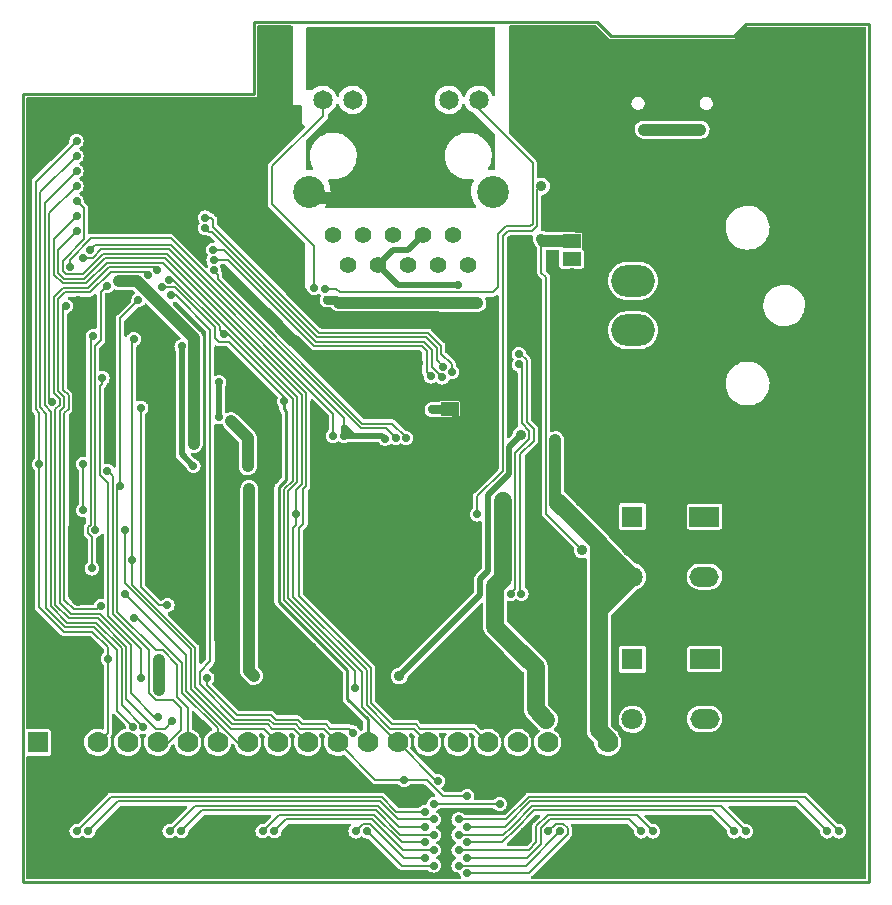
<source format=gbr>
%TF.GenerationSoftware,KiCad,Pcbnew,(6.0.8)*%
%TF.CreationDate,2023-02-19T19:21:04+03:00*%
%TF.ProjectId,ESP32-GATEWAY_Rev_G,45535033-322d-4474-9154-455741595f52,0*%
%TF.SameCoordinates,PX4260300PY8558f68*%
%TF.FileFunction,Copper,L2,Bot*%
%TF.FilePolarity,Positive*%
%FSLAX46Y46*%
G04 Gerber Fmt 4.6, Leading zero omitted, Abs format (unit mm)*
G04 Created by KiCad (PCBNEW (6.0.8)) date 2023-02-19 19:21:04*
%MOMM*%
%LPD*%
G01*
G04 APERTURE LIST*
G04 Aperture macros list*
%AMRoundRect*
0 Rectangle with rounded corners*
0 $1 Rounding radius*
0 $2 $3 $4 $5 $6 $7 $8 $9 X,Y pos of 4 corners*
0 Add a 4 corners polygon primitive as box body*
4,1,4,$2,$3,$4,$5,$6,$7,$8,$9,$2,$3,0*
0 Add four circle primitives for the rounded corners*
1,1,$1+$1,$2,$3*
1,1,$1+$1,$4,$5*
1,1,$1+$1,$6,$7*
1,1,$1+$1,$8,$9*
0 Add four rect primitives between the rounded corners*
20,1,$1+$1,$2,$3,$4,$5,0*
20,1,$1+$1,$4,$5,$6,$7,0*
20,1,$1+$1,$6,$7,$8,$9,0*
20,1,$1+$1,$8,$9,$2,$3,0*%
G04 Aperture macros list end*
%TA.AperFunction,Profile*%
%ADD10C,0.254000*%
%TD*%
%TA.AperFunction,ComponentPad*%
%ADD11C,1.200000*%
%TD*%
%TA.AperFunction,ComponentPad*%
%ADD12C,6.300000*%
%TD*%
%TA.AperFunction,ComponentPad*%
%ADD13C,1.300000*%
%TD*%
%TA.AperFunction,ComponentPad*%
%ADD14C,2.000000*%
%TD*%
%TA.AperFunction,ComponentPad*%
%ADD15R,0.400000X0.400000*%
%TD*%
%TA.AperFunction,ComponentPad*%
%ADD16R,1.422400X1.422400*%
%TD*%
%TA.AperFunction,ComponentPad*%
%ADD17C,1.410000*%
%TD*%
%TA.AperFunction,ComponentPad*%
%ADD18C,1.650000*%
%TD*%
%TA.AperFunction,ComponentPad*%
%ADD19C,2.700000*%
%TD*%
%TA.AperFunction,ComponentPad*%
%ADD20R,1.778000X1.778000*%
%TD*%
%TA.AperFunction,ComponentPad*%
%ADD21C,1.778000*%
%TD*%
%TA.AperFunction,ComponentPad*%
%ADD22R,1.800000X1.800000*%
%TD*%
%TA.AperFunction,ComponentPad*%
%ADD23C,1.800000*%
%TD*%
%TA.AperFunction,ComponentPad*%
%ADD24R,2.500000X1.700000*%
%TD*%
%TA.AperFunction,ComponentPad*%
%ADD25O,2.500000X1.700000*%
%TD*%
%TA.AperFunction,ComponentPad*%
%ADD26RoundRect,0.250001X-1.599999X1.099999X-1.599999X-1.099999X1.599999X-1.099999X1.599999X1.099999X0*%
%TD*%
%TA.AperFunction,ComponentPad*%
%ADD27O,3.700000X2.700000*%
%TD*%
%TA.AperFunction,ComponentPad*%
%ADD28O,1.200000X2.200000*%
%TD*%
%TA.AperFunction,ComponentPad*%
%ADD29O,1.300000X2.000000*%
%TD*%
%TA.AperFunction,SMDPad,CuDef*%
%ADD30R,1.600200X1.168400*%
%TD*%
%TA.AperFunction,ViaPad*%
%ADD31C,0.900000*%
%TD*%
%TA.AperFunction,ViaPad*%
%ADD32C,0.700000*%
%TD*%
%TA.AperFunction,ViaPad*%
%ADD33C,0.750000*%
%TD*%
%TA.AperFunction,Conductor*%
%ADD34C,1.016000*%
%TD*%
%TA.AperFunction,Conductor*%
%ADD35C,1.778000*%
%TD*%
%TA.AperFunction,Conductor*%
%ADD36C,0.406400*%
%TD*%
%TA.AperFunction,Conductor*%
%ADD37C,0.762000*%
%TD*%
%TA.AperFunction,Conductor*%
%ADD38C,0.508000*%
%TD*%
%TA.AperFunction,Conductor*%
%ADD39C,1.524000*%
%TD*%
%TA.AperFunction,Conductor*%
%ADD40C,0.254000*%
%TD*%
%TA.AperFunction,Conductor*%
%ADD41C,1.270000*%
%TD*%
%TA.AperFunction,Conductor*%
%ADD42C,0.203200*%
%TD*%
G04 APERTURE END LIST*
D10*
X48650000Y72773492D02*
X49770000Y71659000D01*
X48650000Y72773492D02*
X19554000Y72769000D01*
X-4000Y66673000D02*
X0Y0D01*
X61200000Y72675000D02*
X71675000Y72675000D01*
X19554000Y66673000D02*
X19554000Y72769000D01*
X60184000Y71659000D02*
X61200000Y72675000D01*
X49770000Y71659000D02*
X60184000Y71659000D01*
X71675000Y72675000D02*
X71675000Y0D01*
X-4000Y66673000D02*
X19554000Y66673000D01*
X0Y0D02*
X71675000Y0D01*
D11*
X5203000Y19175000D03*
X1901000Y15746000D03*
X5203000Y15873000D03*
X3552000Y15111000D03*
X1139000Y17524000D03*
X3552000Y19937000D03*
X5965000Y17524000D03*
X1901000Y19175000D03*
D12*
X3552000Y17524000D03*
D13*
X11210000Y57742000D03*
X7610000Y59542000D03*
X11210000Y59542000D03*
X11210000Y55942000D03*
X7610000Y55942000D03*
D14*
X9410000Y57742000D03*
D13*
X9410000Y55942000D03*
X7610000Y57742000D03*
X9410000Y59542000D03*
D15*
X31649000Y42281000D03*
X30849000Y43081000D03*
X29849000Y43081000D03*
X31649000Y41281000D03*
X29049000Y41281000D03*
X30849000Y40481000D03*
D16*
X30349000Y41781000D03*
D15*
X29049000Y42281000D03*
X29849000Y40481000D03*
D17*
X36455000Y54766000D03*
X35185000Y52226000D03*
X33915000Y54766000D03*
X32645000Y52226000D03*
X31375000Y54766000D03*
X30105000Y52226000D03*
X28835000Y54766000D03*
X27565000Y52226000D03*
D18*
X27930000Y66214500D03*
X38610000Y66214500D03*
D19*
X39800000Y58416000D03*
X24200000Y58416000D03*
D18*
X25390000Y66214500D03*
X36070000Y66214500D03*
D11*
X45081000Y70356000D03*
X45081000Y66927000D03*
X49145000Y68705000D03*
X48383000Y70356000D03*
X44319000Y68705000D03*
X48383000Y67054000D03*
X46732000Y71118000D03*
D12*
X46732000Y68705000D03*
D11*
X46732000Y66292000D03*
D20*
X1266000Y11809000D03*
D21*
X3806000Y11809000D03*
X6346000Y11809000D03*
X8886000Y11809000D03*
X11426000Y11809000D03*
X13966000Y11809000D03*
X16506000Y11809000D03*
X19046000Y11809000D03*
X21586000Y11809000D03*
X24126000Y11809000D03*
X26666000Y11809000D03*
X29206000Y11809000D03*
X31746000Y11809000D03*
X34286000Y11809000D03*
X36826000Y11809000D03*
X39366000Y11809000D03*
X41906000Y11809000D03*
X44446000Y11809000D03*
X46986000Y11809000D03*
X49526000Y11809000D03*
D17*
X26300000Y54775000D03*
D22*
X51610000Y30925000D03*
D23*
X51610000Y28385000D03*
X51610000Y25845000D03*
D22*
X51610000Y18850000D03*
D23*
X51610000Y16310000D03*
X51610000Y13770000D03*
D24*
X57725000Y18875000D03*
D25*
X57725000Y16335000D03*
X57725000Y13795000D03*
D24*
X57717500Y30935000D03*
D25*
X57717500Y28395000D03*
X57717500Y25855000D03*
D26*
X57165000Y50900000D03*
D27*
X57165000Y46700000D03*
X51665000Y50900000D03*
X51665000Y46700000D03*
D28*
X59295000Y65420000D03*
D29*
X59295000Y69600000D03*
D28*
X50655000Y65420000D03*
D29*
X50655000Y69600000D03*
D17*
X37715000Y52225000D03*
D26*
X57165000Y50900000D03*
D27*
X57165000Y46700000D03*
X51665000Y50900000D03*
X51665000Y46700000D03*
D30*
X36135488Y38539500D03*
X36135488Y38539500D03*
X36135488Y40063500D03*
X46475000Y52763000D03*
X46475000Y52763000D03*
X46475000Y54287000D03*
D31*
X13760000Y26541000D03*
X13760000Y25525000D03*
X13760000Y24509000D03*
D32*
X35429000Y37590000D03*
X34540000Y37590000D03*
D31*
X39747000Y46734000D03*
X39747000Y47877000D03*
X39747000Y49020000D03*
X39747000Y42162000D03*
X39747000Y41019000D03*
X39747000Y39876000D03*
X39747000Y38733000D03*
X29587000Y30097000D03*
X32254000Y30097000D03*
X34032000Y30097000D03*
X35937000Y30097000D03*
X32254000Y28954000D03*
X30857000Y30097000D03*
X28317000Y30097000D03*
X29587000Y28954000D03*
X37715000Y30097000D03*
X25777000Y28954000D03*
X25777000Y30097000D03*
X27047000Y28954000D03*
X27047000Y30097000D03*
X45335000Y61085000D03*
X45335000Y62355000D03*
X45335000Y63625000D03*
X45335000Y64895000D03*
X38858000Y17016000D03*
X42795000Y64895000D03*
X44065000Y64895000D03*
X44065000Y63625000D03*
X44065000Y62355000D03*
X41652000Y65530000D03*
X41652000Y67435000D03*
X41652000Y69340000D03*
X41652000Y71245000D03*
X44050000Y61100000D03*
X46605000Y61085000D03*
X46605000Y62355000D03*
X37207000Y24382000D03*
X13585000Y61720000D03*
X20570000Y71626000D03*
X20570000Y70356000D03*
X20570000Y67816000D03*
X20570000Y69086000D03*
X20570000Y66546000D03*
X12442000Y37336000D03*
X11299000Y37336000D03*
X55150000Y28385000D03*
X13766000Y32622000D03*
X61490000Y30950000D03*
X60185000Y18845000D03*
X67805000Y17590000D03*
X65290000Y12515000D03*
X69090000Y11235000D03*
X69080000Y32220000D03*
X60205000Y16295000D03*
X4700000Y30350000D03*
X63985000Y20130000D03*
X12325000Y56625000D03*
X62760000Y12505000D03*
X65280000Y33500000D03*
X42895000Y48570000D03*
X8500000Y62945000D03*
X9770000Y62945000D03*
X5960000Y65485000D03*
X55185000Y23310000D03*
X60205000Y17565000D03*
X64005000Y15040000D03*
X64030000Y12505000D03*
X33524000Y37717000D03*
X14855000Y61720000D03*
X61455000Y21390000D03*
X24258000Y26561000D03*
X45650000Y44630000D03*
X43459261Y41080000D03*
X53915000Y23310000D03*
X13766000Y31606000D03*
X67830000Y29690000D03*
X8500000Y64215000D03*
X12305000Y65510000D03*
X45650000Y43360000D03*
X57655000Y21375000D03*
X39747000Y43305000D03*
X61490000Y29680000D03*
X20550000Y26550000D03*
X36826000Y44702000D03*
X69090000Y29680000D03*
X4568000Y37589848D03*
X61480000Y32220000D03*
X56400000Y21375000D03*
X27936000Y25652000D03*
D32*
X11426000Y45337000D03*
D31*
X69090000Y12505000D03*
X61490000Y13775000D03*
X12305000Y61700000D03*
X56430000Y11210000D03*
X35937000Y26033000D03*
X41450000Y41175000D03*
X64030000Y13775000D03*
X42895000Y51110000D03*
X62760000Y13775000D03*
X39747000Y44448000D03*
X13585000Y59165000D03*
D32*
X40174428Y9133880D03*
D31*
X31619000Y24382000D03*
X4695000Y45464000D03*
X17350000Y30575000D03*
X70355000Y33490000D03*
X69115000Y23335000D03*
X4695000Y49147000D03*
X61490000Y12505000D03*
X30349000Y25652000D03*
X56425000Y33475000D03*
X69090000Y28410000D03*
X66535000Y17590000D03*
X12305000Y62970000D03*
X43049000Y35050000D03*
X65290000Y13785000D03*
X69055000Y21390000D03*
X17776000Y42289000D03*
X67825000Y33510000D03*
X62735000Y16310000D03*
X42895000Y52375000D03*
X67855000Y24615000D03*
X35937000Y29081000D03*
X34032000Y28954000D03*
X64005000Y16310000D03*
X31492000Y22858000D03*
X70360000Y30950000D03*
X61465000Y16310000D03*
X16115000Y65500000D03*
X7230000Y65485000D03*
X65265000Y17590000D03*
X58220000Y4230000D03*
X13575000Y64240000D03*
X62755000Y32220000D03*
D32*
X12442010Y45337000D03*
D31*
X61515000Y25875000D03*
X61455000Y20120000D03*
X65315000Y23345000D03*
X70360000Y28410000D03*
X20550000Y28591000D03*
X60230000Y11220000D03*
X11035000Y61700000D03*
X4695000Y23874000D03*
X36826000Y45718000D03*
X58955000Y33475000D03*
X45650000Y42090000D03*
X39154589Y34345411D03*
X60230000Y28395000D03*
X64000000Y21400000D03*
X69055000Y20120000D03*
X65265000Y18860000D03*
X46920000Y40825000D03*
X14855000Y59165000D03*
X9765000Y65510000D03*
X66560000Y30960000D03*
X70385000Y24605000D03*
X70355000Y32220000D03*
X60230000Y27125000D03*
X46925000Y47165000D03*
D32*
X631000Y27557000D03*
D31*
X62755000Y33490000D03*
X64055000Y24605000D03*
X61515000Y24605000D03*
X67810000Y30970000D03*
X64030000Y28410000D03*
X64030000Y29680000D03*
X67810000Y32240000D03*
X14845000Y65500000D03*
X60210000Y30945000D03*
X10420000Y4215669D03*
X44700000Y28065000D03*
X8568500Y49401561D03*
X41625000Y53645000D03*
X25015000Y48067500D03*
X67830000Y11245000D03*
X66530000Y21400000D03*
X70330000Y21390000D03*
X70330000Y20120000D03*
X2560000Y4220000D03*
X24258000Y27577000D03*
X67855000Y23345000D03*
X63985000Y18860000D03*
X11035000Y62970000D03*
X55160000Y11210000D03*
X13575000Y65510000D03*
X70335000Y16310000D03*
X53890000Y11210000D03*
X57680000Y33475000D03*
X61515000Y23335000D03*
X42489227Y4220000D03*
X57690000Y11220000D03*
X11035000Y65510000D03*
X69065000Y18850000D03*
X66560000Y12515000D03*
X14855000Y60435000D03*
X66560000Y13785000D03*
X67785000Y18870000D03*
X13766000Y30590000D03*
X13585000Y55355000D03*
X65255000Y21400000D03*
X61490000Y27140000D03*
X13585000Y57895000D03*
X64030000Y27140000D03*
X62785000Y24605000D03*
X41450000Y39905000D03*
X13585000Y60435000D03*
X9765000Y64240000D03*
X23110000Y65149000D03*
X64025000Y33500000D03*
X69080000Y33490000D03*
X69090000Y27140000D03*
X57715000Y23320000D03*
X66535000Y16320000D03*
X66560000Y15055000D03*
X37715000Y29081000D03*
X55135000Y16285000D03*
X61465000Y18850000D03*
X8500000Y65485000D03*
X22957600Y51687000D03*
X65315000Y24615000D03*
X21332000Y35685000D03*
X61490000Y28410000D03*
X23070479Y45805479D03*
X35936992Y24382000D03*
X65290000Y29690000D03*
X70360000Y13775000D03*
X56455000Y23310000D03*
X62735000Y17580000D03*
X41625000Y52375000D03*
X62785000Y27145000D03*
X70335000Y17580000D03*
X17385000Y65500000D03*
X66585000Y25885000D03*
X66555000Y32230000D03*
X64005000Y17580000D03*
X22094000Y71626000D03*
X12325000Y55355000D03*
X60255000Y25860000D03*
X12315000Y60435000D03*
X60205000Y15025000D03*
X11035000Y64240000D03*
X12325000Y57895000D03*
X42895000Y47300000D03*
X34032000Y21334000D03*
D32*
X32761988Y44448000D03*
D31*
X43684000Y28065000D03*
X46920000Y44630000D03*
D32*
X33524000Y43940000D03*
D31*
X46470000Y51525000D03*
X62760000Y30950000D03*
X42895000Y53645000D03*
X62760000Y28410000D03*
X69090000Y30950000D03*
X12305000Y64240000D03*
X62785000Y23335000D03*
D32*
X631000Y23493000D03*
D31*
X16115000Y62975000D03*
X66530000Y20130000D03*
X45195000Y49010000D03*
X70360000Y12505000D03*
X42895000Y49840000D03*
X7489000Y49401000D03*
X20550000Y27575000D03*
X61480000Y33490000D03*
X41625000Y48570000D03*
X65255000Y20130000D03*
X43475000Y43575000D03*
X69115000Y25875000D03*
X61465000Y15040000D03*
X44812500Y56175000D03*
X50340000Y4230000D03*
X65280000Y32230000D03*
X43475000Y39825000D03*
X67830000Y12515000D03*
X62785000Y25875000D03*
X70360000Y29680000D03*
X21967000Y51687000D03*
X64030000Y11235000D03*
X29206000Y35177000D03*
X53880000Y28385000D03*
X60255000Y23320000D03*
X65290000Y11245000D03*
X60225000Y33485000D03*
X8500000Y61675000D03*
X46920000Y42090000D03*
X62760000Y11235000D03*
X67830000Y27150000D03*
X64010000Y30960000D03*
X70385000Y25875000D03*
X62760000Y15045000D03*
X33524000Y38860000D03*
X12325000Y59165000D03*
X16125000Y61705000D03*
X41625000Y51110000D03*
X66560000Y29690000D03*
X64010000Y32230000D03*
X65315000Y25885000D03*
X35774009Y5859842D03*
X65290000Y27150000D03*
X26170000Y4216721D03*
X24258000Y28593000D03*
X60230000Y29665000D03*
X37715000Y26098570D03*
X62730000Y21390000D03*
X14855000Y57895000D03*
X60200000Y21385000D03*
X14845000Y64250000D03*
X53880000Y33465000D03*
X67805000Y15050000D03*
X39747000Y45591000D03*
X69090000Y13775000D03*
X62760000Y29680000D03*
X60255000Y24590000D03*
X45200000Y51525000D03*
X62730000Y20120000D03*
X44940000Y20740000D03*
X67830000Y28420000D03*
X45650000Y39555000D03*
X69065000Y15040000D03*
X53855000Y21365000D03*
X58930000Y21375000D03*
X33143000Y27176000D03*
X69065000Y16310000D03*
X55130000Y21365000D03*
X70335000Y18850000D03*
X60230000Y13760000D03*
X55155000Y33465000D03*
X66555000Y33500000D03*
X60230000Y12490000D03*
X28317000Y28954000D03*
X41625000Y47300000D03*
X7230000Y61675000D03*
X20570000Y48131000D03*
X65290000Y28420000D03*
X41450000Y42445000D03*
X16115000Y64250000D03*
X70385000Y23335000D03*
X46920000Y45900000D03*
X61465000Y17580000D03*
X66585000Y24615000D03*
X66560000Y11245000D03*
X67830000Y13785000D03*
X67800000Y21410000D03*
X58960000Y11220000D03*
X69115000Y24605000D03*
X58985000Y23320000D03*
X66100000Y4230000D03*
X7230000Y64215000D03*
X60185000Y20115000D03*
X13585000Y56625000D03*
X45650000Y40825000D03*
X20323700Y65492519D03*
X14845000Y62975000D03*
X66585000Y27155000D03*
X70360000Y11235000D03*
X13575000Y62970000D03*
X67855000Y25885000D03*
X9765000Y61700000D03*
X7230000Y62945000D03*
X4680000Y65475000D03*
X46920000Y39555000D03*
X4695000Y44194000D03*
X61490000Y11235000D03*
X69065000Y17580000D03*
X64055000Y25875000D03*
X66535000Y18860000D03*
X22094000Y65149000D03*
X65265000Y16320000D03*
X67785000Y20140000D03*
X70360000Y15045000D03*
X66585000Y23345000D03*
X43459261Y42350000D03*
X67805000Y16320000D03*
X22094000Y70356000D03*
X62735000Y18850000D03*
X70385000Y27145000D03*
X18298234Y4212649D03*
X65290000Y30960000D03*
X41620000Y46035000D03*
X45650000Y45900000D03*
X64055000Y23335000D03*
X60210000Y32215000D03*
X45200000Y50275000D03*
X66560000Y28420000D03*
X46920000Y43360000D03*
X46470000Y50275000D03*
X30857000Y28954000D03*
D32*
X36318004Y37590000D03*
D31*
X65265000Y15050000D03*
X53865000Y16285000D03*
X41625000Y49840000D03*
X19173000Y25271000D03*
X14474000Y37082000D03*
D32*
X14474000Y42797000D03*
D31*
X40636000Y32256000D03*
X8180000Y50860000D03*
X19173000Y32256000D03*
X44300000Y13730000D03*
X19590000Y17440000D03*
X11545229Y18794000D03*
X19173000Y33272000D03*
X11540000Y16250000D03*
X43430000Y14603000D03*
D32*
X1373596Y35360000D03*
X7200000Y18910588D03*
X4550000Y62736000D03*
X36826000Y50544000D03*
X29714000Y49020000D03*
D31*
X33905000Y49020000D03*
X38477000Y49020000D03*
D33*
X25777000Y49274000D03*
D31*
X42159976Y37844020D03*
D32*
X57375000Y63700000D03*
D31*
X31870000Y17430000D03*
D32*
X52575000Y63700000D03*
X25559530Y50187798D03*
X24666301Y50321179D03*
X5107510Y31474918D03*
X5107510Y35406099D03*
X10029000Y40130000D03*
X12244828Y23431445D03*
X4550000Y57656000D03*
D31*
X45081000Y32764000D03*
X48775000Y17775000D03*
X45081000Y34796000D03*
X45081000Y33780000D03*
D32*
X12548555Y49657751D03*
X37630000Y7240000D03*
X32287950Y8614224D03*
X4550000Y60196000D03*
X10216058Y13140826D03*
X9313587Y13159216D03*
X4550000Y61466000D03*
X4550000Y56386000D03*
X35145630Y8547045D03*
D31*
X19046000Y35177000D03*
X17649000Y38987000D03*
D32*
X16633000Y39367980D03*
X16633000Y42289000D03*
X15620000Y17280000D03*
X10035100Y17276100D03*
X4550000Y58926000D03*
X27948670Y12640081D03*
X6746831Y42670000D03*
X2479143Y40610000D03*
X17014561Y46353561D03*
X28111100Y16449198D03*
X12401455Y50997029D03*
X11410000Y13987300D03*
X10600358Y51399500D03*
X13438190Y45337000D03*
X14452273Y35199848D03*
X7167885Y34790410D03*
X8249900Y33532100D03*
X9793926Y49269812D03*
X11397444Y51785274D03*
X12674333Y13641251D03*
X26284996Y37780500D03*
X5105254Y52853819D03*
X27174000Y37780500D03*
X5697844Y53500732D03*
X30692412Y37537485D03*
X4003187Y52061931D03*
X31566595Y37617220D03*
X16184289Y51771382D03*
X32443985Y37590000D03*
X7133800Y50463101D03*
X6154613Y29785387D03*
X8630900Y29790000D03*
X9394000Y45972000D03*
X9259800Y27241700D03*
X6600000Y23366000D03*
X9420000Y22310000D03*
X3622686Y48766000D03*
X5965000Y46226000D03*
X8630900Y24380000D03*
X5838000Y26540998D03*
X23110000Y31113000D03*
X38477000Y31113000D03*
X4550000Y55100000D03*
D31*
X43912500Y58900000D03*
D32*
X15427114Y55370000D03*
X35561367Y43637483D03*
X16150053Y52648526D03*
X34539439Y42796439D03*
X16116035Y53525679D03*
X35514546Y42711454D03*
X15418726Y56251734D03*
X36318000Y43178000D03*
X11808376Y50349872D03*
X22113803Y40711622D03*
X34090000Y5940000D03*
X4560000Y4290000D03*
X34790000Y5290000D03*
X5560000Y4290000D03*
X12430000Y4290000D03*
X34090000Y4640000D03*
X34790000Y3990000D03*
X13430000Y4290000D03*
X34090000Y3340000D03*
X20308234Y4290126D03*
X34790000Y2690000D03*
X21300000Y4290126D03*
X34090000Y2040000D03*
X28170000Y4286721D03*
X29170000Y4286721D03*
X34790000Y1390000D03*
X37600000Y740000D03*
X44490000Y4283893D03*
X36900000Y1390000D03*
X45490000Y4283893D03*
X52360000Y4284115D03*
X37600000Y2040000D03*
X53360000Y4284115D03*
X36900000Y2690000D03*
X37600000Y3340000D03*
X60230000Y4285112D03*
X61230000Y4285112D03*
X36900000Y3990000D03*
D31*
X33905000Y71245000D03*
X30095000Y71245000D03*
X28190000Y69340000D03*
X33905000Y67435000D03*
X33905000Y59815000D03*
X32000000Y69340000D03*
X30095000Y63625000D03*
X30095000Y67435000D03*
X32000000Y61720000D03*
X28190000Y57910000D03*
X35810000Y57910000D03*
X38350000Y69340000D03*
X32000000Y65530000D03*
X25650000Y69340000D03*
X36445000Y64260000D03*
X35810000Y69340000D03*
X32000000Y57910000D03*
X33905000Y63625000D03*
X27555000Y64260000D03*
X30095000Y59815000D03*
X26920000Y71245000D03*
X37080000Y71245000D03*
D32*
X34675000Y40000000D03*
X68110000Y4285000D03*
X37600000Y4640000D03*
X36900000Y5290000D03*
X69110000Y4285000D03*
X41993816Y44702000D03*
X42222957Y24410185D03*
X42032439Y43812439D03*
X41345655Y24408867D03*
D31*
X43912500Y54450000D03*
X47370700Y28090000D03*
D32*
X40366816Y6579635D03*
X34800000Y6590000D03*
D34*
X34032000Y21334000D02*
X34032000Y24382000D01*
X32762000Y20064000D02*
X34032000Y21334000D01*
D35*
X38223000Y40257000D02*
X38223000Y42162000D01*
D36*
X38223000Y38606000D02*
X37588000Y38606000D01*
X37588000Y38606000D02*
X38223000Y38606000D01*
D35*
X38223000Y38606000D02*
X38223000Y40257000D01*
D37*
X13204000Y32383000D02*
X13204000Y31367000D01*
D34*
X20570000Y28700000D02*
X20570000Y27684000D01*
X20570000Y29843000D02*
X20570000Y28700000D01*
X24253000Y28827000D02*
X24253000Y27811000D01*
X24253000Y26795000D02*
X24253000Y27811000D01*
X34032000Y24382000D02*
X34032000Y27176000D01*
X28317000Y28954000D02*
X30857000Y28954000D01*
X34032000Y27176000D02*
X34032000Y28700000D01*
X31492000Y21334000D02*
X31492000Y22858000D01*
X14855000Y61720000D02*
X14855000Y61653000D01*
X14855000Y61653000D02*
X13043200Y59841200D01*
X21459000Y70356000D02*
X21459000Y71626000D01*
D38*
X38223000Y42162000D02*
X38604000Y42289000D01*
X38604000Y42289000D02*
X38223000Y42162000D01*
D34*
X29206000Y33780000D02*
X29206000Y35177000D01*
X43684000Y28065000D02*
X44700000Y28065000D01*
D38*
X631000Y23493000D02*
X631000Y13714000D01*
X631000Y27557000D02*
X631000Y23493000D01*
D39*
X42990997Y22799997D02*
X42540998Y22349998D01*
D34*
X21332000Y36321396D02*
X21332000Y35685000D01*
D38*
X11807000Y33780000D02*
X13204000Y32383000D01*
D34*
X33905000Y24382000D02*
X35936992Y24382000D01*
X30349000Y41781000D02*
X27094958Y41781000D01*
X4695000Y37716848D02*
X4568000Y37589848D01*
D39*
X30476000Y41781000D02*
X30349000Y41781000D01*
X46986000Y11809000D02*
X46986000Y13968000D01*
D38*
X11807000Y42797000D02*
X11807000Y43178000D01*
D35*
X16360595Y57929801D02*
X13367001Y57929801D01*
D37*
X36127500Y38542500D02*
X36127500Y38288500D01*
D39*
X34984500Y47559500D02*
X25523000Y47559500D01*
D37*
X36127500Y38542500D02*
X38159500Y38542500D01*
D34*
X22895521Y45805479D02*
X20570000Y48131000D01*
D40*
X33524000Y43940000D02*
X33016000Y44448000D01*
D35*
X38223000Y44321000D02*
X36826000Y45718000D01*
D34*
X23743604Y19810000D02*
X24380000Y19810000D01*
X39747000Y49020000D02*
X39747000Y38733000D01*
X31619000Y24382000D02*
X30349000Y25652000D01*
D35*
X38223000Y42162000D02*
X38223000Y44321000D01*
D38*
X3375000Y65450000D02*
X3415000Y65450000D01*
X609140Y33312411D02*
X554810Y33366741D01*
D34*
X35937000Y29081000D02*
X37715000Y29081000D01*
X27094958Y41781000D02*
X23070479Y45805479D01*
D39*
X23618000Y49464500D02*
X22957600Y50124900D01*
D34*
X23110000Y65149000D02*
X22094000Y65149000D01*
X20882001Y35235001D02*
X21332000Y35685000D01*
X35937000Y24382008D02*
X35936992Y24382000D01*
X13204000Y24509000D02*
X13204000Y32383000D01*
D41*
X21967000Y51687000D02*
X22957600Y50696400D01*
D34*
X3806000Y11809000D02*
X3806000Y14857000D01*
D38*
X609140Y33312411D02*
X631000Y33290551D01*
D34*
X34032000Y24382000D02*
X33905000Y24382000D01*
X4700000Y30350000D02*
X4313946Y29963946D01*
X24253000Y28827000D02*
X29206000Y33780000D01*
D39*
X30603000Y41781000D02*
X30476000Y41781000D01*
D40*
X33016000Y44448000D02*
X32761988Y44448000D01*
D34*
X20570000Y27684000D02*
X20570000Y22983604D01*
D37*
X36318004Y37590000D02*
X36318004Y38351996D01*
D34*
X18284016Y42289000D02*
X21332000Y39241016D01*
X20570000Y34923000D02*
X20882001Y35235001D01*
D36*
X38032504Y38415504D02*
X36558974Y38415504D01*
D38*
X11807000Y33780000D02*
X11807000Y42797000D01*
D39*
X34032000Y29336396D02*
X34032000Y28700000D01*
D34*
X21332000Y39241016D02*
X21332000Y36321396D01*
D36*
X36558974Y38415504D02*
X36064000Y38415504D01*
D39*
X43168825Y22977825D02*
X42990997Y22799997D01*
D41*
X22957600Y50696400D02*
X22957600Y50023986D01*
D37*
X36127500Y38288500D02*
X35429000Y37590000D01*
D34*
X3806000Y14857000D02*
X3552000Y15111000D01*
X4695000Y44194000D02*
X4695000Y37716848D01*
D38*
X3552000Y65313000D02*
X3552000Y65276000D01*
X37969000Y42162000D02*
X38223000Y42162000D01*
D37*
X36318004Y38351996D02*
X36127500Y38542500D01*
X38159500Y38542500D02*
X38223000Y38606000D01*
D39*
X36826000Y45718000D02*
X34984500Y47559500D01*
X21967000Y51687000D02*
X22957600Y51687000D01*
D34*
X34032000Y27176000D02*
X33143000Y27176000D01*
X33905000Y24382000D02*
X31619000Y24382000D01*
D39*
X34032000Y38352000D02*
X34032000Y29336396D01*
D35*
X21967000Y51687000D02*
X21967000Y52323396D01*
D38*
X3415000Y65450000D02*
X3552000Y65313000D01*
X554810Y33366741D02*
X554810Y62629810D01*
X11426000Y44842026D02*
X11426000Y45337000D01*
D34*
X4313946Y24255054D02*
X4695000Y23874000D01*
D39*
X25015000Y48067500D02*
X23058514Y50023986D01*
D35*
X21967000Y52323396D02*
X16360595Y57929801D01*
D39*
X25523000Y47559500D02*
X25015000Y48067500D01*
D38*
X11807000Y43178000D02*
X11426000Y43559000D01*
D35*
X13367001Y57929801D02*
X13043200Y57606000D01*
D38*
X11426000Y45337000D02*
X12442010Y45337000D01*
D37*
X36318004Y37590000D02*
X34540000Y37590000D01*
D34*
X20570000Y22983604D02*
X23743604Y19810000D01*
X23070479Y45805479D02*
X22895521Y45805479D01*
D41*
X22983000Y51687000D02*
X22957600Y51687000D01*
D38*
X11426000Y43559000D02*
X11426000Y44842026D01*
D34*
X20570000Y29843000D02*
X20570000Y34923000D01*
D38*
X554810Y62629810D02*
X3375000Y65450000D01*
D39*
X22957600Y50124900D02*
X22957600Y51687000D01*
D34*
X17776000Y42289000D02*
X18284016Y42289000D01*
D39*
X33524000Y38860000D02*
X30603000Y41781000D01*
D38*
X631000Y33290551D02*
X631000Y27557000D01*
D34*
X35937000Y26033000D02*
X35937000Y24382008D01*
D39*
X33524000Y38860000D02*
X34032000Y38352000D01*
D34*
X4313946Y29963946D02*
X4313946Y24255054D01*
X19173000Y33272000D02*
X19173000Y32256000D01*
X43430000Y14603000D02*
X43430000Y14600000D01*
D39*
X40001000Y21625302D02*
X40001000Y25017000D01*
D34*
X19590000Y17440000D02*
X19173000Y17857000D01*
D39*
X43430000Y18196302D02*
X41525000Y20101302D01*
D38*
X11553002Y18539998D02*
X11553000Y18540000D01*
D39*
X43430000Y14600000D02*
X44300000Y13730000D01*
D34*
X11545229Y16255229D02*
X11545229Y18794000D01*
X14474000Y42797000D02*
X14474000Y37082000D01*
D39*
X41525000Y20101302D02*
X40001000Y21625302D01*
X40001000Y25017000D02*
X40636000Y25652000D01*
D34*
X14474000Y46054581D02*
X14474000Y42797000D01*
D39*
X40636000Y25652000D02*
X40636000Y32256000D01*
D34*
X8180000Y50860000D02*
X9668581Y50860000D01*
X11540000Y16250000D02*
X11545229Y16255229D01*
D37*
X41562302Y20064000D02*
X41525000Y20101302D01*
D39*
X43430000Y14603000D02*
X43430000Y18196302D01*
D34*
X44300000Y13730000D02*
X43173000Y14857000D01*
X9668581Y50860000D02*
X14474000Y46054581D01*
X19173000Y17857000D02*
X19173000Y32256000D01*
D42*
X1088221Y40027963D02*
X1088221Y59274221D01*
X7200000Y18910588D02*
X7200000Y12650000D01*
D34*
X6350000Y11805000D02*
X6350000Y11800000D01*
D42*
X7200000Y12650000D02*
X6350000Y11800000D01*
X1373086Y35360510D02*
X1373086Y39743098D01*
X1373086Y23262594D02*
X3454080Y21181600D01*
X7200000Y19864736D02*
X7200000Y18910588D01*
D34*
X6346000Y11809000D02*
X6350000Y11805000D01*
D42*
X1373596Y35360000D02*
X1373086Y35359490D01*
X1373596Y35360000D02*
X1373086Y35360510D01*
X3454080Y21181600D02*
X5883136Y21181600D01*
X1373086Y35359490D02*
X1373086Y23262594D01*
X1373086Y39743098D02*
X1088221Y40027963D01*
X1088221Y59274221D02*
X4550000Y62736000D01*
X5883136Y21181600D02*
X7200000Y19864736D01*
D34*
X29714000Y49020000D02*
X26793000Y49020000D01*
D38*
X32614000Y53465000D02*
X31344000Y53465000D01*
X31344000Y53465000D02*
X30105000Y52226000D01*
D34*
X26793000Y49020000D02*
X26920000Y49020000D01*
D38*
X31787000Y50544000D02*
X36826000Y50544000D01*
D34*
X30221695Y49032721D02*
X30208974Y49020000D01*
X33255883Y49032721D02*
X30221695Y49032721D01*
X33268604Y49020000D02*
X33255883Y49032721D01*
D38*
X33915000Y54766000D02*
X32614000Y53465000D01*
D34*
X30208974Y49020000D02*
X29714000Y49020000D01*
D38*
X30105000Y52226000D02*
X31787000Y50544000D01*
D34*
X33905000Y49020000D02*
X33268604Y49020000D01*
D37*
X26539000Y49274000D02*
X25777000Y49274000D01*
D34*
X33905000Y49020000D02*
X38477000Y49020000D01*
D37*
X26793000Y49020000D02*
X26539000Y49274000D01*
D38*
X41169411Y34571232D02*
X41169411Y36853455D01*
D34*
X52575000Y63700000D02*
X57375000Y63700000D01*
D38*
X39366000Y26287000D02*
X39366000Y32767821D01*
X39366000Y32767821D02*
X41169411Y34571232D01*
X31870000Y17430000D02*
X38731000Y24291000D01*
X38731000Y25652000D02*
X39366000Y26287000D01*
X41169411Y36853455D02*
X42159976Y37844020D01*
X38731000Y24291000D02*
X38731000Y25652000D01*
D42*
X43176000Y55687500D02*
X42985500Y55497000D01*
X26559164Y50187798D02*
X25559530Y50187798D01*
D34*
X38610000Y66215000D02*
X38600000Y66225000D01*
X38610000Y66214500D02*
X38610000Y66215000D01*
D42*
X40255000Y54862000D02*
X40255000Y50353500D01*
X40890000Y55497000D02*
X40255000Y54862000D01*
X43176000Y60831000D02*
X43176000Y55687500D01*
X42985500Y55497000D02*
X40890000Y55497000D01*
X38600000Y66225000D02*
X38600000Y65407000D01*
X39810500Y49909000D02*
X26837962Y49909000D01*
X38600000Y65407000D02*
X43176000Y60831000D01*
X40255000Y50353500D02*
X39810500Y49909000D01*
X26837962Y49909000D02*
X26559164Y50187798D01*
X25390000Y64889000D02*
X21078000Y60577000D01*
X21078000Y57402000D02*
X24666301Y53813699D01*
X25390000Y66225000D02*
X25390000Y64889000D01*
X24666301Y53813699D02*
X24666301Y50321179D01*
D34*
X25390000Y66225000D02*
X25390000Y66214500D01*
D42*
X21078000Y60577000D02*
X21078000Y57402000D01*
X5107510Y31474918D02*
X5107510Y35406099D01*
X11547194Y23431445D02*
X10029000Y24949639D01*
X10029000Y24949639D02*
X10029000Y40130000D01*
X12244828Y23431445D02*
X11547194Y23431445D01*
X6802002Y53176674D02*
X5058328Y51433000D01*
X23999000Y41379694D02*
X12202020Y53176674D01*
X4550000Y57656000D02*
X5179400Y57026600D01*
X3374287Y52606098D02*
X3374287Y51737713D01*
X38185000Y12990000D02*
X33623816Y12990000D01*
X33252815Y13361000D02*
X31266632Y13361000D01*
X12202020Y53176674D02*
X6802002Y53176674D01*
X5179400Y54411211D02*
X3374287Y52606098D01*
X23389433Y29964603D02*
X23760415Y30335585D01*
X33623816Y12990000D02*
X33252815Y13361000D01*
X3374287Y51737713D02*
X3679000Y51433000D01*
X5058328Y51433000D02*
X4314000Y51433000D01*
X31266632Y13361000D02*
X29502000Y15125632D01*
X29502000Y15125632D02*
X29502000Y18082448D01*
X29502000Y18082448D02*
X23389433Y24195015D01*
X39375000Y11800000D02*
X38185000Y12990000D01*
X23999000Y33526000D02*
X23999000Y41379694D01*
X5179400Y57026600D02*
X5179400Y54411211D01*
X3679000Y51433000D02*
X4313998Y51433000D01*
X23760415Y33287415D02*
X23999000Y33526000D01*
X23760415Y30335585D02*
X23760415Y33287415D01*
X23389433Y24195015D02*
X23389433Y29964603D01*
D34*
X39366000Y11809000D02*
X39375000Y11800000D01*
X45081000Y32764000D02*
X45081000Y33780000D01*
X45081000Y34796000D02*
X45081000Y33780000D01*
D39*
X49526000Y11809000D02*
X49526000Y12063000D01*
D34*
X45090000Y35570000D02*
X45081000Y35561000D01*
D39*
X48750000Y28643129D02*
X51548129Y25845000D01*
D34*
X45081000Y32051175D02*
X45081000Y32637000D01*
D39*
X51548129Y25845000D02*
X51610000Y25845000D01*
X45375000Y32051175D02*
X48760500Y28665675D01*
X49526000Y12063000D02*
X48764000Y12825000D01*
D42*
X45081000Y33264000D02*
X45081000Y33780000D01*
D34*
X45081000Y32709000D02*
X45081000Y33780000D01*
X45375000Y32051175D02*
X45081000Y32051175D01*
D39*
X48764000Y12825000D02*
X48764000Y22739000D01*
X48764000Y23661000D02*
X48764000Y27516000D01*
X48760500Y28665675D02*
X48760500Y26959500D01*
D34*
X45081000Y37381000D02*
X45081000Y34796000D01*
D42*
X45090000Y35570000D02*
X45090000Y32773000D01*
X49640000Y24537000D02*
X48764000Y23661000D01*
D34*
X49230000Y28330000D02*
X49640000Y27920000D01*
X46210000Y31580000D02*
X45081000Y32709000D01*
X49640000Y27920000D02*
X49640000Y24537000D01*
X45081000Y35561000D02*
X45081000Y32345175D01*
D42*
X45375000Y33486000D02*
X45081000Y33780000D01*
D39*
X48760500Y26959500D02*
X49875000Y25845000D01*
X48760000Y22995000D02*
X48760000Y22170000D01*
D34*
X45081000Y34796000D02*
X45081000Y33145000D01*
D42*
X48740000Y28940000D02*
X48897500Y29097500D01*
X45081000Y32764000D02*
X45189000Y32764000D01*
D39*
X49875000Y25845000D02*
X51610000Y25845000D01*
D42*
X45189000Y32764000D02*
X45350000Y32925000D01*
D39*
X48764000Y22739000D02*
X48764000Y23661000D01*
D42*
X45090000Y32773000D02*
X45081000Y32764000D01*
D34*
X46210000Y30860000D02*
X45081000Y31989000D01*
X45081000Y32345175D02*
X45375000Y32051175D01*
D42*
X49230000Y28690000D02*
X49230000Y28330000D01*
D39*
X51610000Y25845000D02*
X48760000Y22995000D01*
D42*
X23105416Y13358400D02*
X21259848Y13358400D01*
X35562568Y7240000D02*
X34188344Y8614224D01*
X15875088Y18695088D02*
X15875088Y20340707D01*
X34188344Y8614224D02*
X32287950Y8614224D01*
X20876248Y13742000D02*
X17971170Y13742000D01*
X15875088Y20340707D02*
X15870000Y20345795D01*
X15870000Y20345795D02*
X15870000Y46725824D01*
X17971170Y13742000D02*
X14990600Y16722570D01*
X29860776Y8614224D02*
X26666000Y11809000D01*
X23483816Y12980000D02*
X23105416Y13358400D01*
X14990600Y17810600D02*
X15875088Y18695088D01*
X21259848Y13358400D02*
X20876248Y13742000D01*
X12947249Y49657751D02*
X12548555Y49657751D01*
D34*
X26666000Y11809000D02*
X26675000Y11800000D01*
D42*
X26675000Y11800000D02*
X25495000Y12980000D01*
X14990600Y16722570D02*
X14990600Y17810600D01*
X15870000Y46725824D02*
X15874588Y46730412D01*
X32287950Y8614224D02*
X29860776Y8614224D01*
X25495000Y12980000D02*
X23483816Y12980000D01*
X37630000Y7240000D02*
X35562568Y7240000D01*
X15874588Y46730412D02*
X12947249Y49657751D01*
X8378000Y19764368D02*
X6198768Y21943600D01*
X2383507Y39810309D02*
X1850243Y40343573D01*
X6198768Y21943600D02*
X3769740Y21943600D01*
X3769740Y21943600D02*
X2383507Y23329833D01*
X1850243Y40343573D02*
X1850243Y57496243D01*
X10216058Y13140826D02*
X10216058Y13146852D01*
X8378000Y14984910D02*
X8378000Y19764368D01*
X1850243Y57496243D02*
X4550000Y60196000D01*
X2383507Y23329833D02*
X2383507Y39810309D01*
X10216058Y13146852D02*
X8378000Y14984910D01*
X9313587Y13159216D02*
X7997000Y14475803D01*
X2002496Y23172014D02*
X2002496Y39652504D01*
X2002496Y39652504D02*
X1469232Y40185768D01*
X3611910Y21562600D02*
X2002496Y23172014D01*
X7997000Y14475803D02*
X7997000Y19606552D01*
X1469232Y40185768D02*
X1469232Y58385232D01*
X1469232Y58385232D02*
X4550000Y61466000D01*
X7997000Y19606552D02*
X6040952Y21562600D01*
X6040952Y21562600D02*
X3611910Y21562600D01*
X35007955Y8547045D02*
X31746000Y11809000D01*
X3363360Y50670980D02*
X2612265Y51422075D01*
X2612265Y54448265D02*
X4550000Y56386000D01*
X5373940Y50670980D02*
X3363360Y50670980D01*
X22475000Y33079660D02*
X23236978Y33841638D01*
X22475000Y24031816D02*
X22475000Y33079660D01*
D34*
X31750000Y11805000D02*
X31746000Y11809000D01*
D42*
X11886360Y52414674D02*
X7117634Y52414674D01*
X28740000Y17766816D02*
X22475000Y24031816D01*
X35145630Y8547045D02*
X35007955Y8547045D01*
X23236978Y33841638D02*
X23236978Y41064056D01*
X7117634Y52414674D02*
X5373940Y50670980D01*
X31750000Y11800000D02*
X28740000Y14810000D01*
D34*
X31750000Y11800000D02*
X31750000Y11805000D01*
D42*
X28740000Y14810000D02*
X28740000Y17766816D01*
X23236978Y41064056D02*
X11886360Y52414674D01*
X2612265Y51422075D02*
X2612265Y54448265D01*
D34*
X19046000Y37590000D02*
X19046000Y35177000D01*
X17649000Y38987000D02*
X19046000Y37590000D01*
D38*
X16633000Y39367980D02*
X16633000Y42289000D01*
D42*
X2231254Y56607254D02*
X4550000Y58926000D01*
X21417664Y13739400D02*
X23263232Y13739400D01*
X2231254Y40857889D02*
X2231254Y56607254D01*
X21034064Y14123000D02*
X21417664Y13739400D01*
X27608751Y12980000D02*
X27948670Y12640081D01*
X25652816Y13361000D02*
X26033816Y12980000D01*
X6538483Y34486705D02*
X6538483Y41966678D01*
X6746831Y42175026D02*
X6746831Y42670000D01*
X10035100Y17276100D02*
X10035100Y19727161D01*
X18129000Y14123000D02*
X21034064Y14123000D01*
X7229400Y22532861D02*
X7229400Y33795788D01*
X15620000Y17280000D02*
X15620000Y16632000D01*
X2479143Y40610000D02*
X2231254Y40857889D01*
X23263232Y13739400D02*
X23641632Y13361000D01*
X7229400Y33795788D02*
X6538483Y34486705D01*
X23641632Y13361000D02*
X25652816Y13361000D01*
X26033816Y12980000D02*
X27608751Y12980000D01*
X15620000Y16632000D02*
X18129000Y14123000D01*
X6538483Y41966678D02*
X6746831Y42175026D01*
X10035100Y19727161D02*
X7229400Y22532861D01*
X16664562Y46703560D02*
X16664562Y47073512D01*
X28111100Y17856900D02*
X22093989Y23874011D01*
X28111100Y16449198D02*
X28111100Y17856900D01*
X12741045Y50997029D02*
X12401455Y50997029D01*
X17403366Y46353561D02*
X17014561Y46353561D01*
X16664562Y47073512D02*
X12741045Y50997029D01*
X22837068Y33980558D02*
X22837068Y40919859D01*
X17014561Y46353561D02*
X16664562Y46703560D01*
X22093989Y23874011D02*
X22093989Y33237479D01*
X22093989Y33237479D02*
X22837068Y33980558D01*
X22837068Y40919859D02*
X17403366Y46353561D01*
X2993276Y41525540D02*
X3490075Y41028741D01*
X10600358Y51399500D02*
X10352458Y51647400D01*
X3145529Y23645471D02*
X4085400Y22705600D01*
X3490075Y41028741D02*
X3490075Y40192009D01*
X6514400Y22705600D02*
X9140000Y20080000D01*
X4085400Y22705600D02*
X6514400Y22705600D01*
X11122700Y13987300D02*
X11410000Y13987300D01*
X2993276Y49350191D02*
X2993276Y41525540D01*
X3552043Y49908958D02*
X2993276Y49350191D01*
X3145529Y39847463D02*
X3145529Y23645471D01*
X7427992Y51647400D02*
X5689550Y49908958D01*
X9140000Y20080000D02*
X9140000Y15970000D01*
X5689550Y49908958D02*
X3552043Y49908958D01*
X10352458Y51647400D02*
X7427992Y51647400D01*
X3490075Y40192009D02*
X3145529Y39847463D01*
X9140000Y15970000D02*
X11122700Y13987300D01*
X11266448Y15410000D02*
X10664000Y16012448D01*
X13395129Y14763881D02*
X12749010Y15410000D01*
D34*
X11425000Y11808000D02*
X11425000Y11775000D01*
D42*
X11425000Y11775000D02*
X12275000Y11775000D01*
X7621000Y22680077D02*
X7621000Y34337295D01*
X10664000Y16012448D02*
X10664000Y19637077D01*
X7621000Y34337295D02*
X7167885Y34790410D01*
D34*
X11426000Y11809000D02*
X11425000Y11808000D01*
D42*
X10664000Y19637077D02*
X7621000Y22680077D01*
D38*
X13438190Y36213931D02*
X13438190Y45337000D01*
D42*
X12275000Y11775000D02*
X13395129Y12895129D01*
X12749010Y15410000D02*
X11266448Y15410000D01*
X13395129Y12895129D02*
X13395129Y14763881D01*
D38*
X14452273Y35199848D02*
X13438190Y36213931D01*
D42*
X13966000Y14731840D02*
X13966000Y11800000D01*
X8249900Y47725786D02*
X9793926Y49269812D01*
D34*
X13966000Y11809000D02*
X13966000Y11800000D01*
D42*
X8249900Y33532100D02*
X8249900Y47725786D01*
X13076000Y15621840D02*
X13966000Y14731840D01*
X8249900Y33532100D02*
X8002000Y33284200D01*
X8002000Y33284200D02*
X8002000Y22837893D01*
X13076000Y18376796D02*
X13076000Y15621840D01*
X11240878Y19599015D02*
X11853781Y19599015D01*
X8002000Y22837893D02*
X11240878Y19599015D01*
X11853781Y19599015D02*
X13076000Y18376796D01*
X2764518Y23487652D02*
X3927570Y22324600D01*
X5531745Y50289969D02*
X3394224Y50289969D01*
X11397444Y51785274D02*
X11154318Y52028400D01*
X12007400Y12977400D02*
X12671251Y13641251D01*
X7270176Y52028400D02*
X5531745Y50289969D01*
X6356584Y22324600D02*
X8759000Y19922184D01*
X3109064Y40870936D02*
X3109064Y40349814D01*
X3109064Y40349814D02*
X2764518Y40005268D01*
X3927570Y22324600D02*
X6356584Y22324600D01*
X11154318Y52028400D02*
X7270176Y52028400D01*
X2612265Y49508010D02*
X2612265Y41367735D01*
X3394224Y50289969D02*
X2612265Y49508010D01*
X8759000Y19922184D02*
X8759000Y15487991D01*
X8759000Y15487991D02*
X11269591Y12977400D01*
X11269591Y12977400D02*
X12007400Y12977400D01*
X2764518Y40005268D02*
X2764518Y23487652D01*
X2612265Y41367735D02*
X3109064Y40870936D01*
X12671251Y13641251D02*
X12674333Y13641251D01*
X5940331Y52853819D02*
X6644186Y53557674D01*
X5105254Y52853819D02*
X5940331Y52853819D01*
X26284996Y39632528D02*
X26284996Y37780500D01*
X12359850Y53557674D02*
X26284996Y39632528D01*
X6644186Y53557674D02*
X12359850Y53557674D01*
X6135786Y53938674D02*
X12517680Y53938674D01*
D38*
X30449397Y37780500D02*
X30692412Y37537485D01*
X27174000Y37780500D02*
X27174000Y38542500D01*
X27936000Y37780500D02*
X30449397Y37780500D01*
X27174000Y38542500D02*
X27936000Y37780500D01*
D42*
X12517680Y53938674D02*
X27174000Y39282354D01*
X27174000Y39282354D02*
X27174000Y38542500D01*
X5697844Y53500732D02*
X6135786Y53938674D01*
D38*
X27174000Y37780500D02*
X27936000Y37780500D01*
D42*
X12514107Y54481077D02*
X28599027Y38396157D01*
X4003187Y52696182D02*
X5788082Y54481077D01*
X5788082Y54481077D02*
X12514107Y54481077D01*
X30787658Y38396157D02*
X31566595Y37617220D01*
X28599027Y38396157D02*
X30787658Y38396157D01*
X4003187Y52061931D02*
X4003187Y52696182D01*
X28761500Y38796500D02*
X31301500Y38796500D01*
X31301500Y38796500D02*
X32443985Y37654015D01*
X16534288Y51023712D02*
X28761500Y38796500D01*
X16534288Y51421383D02*
X16534288Y51023712D01*
X16184289Y51771382D02*
X16534288Y51421383D01*
X32443985Y37654015D02*
X32443985Y37590000D01*
X6600000Y45845000D02*
X6117421Y45362421D01*
X6600000Y49929301D02*
X6600000Y45845000D01*
X17590170Y12980000D02*
X20395000Y12980000D01*
X8630900Y29790000D02*
X8630900Y25270107D01*
X20395000Y12980000D02*
X21575000Y11800000D01*
X6117421Y45362421D02*
X6117421Y29822579D01*
X14219000Y19682007D02*
X14219000Y16351170D01*
X6117421Y29822579D02*
X6154613Y29785387D01*
D34*
X21586000Y11809000D02*
X21577000Y11800000D01*
D42*
X8630900Y25270107D02*
X14219000Y19682007D01*
X14219000Y16351170D02*
X17590170Y12980000D01*
X7133800Y50463101D02*
X6600000Y49929301D01*
D34*
X21577000Y11800000D02*
X21575000Y11800000D01*
X24125000Y11808000D02*
X24125000Y11800000D01*
D42*
X14600000Y16509000D02*
X17748000Y13361000D01*
X9259800Y45837800D02*
X9394000Y45972000D01*
X22947600Y12977400D02*
X24125000Y11800000D01*
X9259800Y27241700D02*
X9259800Y25180023D01*
X9259800Y25180023D02*
X14600000Y19839823D01*
X9259800Y27241700D02*
X9259800Y45837800D01*
D34*
X24126000Y11809000D02*
X24125000Y11808000D01*
D42*
X17748000Y13361000D02*
X20718432Y13361000D01*
X20718432Y13361000D02*
X21102032Y12977400D01*
X21102032Y12977400D02*
X22947600Y12977400D01*
X14600000Y19839823D02*
X14600000Y16509000D01*
X4339400Y23086600D02*
X6320600Y23086600D01*
X3425000Y48568314D02*
X3425000Y41632632D01*
D34*
X16500000Y11803000D02*
X16500000Y11800000D01*
D42*
X6320600Y23086600D02*
X6600000Y23366000D01*
X16500000Y12992510D02*
X16500000Y11800000D01*
X13457000Y18534612D02*
X13457000Y16035510D01*
X13457000Y16035510D02*
X16500000Y12992510D01*
X3871086Y41186546D02*
X3871086Y40034204D01*
X3871086Y40034204D02*
X3526540Y39689658D01*
X3526540Y23899460D02*
X4339400Y23086600D01*
D34*
X16506000Y11809000D02*
X16500000Y11803000D01*
D42*
X9681612Y22310000D02*
X13457000Y18534612D01*
X9420000Y22310000D02*
X9681612Y22310000D01*
X3425000Y41632632D02*
X3871086Y41186546D01*
X3526540Y39689658D02*
X3526540Y23899460D01*
X3622686Y48766000D02*
X3425000Y48568314D01*
X8630900Y24380000D02*
X8640000Y24380000D01*
X5525213Y30046094D02*
X5525213Y29524680D01*
X5736410Y45997410D02*
X5736410Y30257291D01*
X13838000Y19182000D02*
X13838000Y16193340D01*
X5525213Y29524680D02*
X5838000Y29211893D01*
X8640000Y24380000D02*
X13838000Y19182000D01*
D34*
X19050000Y11805000D02*
X19050000Y11800000D01*
X19046000Y11809000D02*
X19050000Y11805000D01*
D42*
X5838000Y29211893D02*
X5838000Y26540998D01*
X5965000Y46226000D02*
X5736410Y45997410D01*
X5736410Y30257291D02*
X5525213Y30046094D01*
X18231340Y11800000D02*
X19050000Y11800000D01*
X13838000Y16193340D02*
X18231340Y11800000D01*
X43143320Y55115992D02*
X43557008Y55529680D01*
X42827680Y55115992D02*
X43143320Y55115992D01*
X33095000Y12980000D02*
X31108816Y12980000D01*
X6959818Y52795674D02*
X12044190Y52795674D01*
X38477000Y32637000D02*
X40636000Y34796000D01*
X3521179Y51051991D02*
X5216135Y51051991D01*
X40636000Y34796000D02*
X40636000Y54704172D01*
X23617989Y41221875D02*
X23617989Y33683819D01*
X12044190Y52795674D02*
X23617989Y41221875D01*
X23617989Y33683819D02*
X23110000Y33175830D01*
X43557008Y55529680D02*
X43557008Y58544508D01*
D34*
X34286000Y11809000D02*
X34277000Y11800000D01*
D42*
X41047828Y55116000D02*
X42827672Y55116000D01*
X23110000Y33175830D02*
X23110000Y31113000D01*
X2993276Y51579894D02*
X3521179Y51051991D01*
X34275000Y11800000D02*
X33095000Y12980000D01*
X40636000Y54704172D02*
X41047828Y55116000D01*
X22887001Y30001001D02*
X23110000Y30224000D01*
X43557008Y58544508D02*
X43912500Y58900000D01*
D34*
X34277000Y11800000D02*
X34275000Y11800000D01*
D42*
X23110000Y30224000D02*
X23110000Y31113000D01*
X42827672Y55116000D02*
X42827680Y55115992D01*
X29121000Y17924632D02*
X22887001Y24158631D01*
X4550000Y55100000D02*
X2993276Y53543276D01*
X31108816Y12980000D02*
X29121000Y14967816D01*
X2993276Y53543276D02*
X2993276Y51579894D01*
X29121000Y14967816D02*
X29121000Y17924632D01*
X22887001Y24158631D02*
X22887001Y30001001D01*
X5216135Y51051991D02*
X6959818Y52795674D01*
X38477000Y31113000D02*
X38477000Y32637000D01*
X34131728Y46124432D02*
X24942752Y46124432D01*
X16047183Y55020001D02*
X15777113Y55020001D01*
X24942752Y46124432D02*
X16047183Y55020001D01*
X35047989Y44150861D02*
X35047989Y45208171D01*
X15777113Y55020001D02*
X15427114Y55370000D01*
X35561367Y43637483D02*
X35047989Y44150861D01*
X35047989Y45208171D02*
X34131728Y46124432D01*
X34189440Y44989060D02*
X34189440Y43146438D01*
X24627115Y45362410D02*
X33816090Y45362410D01*
X33816090Y45362410D02*
X34189440Y44989060D01*
X34189440Y43146438D02*
X34539439Y42796439D01*
X17340999Y52648526D02*
X24627115Y45362410D01*
X16150053Y52648526D02*
X17340999Y52648526D01*
X34666978Y43559022D02*
X35514546Y42711454D01*
X34666978Y45050352D02*
X34666978Y43559022D01*
X17002675Y53525679D02*
X24784933Y45743421D01*
X24784933Y45743421D02*
X33973909Y45743421D01*
X16116035Y53525679D02*
X17002675Y53525679D01*
X33973909Y45743421D02*
X34666978Y45050352D01*
X35429000Y44702000D02*
X35429000Y45365990D01*
X36318000Y43813000D02*
X35429000Y44702000D01*
X15913700Y56251734D02*
X15418726Y56251734D01*
X36318000Y43178000D02*
X36318000Y43813000D01*
X16119401Y56046033D02*
X15913700Y56251734D01*
X25100571Y46505443D02*
X16119401Y55486613D01*
X16119401Y55486613D02*
X16119401Y56046033D01*
X34289547Y46505443D02*
X25100571Y46505443D01*
X35429000Y45365990D02*
X34289547Y46505443D01*
X12849372Y50349872D02*
X12303350Y50349872D01*
D40*
X22318999Y39841501D02*
X22113803Y40046697D01*
X29206000Y13769264D02*
X27455200Y15520064D01*
D34*
X29206000Y11809000D02*
X29206000Y11800000D01*
D42*
X22113803Y41062697D02*
X17458500Y45718000D01*
D40*
X27455200Y15520064D02*
X27455200Y17938049D01*
D42*
X16255599Y46074852D02*
X16255599Y46943645D01*
X16612451Y45718000D02*
X16255599Y46074852D01*
X17458500Y45718000D02*
X16612451Y45718000D01*
D40*
X29206000Y11800000D02*
X29206000Y13769264D01*
D42*
X16255599Y46943645D02*
X12849372Y50349872D01*
X22113803Y40711622D02*
X22113803Y41062697D01*
D40*
X22113803Y40046697D02*
X22113803Y40711622D01*
X27455200Y17938049D02*
X21687578Y23705671D01*
X21687578Y33405819D02*
X22318999Y34037240D01*
D42*
X12303350Y50349872D02*
X11808376Y50349872D01*
D40*
X22318999Y34037240D02*
X22318999Y39841501D01*
X21687578Y23705671D02*
X21687578Y33405819D01*
D42*
X30377602Y7202121D02*
X31639724Y5940000D01*
X6090000Y5820000D02*
X7472121Y7202121D01*
X7472121Y7202121D02*
X30377602Y7202121D01*
X6090000Y5820000D02*
X6210000Y5940000D01*
X4560000Y4290000D02*
X6090000Y5820000D01*
X31639724Y5940000D02*
X34090000Y5940000D01*
X30219786Y6821121D02*
X8091121Y6821121D01*
X8091121Y6821121D02*
X5560000Y4290000D01*
X34790000Y5290000D02*
X31750908Y5290000D01*
X31750908Y5290000D02*
X30219786Y6821121D01*
X30061970Y6440121D02*
X31862091Y4640000D01*
X12430000Y4290000D02*
X14580121Y6440121D01*
X31862091Y4640000D02*
X34090000Y4640000D01*
X14580121Y6440121D02*
X30061970Y6440121D01*
X15199121Y6059121D02*
X13430000Y4290000D01*
X34790000Y3990000D02*
X31973275Y3990000D01*
X31973275Y3990000D02*
X29904154Y6059121D01*
X29904154Y6059121D02*
X15199121Y6059121D01*
X32084459Y3340000D02*
X34090000Y3340000D01*
X21696229Y5678121D02*
X29746338Y5678121D01*
X20308234Y4290126D02*
X21696229Y5678121D01*
X29746338Y5678121D02*
X32084459Y3340000D01*
X32195643Y2690000D02*
X29588522Y5297121D01*
X29588522Y5297121D02*
X22306995Y5297121D01*
X22306995Y5297121D02*
X21300000Y4290126D01*
X34790000Y2690000D02*
X32195643Y2690000D01*
X28799400Y4916121D02*
X28170000Y4286721D01*
X29430707Y4916121D02*
X28799400Y4916121D01*
X34090000Y2040000D02*
X32306828Y2040000D01*
X32306828Y2040000D02*
X29430707Y4916121D01*
X32066721Y1390000D02*
X29170000Y4286721D01*
X29195000Y4297541D02*
X29261400Y4363941D01*
X34790000Y1390000D02*
X32066721Y1390000D01*
X42836214Y740000D02*
X37600000Y740000D01*
X46119400Y4023186D02*
X42836214Y740000D01*
X44490000Y4283893D02*
X45119400Y4913293D01*
X45119400Y4913293D02*
X45750707Y4913293D01*
X46119400Y4544600D02*
X46119400Y4023186D01*
X45750707Y4913293D02*
X46119400Y4544600D01*
X36900000Y1390000D02*
X42596107Y1390000D01*
X42596107Y1390000D02*
X45490000Y4283893D01*
X43860000Y3192709D02*
X43860000Y4544000D01*
X44610293Y5294293D02*
X51349822Y5294293D01*
X51349822Y5294293D02*
X52360000Y4284115D01*
X42707291Y2040000D02*
X43860000Y3192709D01*
X43860000Y4544000D02*
X44610293Y5294293D01*
X37600000Y2040000D02*
X42707291Y2040000D01*
X36900000Y2690000D02*
X42818475Y2690000D01*
X43479000Y3350525D02*
X43479000Y4701815D01*
X51968822Y5675293D02*
X53360000Y4284115D01*
X43479000Y4701815D02*
X44452477Y5675293D01*
X42818475Y2690000D02*
X43479000Y3350525D01*
X44452477Y5675293D02*
X51968822Y5675293D01*
X58455112Y6060000D02*
X60230000Y4285112D01*
X40580000Y3340000D02*
X41759827Y4519827D01*
X41759827Y4519827D02*
X41759827Y4522128D01*
X37600000Y3340000D02*
X40580000Y3340000D01*
X41759827Y4522128D02*
X43297699Y6060000D01*
X43297699Y6060000D02*
X58455112Y6060000D01*
X41378827Y4677643D02*
X41378827Y4679944D01*
X36900000Y3990000D02*
X40691184Y3990000D01*
X59074112Y6441000D02*
X61230000Y4285112D01*
X40691184Y3990000D02*
X41378827Y4677643D01*
X43139883Y6441000D02*
X59074112Y6441000D01*
X41378827Y4679944D02*
X43139883Y6441000D01*
D34*
X28190000Y57910000D02*
X32000000Y57910000D01*
X30095000Y59815000D02*
X33905000Y59815000D01*
X32000000Y61720000D02*
X32000000Y65530000D01*
X30095000Y63625000D02*
X33905000Y63625000D01*
X30095000Y67435000D02*
X30095000Y63625000D01*
X33905000Y67435000D02*
X33905000Y63625000D01*
X35810000Y69340000D02*
X38350000Y69340000D01*
X28190000Y69340000D02*
X25650000Y69340000D01*
X30095000Y71245000D02*
X26920000Y71245000D01*
X33905000Y71245000D02*
X37080000Y71245000D01*
X24706000Y57910000D02*
X28190000Y57910000D01*
X24200000Y58416000D02*
X24706000Y57910000D01*
X32000000Y69340000D02*
X33905000Y71245000D01*
D37*
X35169974Y40000000D02*
X34675000Y40000000D01*
X35161986Y40003000D02*
X34667012Y40003000D01*
X36064000Y40003000D02*
X35161986Y40003000D01*
D42*
X42982067Y6822000D02*
X65573000Y6822000D01*
X40997827Y4835459D02*
X40997827Y4837760D01*
X65573000Y6822000D02*
X68110000Y4285000D01*
X40997827Y4837760D02*
X42982067Y6822000D01*
X40802368Y4640000D02*
X40997827Y4835459D01*
X37600000Y4640000D02*
X40802368Y4640000D01*
X40911251Y5290000D02*
X42824251Y7203000D01*
X42824251Y7203000D02*
X66192000Y7203000D01*
X66192000Y7203000D02*
X69110000Y4285000D01*
X36900000Y5290000D02*
X40911251Y5290000D01*
X42661839Y38960527D02*
X42661839Y44174056D01*
X42661839Y44174056D02*
X42133895Y44702000D01*
X42127414Y36193044D02*
X43270423Y37336053D01*
X42133895Y44702000D02*
X41993816Y44702000D01*
X43270423Y38351943D02*
X42661839Y38960527D01*
X42222957Y24410185D02*
X42127414Y24505728D01*
X42127414Y24505728D02*
X42127414Y36193044D01*
X43270423Y37336053D02*
X43270423Y38351943D01*
X42254400Y38837910D02*
X42254400Y43590478D01*
X41702822Y36307312D02*
X42889416Y37493906D01*
X42250000Y38833510D02*
X42254400Y38837910D01*
X42254400Y43590478D02*
X42032439Y43812439D01*
X41702822Y24766034D02*
X41702822Y36307312D01*
X42889416Y37493906D02*
X42889416Y38194094D01*
X42889416Y38194094D02*
X42250000Y38833510D01*
X41345655Y24408867D02*
X41702822Y24766034D01*
X44075500Y54287000D02*
X43912500Y54450000D01*
D34*
X46475000Y54287000D02*
X44075500Y54287000D01*
D42*
X47370700Y28090000D02*
X44293600Y31167100D01*
X43912500Y51593472D02*
X43912500Y54450000D01*
X44293600Y31167100D02*
X44293600Y51212372D01*
X44293600Y51212372D02*
X43912500Y51593472D01*
X40356451Y6590000D02*
X34800000Y6590000D01*
X40366816Y6579635D02*
X40356451Y6590000D01*
%TA.AperFunction,Conductor*%
G36*
X48561069Y72498976D02*
G01*
X48581841Y72482283D01*
X49563586Y71505365D01*
X49579473Y71486055D01*
X49579620Y71485836D01*
X49586516Y71475516D01*
X49596835Y71468621D01*
X49608018Y71461148D01*
X49608033Y71461137D01*
X49608254Y71460917D01*
X49628985Y71447139D01*
X49670699Y71419266D01*
X49671018Y71419202D01*
X49671290Y71419022D01*
X49720312Y71409397D01*
X49720600Y71409247D01*
X49720618Y71409337D01*
X49744933Y71404500D01*
X49745247Y71404500D01*
X49745260Y71404498D01*
X49770639Y71399515D01*
X49782804Y71401966D01*
X49782807Y71401966D01*
X49783063Y71402018D01*
X49807948Y71404500D01*
X60146524Y71404500D01*
X60171103Y71402079D01*
X60184000Y71399514D01*
X60196171Y71401935D01*
X60196589Y71402018D01*
X60258240Y71414281D01*
X60271131Y71416845D01*
X60271132Y71416845D01*
X60283301Y71419266D01*
X60286628Y71421489D01*
X60346234Y71461316D01*
X60346237Y71461319D01*
X60367484Y71475516D01*
X60374790Y71486450D01*
X60390460Y71505542D01*
X61268513Y72383595D01*
X61330825Y72417621D01*
X61357608Y72420500D01*
X71294500Y72420500D01*
X71362621Y72400498D01*
X71409114Y72346842D01*
X71420500Y72294500D01*
X71420500Y380500D01*
X71400498Y312379D01*
X71346842Y265886D01*
X71294500Y254500D01*
X43160453Y254500D01*
X43092332Y274502D01*
X43045839Y328158D01*
X43035735Y398432D01*
X43067929Y466029D01*
X43091746Y491794D01*
X43095175Y495360D01*
X46334835Y3735019D01*
X46350525Y3747691D01*
X46353626Y3750513D01*
X46362374Y3756161D01*
X46371017Y3767124D01*
X46381603Y3780553D01*
X46385184Y3784583D01*
X46385086Y3784666D01*
X46388439Y3788623D01*
X46392120Y3792304D01*
X46402549Y3806897D01*
X46406112Y3811642D01*
X46429320Y3841081D01*
X46429321Y3841083D01*
X46435768Y3849261D01*
X46438614Y3857366D01*
X46443610Y3864357D01*
X46457337Y3910257D01*
X46459171Y3915901D01*
X46472421Y3953633D01*
X46472422Y3953636D01*
X46475048Y3961115D01*
X46475500Y3966334D01*
X46475500Y3969045D01*
X46475598Y3971321D01*
X46475733Y3971771D01*
X46475787Y3971769D01*
X46475802Y3972000D01*
X46477577Y3977937D01*
X46475597Y4028335D01*
X46475500Y4033281D01*
X46475500Y4493168D01*
X46477635Y4513229D01*
X46477832Y4517413D01*
X46480024Y4527593D01*
X46476373Y4558440D01*
X46476056Y4563815D01*
X46475928Y4563804D01*
X46475500Y4568982D01*
X46475500Y4574184D01*
X46472561Y4591843D01*
X46471726Y4597715D01*
X46467316Y4634974D01*
X46467314Y4634981D01*
X46466090Y4645322D01*
X46462370Y4653068D01*
X46460960Y4661542D01*
X46438208Y4703709D01*
X46435515Y4708996D01*
X46414773Y4752189D01*
X46416294Y4752919D01*
X46398829Y4811915D01*
X46418681Y4880079D01*
X46472234Y4926691D01*
X46524829Y4938193D01*
X51150131Y4938193D01*
X51218252Y4918191D01*
X51239226Y4901288D01*
X51718692Y4421822D01*
X51752718Y4359510D01*
X51754519Y4316282D01*
X51750284Y4284115D01*
X51771060Y4126309D01*
X51774218Y4118685D01*
X51774219Y4118681D01*
X51828809Y3986888D01*
X51831970Y3979257D01*
X51836997Y3972706D01*
X51836998Y3972704D01*
X51838312Y3970992D01*
X51928866Y3852981D01*
X51935416Y3847955D01*
X52047473Y3761970D01*
X52055142Y3756085D01*
X52062772Y3752925D01*
X52062773Y3752924D01*
X52194566Y3698334D01*
X52194570Y3698333D01*
X52202194Y3695175D01*
X52360000Y3674399D01*
X52517806Y3695175D01*
X52525430Y3698333D01*
X52525434Y3698334D01*
X52657227Y3752924D01*
X52657228Y3752925D01*
X52664858Y3756085D01*
X52783298Y3846968D01*
X52849515Y3872568D01*
X52919064Y3858304D01*
X52936696Y3846973D01*
X53055142Y3756085D01*
X53062772Y3752925D01*
X53062773Y3752924D01*
X53194566Y3698334D01*
X53194570Y3698333D01*
X53202194Y3695175D01*
X53360000Y3674399D01*
X53517806Y3695175D01*
X53525430Y3698333D01*
X53525434Y3698334D01*
X53657227Y3752924D01*
X53657228Y3752925D01*
X53664858Y3756085D01*
X53672528Y3761970D01*
X53784584Y3847955D01*
X53791134Y3852981D01*
X53881688Y3970992D01*
X53883002Y3972704D01*
X53883003Y3972706D01*
X53888030Y3979257D01*
X53891191Y3986888D01*
X53945781Y4118681D01*
X53945782Y4118685D01*
X53948940Y4126309D01*
X53969716Y4284115D01*
X53948940Y4441921D01*
X53945782Y4449545D01*
X53945781Y4449549D01*
X53891191Y4581342D01*
X53891190Y4581343D01*
X53888030Y4588973D01*
X53878390Y4601537D01*
X53796160Y4708699D01*
X53791134Y4715249D01*
X53734551Y4758667D01*
X53671411Y4807117D01*
X53671409Y4807118D01*
X53664858Y4812145D01*
X53654820Y4816303D01*
X53525434Y4869896D01*
X53525430Y4869897D01*
X53517806Y4873055D01*
X53360000Y4893831D01*
X53327835Y4889596D01*
X53257688Y4900535D01*
X53222294Y4925423D01*
X52658912Y5488805D01*
X52624886Y5551117D01*
X52629951Y5621932D01*
X52672498Y5678768D01*
X52739018Y5703579D01*
X52748007Y5703900D01*
X58255421Y5703900D01*
X58323542Y5683898D01*
X58344516Y5666995D01*
X59588692Y4422819D01*
X59622718Y4360507D01*
X59624519Y4317279D01*
X59620284Y4285112D01*
X59641060Y4127306D01*
X59644218Y4119682D01*
X59644219Y4119678D01*
X59697933Y3990000D01*
X59701970Y3980254D01*
X59706997Y3973703D01*
X59706998Y3973701D01*
X59709077Y3970992D01*
X59798866Y3853978D01*
X59808003Y3846967D01*
X59916493Y3763719D01*
X59925142Y3757082D01*
X59932772Y3753922D01*
X59932773Y3753921D01*
X60064566Y3699331D01*
X60064570Y3699330D01*
X60072194Y3696172D01*
X60230000Y3675396D01*
X60387806Y3696172D01*
X60395430Y3699330D01*
X60395434Y3699331D01*
X60527227Y3753921D01*
X60527228Y3753922D01*
X60534858Y3757082D01*
X60653298Y3847965D01*
X60719515Y3873565D01*
X60789064Y3859301D01*
X60806696Y3847970D01*
X60925142Y3757082D01*
X60932772Y3753922D01*
X60932773Y3753921D01*
X61064566Y3699331D01*
X61064570Y3699330D01*
X61072194Y3696172D01*
X61230000Y3675396D01*
X61387806Y3696172D01*
X61395430Y3699330D01*
X61395434Y3699331D01*
X61527227Y3753921D01*
X61527228Y3753922D01*
X61534858Y3757082D01*
X61543508Y3763719D01*
X61651997Y3846967D01*
X61661134Y3853978D01*
X61750923Y3970992D01*
X61753002Y3973701D01*
X61753003Y3973703D01*
X61758030Y3980254D01*
X61762067Y3990000D01*
X61815781Y4119678D01*
X61815782Y4119682D01*
X61818940Y4127306D01*
X61839716Y4285112D01*
X61818940Y4442918D01*
X61815782Y4450542D01*
X61815781Y4450546D01*
X61761191Y4582339D01*
X61761190Y4582340D01*
X61758030Y4589970D01*
X61749155Y4601537D01*
X61666160Y4709696D01*
X61661134Y4716246D01*
X61612943Y4753225D01*
X61541411Y4808114D01*
X61541409Y4808115D01*
X61534858Y4813142D01*
X61527227Y4816303D01*
X61395434Y4870893D01*
X61395430Y4870894D01*
X61387806Y4874052D01*
X61230000Y4894828D01*
X61197834Y4890593D01*
X61127686Y4901532D01*
X61092293Y4926420D01*
X59767909Y6250805D01*
X59733883Y6313117D01*
X59738948Y6383933D01*
X59781495Y6440768D01*
X59848015Y6465579D01*
X59857004Y6465900D01*
X65373309Y6465900D01*
X65441430Y6445898D01*
X65462404Y6428995D01*
X67468692Y4422706D01*
X67502718Y4360394D01*
X67504519Y4317167D01*
X67500284Y4285000D01*
X67521060Y4127194D01*
X67524218Y4119570D01*
X67524219Y4119566D01*
X67524586Y4118681D01*
X67581970Y3980142D01*
X67586997Y3973591D01*
X67586998Y3973589D01*
X67588395Y3971769D01*
X67678866Y3853866D01*
X67685416Y3848840D01*
X67798462Y3762096D01*
X67805142Y3756970D01*
X67812772Y3753810D01*
X67812773Y3753809D01*
X67944566Y3699219D01*
X67944570Y3699218D01*
X67952194Y3696060D01*
X68110000Y3675284D01*
X68267806Y3696060D01*
X68275430Y3699218D01*
X68275434Y3699219D01*
X68407227Y3753809D01*
X68407228Y3753810D01*
X68414858Y3756970D01*
X68533298Y3847853D01*
X68599515Y3873453D01*
X68669064Y3859189D01*
X68686696Y3847858D01*
X68805142Y3756970D01*
X68812772Y3753810D01*
X68812773Y3753809D01*
X68944566Y3699219D01*
X68944570Y3699218D01*
X68952194Y3696060D01*
X69110000Y3675284D01*
X69267806Y3696060D01*
X69275430Y3699218D01*
X69275434Y3699219D01*
X69407227Y3753809D01*
X69407228Y3753810D01*
X69414858Y3756970D01*
X69421539Y3762096D01*
X69534584Y3848840D01*
X69541134Y3853866D01*
X69631605Y3971769D01*
X69633002Y3973589D01*
X69633003Y3973591D01*
X69638030Y3980142D01*
X69695414Y4118681D01*
X69695781Y4119566D01*
X69695782Y4119570D01*
X69698940Y4127194D01*
X69719716Y4285000D01*
X69698940Y4442806D01*
X69695782Y4450430D01*
X69695781Y4450434D01*
X69641191Y4582227D01*
X69641190Y4582228D01*
X69638030Y4589858D01*
X69629069Y4601537D01*
X69546160Y4709584D01*
X69541134Y4716134D01*
X69494147Y4752189D01*
X69421411Y4808002D01*
X69421409Y4808003D01*
X69414858Y4813030D01*
X69407227Y4816191D01*
X69275434Y4870781D01*
X69275430Y4870782D01*
X69267806Y4873940D01*
X69110000Y4894716D01*
X69077834Y4890481D01*
X69007686Y4901420D01*
X68972293Y4926308D01*
X67739736Y6158866D01*
X66480167Y7418435D01*
X66467495Y7434125D01*
X66464673Y7437226D01*
X66459025Y7445974D01*
X66434633Y7465203D01*
X66430603Y7468784D01*
X66430520Y7468686D01*
X66426563Y7472039D01*
X66422882Y7475720D01*
X66417258Y7479739D01*
X66408289Y7486149D01*
X66403544Y7489712D01*
X66374105Y7512920D01*
X66374103Y7512921D01*
X66365925Y7519368D01*
X66357820Y7522214D01*
X66350829Y7527210D01*
X66304938Y7540934D01*
X66299293Y7542768D01*
X66261553Y7556021D01*
X66261550Y7556022D01*
X66254071Y7558648D01*
X66248852Y7559100D01*
X66246141Y7559100D01*
X66243864Y7559198D01*
X66243415Y7559333D01*
X66243417Y7559387D01*
X66243184Y7559402D01*
X66237248Y7561177D01*
X66187385Y7559218D01*
X66186850Y7559197D01*
X66181904Y7559100D01*
X42875683Y7559100D01*
X42855622Y7561235D01*
X42851438Y7561432D01*
X42841258Y7563624D01*
X42813157Y7560298D01*
X42810411Y7559973D01*
X42805036Y7559656D01*
X42805047Y7559528D01*
X42799869Y7559100D01*
X42794667Y7559100D01*
X42784255Y7557367D01*
X42777008Y7556161D01*
X42771136Y7555326D01*
X42733877Y7550916D01*
X42733870Y7550914D01*
X42723529Y7549690D01*
X42715783Y7545970D01*
X42707309Y7544560D01*
X42671888Y7525448D01*
X42665142Y7521808D01*
X42659855Y7519115D01*
X42623809Y7501805D01*
X42623806Y7501803D01*
X42616661Y7498372D01*
X42612651Y7495001D01*
X42610713Y7493063D01*
X42609062Y7491548D01*
X42608652Y7491327D01*
X42608614Y7491369D01*
X42608431Y7491208D01*
X42602977Y7488265D01*
X42595909Y7480618D01*
X42595908Y7480618D01*
X42568720Y7451206D01*
X42565290Y7447640D01*
X40800654Y5683005D01*
X40738342Y5648979D01*
X40711559Y5646100D01*
X37450846Y5646100D01*
X37382725Y5666102D01*
X37350884Y5695395D01*
X37331134Y5721134D01*
X37204858Y5818030D01*
X37195327Y5821978D01*
X37065434Y5875781D01*
X37065430Y5875782D01*
X37057806Y5878940D01*
X36900000Y5899716D01*
X36742194Y5878940D01*
X36734570Y5875782D01*
X36734566Y5875781D01*
X36604673Y5821978D01*
X36595142Y5818030D01*
X36468866Y5721134D01*
X36463840Y5714584D01*
X36440294Y5683898D01*
X36371970Y5594858D01*
X36368810Y5587228D01*
X36368809Y5587227D01*
X36314219Y5455434D01*
X36314218Y5455430D01*
X36311060Y5447806D01*
X36290284Y5290000D01*
X36311060Y5132194D01*
X36314218Y5124570D01*
X36314219Y5124566D01*
X36368809Y4992773D01*
X36371970Y4985142D01*
X36376997Y4978591D01*
X36376998Y4978589D01*
X36439291Y4897408D01*
X36468866Y4858866D01*
X36475416Y4853840D01*
X36549375Y4797089D01*
X36595142Y4761970D01*
X36608569Y4756408D01*
X36663849Y4711862D01*
X36686271Y4644499D01*
X36668714Y4575708D01*
X36616752Y4527328D01*
X36608584Y4523598D01*
X36595142Y4518030D01*
X36588591Y4513003D01*
X36588589Y4513002D01*
X36513730Y4455560D01*
X36468866Y4421134D01*
X36463840Y4414584D01*
X36392924Y4322165D01*
X36371970Y4294858D01*
X36368810Y4287228D01*
X36368809Y4287227D01*
X36314219Y4155434D01*
X36314218Y4155430D01*
X36311060Y4147806D01*
X36290284Y3990000D01*
X36311060Y3832194D01*
X36314218Y3824570D01*
X36314219Y3824566D01*
X36367814Y3695175D01*
X36371970Y3685142D01*
X36376997Y3678591D01*
X36376998Y3678589D01*
X36378621Y3676474D01*
X36468866Y3558866D01*
X36488304Y3543950D01*
X36568914Y3482096D01*
X36595142Y3461970D01*
X36608569Y3456408D01*
X36663849Y3411862D01*
X36686271Y3344499D01*
X36668714Y3275708D01*
X36616752Y3227328D01*
X36608584Y3223598D01*
X36595142Y3218030D01*
X36588591Y3213003D01*
X36588589Y3213002D01*
X36488304Y3136050D01*
X36468866Y3121134D01*
X36371970Y2994858D01*
X36368810Y2987228D01*
X36368809Y2987227D01*
X36314219Y2855434D01*
X36314218Y2855430D01*
X36311060Y2847806D01*
X36290284Y2690000D01*
X36311060Y2532194D01*
X36314218Y2524570D01*
X36314219Y2524566D01*
X36368809Y2392773D01*
X36371970Y2385142D01*
X36468866Y2258866D01*
X36595142Y2161970D01*
X36608569Y2156408D01*
X36663849Y2111862D01*
X36686271Y2044499D01*
X36668714Y1975708D01*
X36616752Y1927328D01*
X36608584Y1923598D01*
X36595142Y1918030D01*
X36468866Y1821134D01*
X36371970Y1694858D01*
X36368810Y1687228D01*
X36368809Y1687227D01*
X36314219Y1555434D01*
X36314218Y1555430D01*
X36311060Y1547806D01*
X36290284Y1390000D01*
X36311060Y1232194D01*
X36314218Y1224570D01*
X36314219Y1224566D01*
X36362978Y1106851D01*
X36371970Y1085142D01*
X36376997Y1078591D01*
X36376998Y1078589D01*
X36426638Y1013898D01*
X36468866Y958866D01*
X36595142Y861970D01*
X36602772Y858810D01*
X36602773Y858809D01*
X36734566Y804219D01*
X36734570Y804218D01*
X36742194Y801060D01*
X36750374Y799983D01*
X36750378Y799982D01*
X36890624Y781518D01*
X36955551Y752795D01*
X36994642Y693530D01*
X36999099Y673043D01*
X37009982Y590378D01*
X37009983Y590374D01*
X37011060Y582194D01*
X37014218Y574570D01*
X37014219Y574566D01*
X37071970Y435142D01*
X37070560Y434558D01*
X37085127Y374498D01*
X37061903Y307407D01*
X37006093Y263523D01*
X36959270Y254500D01*
X380477Y254500D01*
X312356Y274502D01*
X265863Y328158D01*
X254477Y380492D01*
X254477Y393310D01*
X253868Y10539493D01*
X273866Y10607614D01*
X327519Y10654110D01*
X379868Y10665500D01*
X1848501Y10665501D01*
X2180066Y10665501D01*
X2215818Y10672612D01*
X2242126Y10677844D01*
X2242128Y10677845D01*
X2254301Y10680266D01*
X2264621Y10687161D01*
X2264622Y10687162D01*
X2328168Y10729623D01*
X2338484Y10736516D01*
X2394734Y10820699D01*
X2409500Y10894933D01*
X2409499Y12723066D01*
X2400647Y12767573D01*
X2397156Y12785126D01*
X2397155Y12785128D01*
X2394734Y12797301D01*
X2386284Y12809948D01*
X2345377Y12871168D01*
X2338484Y12881484D01*
X2254301Y12937734D01*
X2180067Y12952500D01*
X1847097Y12952500D01*
X379716Y12952499D01*
X311595Y12972501D01*
X265102Y13026157D01*
X253716Y13078491D01*
X252098Y40044970D01*
X727597Y40044970D01*
X728821Y40034629D01*
X731248Y40014123D01*
X731565Y40008748D01*
X731693Y40008759D01*
X732121Y40003581D01*
X732121Y39998379D01*
X732975Y39993249D01*
X735060Y39980720D01*
X735895Y39974848D01*
X740305Y39937589D01*
X740307Y39937582D01*
X741531Y39927241D01*
X745251Y39919495D01*
X746661Y39911021D01*
X761795Y39882973D01*
X769413Y39868854D01*
X772106Y39863567D01*
X789416Y39827521D01*
X789418Y39827518D01*
X792849Y39820373D01*
X796220Y39816363D01*
X798158Y39814425D01*
X799673Y39812774D01*
X799894Y39812364D01*
X799852Y39812326D01*
X800013Y39812143D01*
X802956Y39806689D01*
X810602Y39799621D01*
X810603Y39799620D01*
X840001Y39772445D01*
X843568Y39769015D01*
X980082Y39632500D01*
X1014107Y39570188D01*
X1016986Y39543405D01*
X1016986Y35910455D01*
X996984Y35842334D01*
X967690Y35810493D01*
X949016Y35796164D01*
X949012Y35796160D01*
X942462Y35791134D01*
X937436Y35784584D01*
X937433Y35784581D01*
X856797Y35679495D01*
X845566Y35664858D01*
X842406Y35657228D01*
X842405Y35657227D01*
X787815Y35525434D01*
X787814Y35525430D01*
X784656Y35517806D01*
X763880Y35360000D01*
X784656Y35202194D01*
X787814Y35194570D01*
X787815Y35194566D01*
X829492Y35093948D01*
X845566Y35055142D01*
X850593Y35048591D01*
X850594Y35048589D01*
X937433Y34935419D01*
X937436Y34935416D01*
X942462Y34928866D01*
X949012Y34923840D01*
X949016Y34923836D01*
X967690Y34909507D01*
X1009557Y34852169D01*
X1016986Y34809545D01*
X1016986Y23314022D01*
X1014852Y23293973D01*
X1014654Y23289783D01*
X1012462Y23279601D01*
X1016113Y23248754D01*
X1016430Y23243379D01*
X1016558Y23243390D01*
X1016986Y23238212D01*
X1016986Y23233010D01*
X1017840Y23227880D01*
X1019925Y23215351D01*
X1020760Y23209479D01*
X1025170Y23172220D01*
X1025172Y23172213D01*
X1026396Y23161872D01*
X1030116Y23154126D01*
X1031526Y23145652D01*
X1041813Y23126587D01*
X1054278Y23103485D01*
X1056971Y23098198D01*
X1074281Y23062152D01*
X1074283Y23062149D01*
X1077714Y23055004D01*
X1081085Y23050994D01*
X1083023Y23049056D01*
X1084538Y23047405D01*
X1084759Y23046995D01*
X1084717Y23046957D01*
X1084878Y23046774D01*
X1087821Y23041320D01*
X1095468Y23034252D01*
X1095468Y23034251D01*
X1124880Y23007063D01*
X1128446Y23003633D01*
X3165913Y20966165D01*
X3178585Y20950475D01*
X3181407Y20947374D01*
X3187055Y20938626D01*
X3195233Y20932179D01*
X3211447Y20919397D01*
X3215477Y20915816D01*
X3215560Y20915914D01*
X3219517Y20912561D01*
X3223198Y20908880D01*
X3227430Y20905856D01*
X3227432Y20905854D01*
X3237791Y20898451D01*
X3242536Y20894888D01*
X3271975Y20871680D01*
X3271977Y20871679D01*
X3280155Y20865232D01*
X3288260Y20862386D01*
X3295251Y20857390D01*
X3340856Y20843751D01*
X3341142Y20843666D01*
X3346787Y20841832D01*
X3384527Y20828579D01*
X3384530Y20828578D01*
X3392009Y20825952D01*
X3397228Y20825500D01*
X3399939Y20825500D01*
X3402216Y20825402D01*
X3402665Y20825267D01*
X3402663Y20825213D01*
X3402896Y20825198D01*
X3408832Y20823423D01*
X3459230Y20825403D01*
X3464176Y20825500D01*
X5683445Y20825500D01*
X5751566Y20805498D01*
X5772540Y20788595D01*
X6806995Y19754139D01*
X6841021Y19691827D01*
X6843900Y19665044D01*
X6843900Y19461434D01*
X6823898Y19393313D01*
X6794606Y19361473D01*
X6768866Y19341722D01*
X6671970Y19215446D01*
X6668810Y19207816D01*
X6668809Y19207815D01*
X6614219Y19076022D01*
X6614218Y19076018D01*
X6611060Y19068394D01*
X6590284Y18910588D01*
X6611060Y18752782D01*
X6614218Y18745158D01*
X6614219Y18745154D01*
X6668809Y18613361D01*
X6671970Y18605730D01*
X6676997Y18599179D01*
X6676998Y18599177D01*
X6726809Y18534263D01*
X6768866Y18479454D01*
X6793213Y18460772D01*
X6794605Y18459704D01*
X6836472Y18402365D01*
X6843900Y18359742D01*
X6843900Y13027421D01*
X6823898Y12959300D01*
X6770242Y12912807D01*
X6699968Y12902703D01*
X6682118Y12906609D01*
X6677519Y12907971D01*
X6672163Y12910108D01*
X6666505Y12911233D01*
X6666503Y12911234D01*
X6471707Y12949981D01*
X6471705Y12949981D01*
X6466040Y12951108D01*
X6460265Y12951184D01*
X6460261Y12951184D01*
X6355001Y12952562D01*
X6255898Y12953859D01*
X6250201Y12952880D01*
X6250200Y12952880D01*
X6068832Y12921715D01*
X6048772Y12918268D01*
X5851601Y12845528D01*
X5846640Y12842576D01*
X5846639Y12842576D01*
X5681966Y12744605D01*
X5670988Y12738074D01*
X5512981Y12599506D01*
X5477931Y12555045D01*
X5386669Y12439279D01*
X5382872Y12434463D01*
X5380181Y12429347D01*
X5380179Y12429345D01*
X5287745Y12253656D01*
X5285018Y12248473D01*
X5222696Y12047766D01*
X5222017Y12042031D01*
X5222017Y12042030D01*
X5219865Y12023843D01*
X5197995Y11839062D01*
X5211740Y11629351D01*
X5263471Y11425657D01*
X5265890Y11420410D01*
X5349038Y11240047D01*
X5349041Y11240042D01*
X5351457Y11234801D01*
X5354788Y11230088D01*
X5354789Y11230086D01*
X5356295Y11227956D01*
X5472751Y11063175D01*
X5623289Y10916526D01*
X5628085Y10913321D01*
X5628088Y10913319D01*
X5698499Y10866272D01*
X5798031Y10799767D01*
X5803339Y10797486D01*
X5803340Y10797486D01*
X5985822Y10719086D01*
X5985825Y10719085D01*
X5991125Y10716808D01*
X5996754Y10715534D01*
X5996755Y10715534D01*
X6190467Y10671701D01*
X6190473Y10671700D01*
X6196104Y10670426D01*
X6201875Y10670199D01*
X6201877Y10670199D01*
X6265433Y10667702D01*
X6406103Y10662175D01*
X6614088Y10692331D01*
X6619552Y10694186D01*
X6619557Y10694187D01*
X6807624Y10758027D01*
X6807629Y10758029D01*
X6813096Y10759885D01*
X6996460Y10862574D01*
X7158041Y10996959D01*
X7292426Y11158540D01*
X7395115Y11341904D01*
X7396971Y11347371D01*
X7396973Y11347376D01*
X7460813Y11535443D01*
X7460814Y11535448D01*
X7462669Y11540912D01*
X7492825Y11748897D01*
X7492868Y11750534D01*
X7513816Y11804436D01*
X7490855Y11851560D01*
X7489614Y11861074D01*
X7489514Y11862168D01*
X7475169Y12018279D01*
X7471761Y12030365D01*
X7427686Y12186642D01*
X7418123Y12220549D01*
X7411699Y12233576D01*
X7399510Y12303518D01*
X7427070Y12368947D01*
X7436243Y12378629D01*
X7442974Y12382975D01*
X7462207Y12407372D01*
X7465785Y12411399D01*
X7465687Y12411482D01*
X7469042Y12415441D01*
X7472720Y12419119D01*
X7475739Y12423343D01*
X7475747Y12423353D01*
X7483136Y12433694D01*
X7486701Y12438443D01*
X7488646Y12440910D01*
X7516368Y12476075D01*
X7519214Y12484180D01*
X7524210Y12491171D01*
X7537934Y12537062D01*
X7539768Y12542707D01*
X7553021Y12580447D01*
X7553022Y12580450D01*
X7555648Y12587929D01*
X7556100Y12593148D01*
X7556100Y12595859D01*
X7556198Y12598136D01*
X7556333Y12598585D01*
X7556387Y12598583D01*
X7556402Y12598816D01*
X7558177Y12604752D01*
X7556197Y12655150D01*
X7556100Y12660096D01*
X7556100Y14108911D01*
X7576102Y14177032D01*
X7629758Y14223525D01*
X7700032Y14233629D01*
X7764612Y14204135D01*
X7771196Y14198006D01*
X8672280Y13296921D01*
X8706305Y13234609D01*
X8708106Y13191382D01*
X8703871Y13159216D01*
X8709927Y13113221D01*
X8716532Y13063049D01*
X8705593Y12992900D01*
X8658465Y12939801D01*
X8612947Y12922422D01*
X8588772Y12918268D01*
X8391601Y12845528D01*
X8386640Y12842576D01*
X8386639Y12842576D01*
X8221966Y12744605D01*
X8210988Y12738074D01*
X8052981Y12599506D01*
X8017931Y12555045D01*
X7926669Y12439279D01*
X7922872Y12434463D01*
X7920181Y12429347D01*
X7920179Y12429345D01*
X7827745Y12253656D01*
X7825018Y12248473D01*
X7762696Y12047766D01*
X7762017Y12042031D01*
X7762017Y12042030D01*
X7740212Y11857794D01*
X7718868Y11807786D01*
X7741730Y11764523D01*
X7743985Y11747666D01*
X7746258Y11712989D01*
X7751740Y11629351D01*
X7803471Y11425657D01*
X7805890Y11420410D01*
X7889038Y11240047D01*
X7889041Y11240042D01*
X7891457Y11234801D01*
X7894788Y11230088D01*
X7894789Y11230086D01*
X7896295Y11227956D01*
X8012751Y11063175D01*
X8163289Y10916526D01*
X8168085Y10913321D01*
X8168088Y10913319D01*
X8238499Y10866272D01*
X8338031Y10799767D01*
X8343339Y10797486D01*
X8343340Y10797486D01*
X8525822Y10719086D01*
X8525825Y10719085D01*
X8531125Y10716808D01*
X8536754Y10715534D01*
X8536755Y10715534D01*
X8730467Y10671701D01*
X8730473Y10671700D01*
X8736104Y10670426D01*
X8741875Y10670199D01*
X8741877Y10670199D01*
X8805433Y10667702D01*
X8946103Y10662175D01*
X9154088Y10692331D01*
X9159552Y10694186D01*
X9159557Y10694187D01*
X9347624Y10758027D01*
X9347629Y10758029D01*
X9353096Y10759885D01*
X9536460Y10862574D01*
X9698041Y10996959D01*
X9832426Y11158540D01*
X9935115Y11341904D01*
X9936971Y11347371D01*
X9936973Y11347376D01*
X10000813Y11535443D01*
X10000814Y11535448D01*
X10002669Y11540912D01*
X10032825Y11748897D01*
X10032868Y11750534D01*
X10053816Y11804436D01*
X10030855Y11851560D01*
X10029614Y11861074D01*
X10029514Y11862168D01*
X10015169Y12018279D01*
X10011761Y12030365D01*
X9967686Y12186642D01*
X9958123Y12220549D01*
X9906551Y12325126D01*
X9875144Y12388814D01*
X9862954Y12458756D01*
X9890513Y12524185D01*
X9949071Y12564329D01*
X10020037Y12566441D01*
X10036362Y12560953D01*
X10058252Y12551886D01*
X10216058Y12531110D01*
X10294617Y12541453D01*
X10364765Y12530514D01*
X10417864Y12483386D01*
X10437054Y12415033D01*
X10422573Y12357866D01*
X10365018Y12248473D01*
X10302696Y12047766D01*
X10302017Y12042031D01*
X10302017Y12042030D01*
X10280212Y11857794D01*
X10258868Y11807786D01*
X10281730Y11764523D01*
X10283985Y11747666D01*
X10286258Y11712989D01*
X10291740Y11629351D01*
X10343471Y11425657D01*
X10345890Y11420410D01*
X10429038Y11240047D01*
X10429041Y11240042D01*
X10431457Y11234801D01*
X10434788Y11230088D01*
X10434789Y11230086D01*
X10436295Y11227956D01*
X10552751Y11063175D01*
X10703289Y10916526D01*
X10708085Y10913321D01*
X10708088Y10913319D01*
X10778499Y10866272D01*
X10878031Y10799767D01*
X10883339Y10797486D01*
X10883340Y10797486D01*
X11065822Y10719086D01*
X11065825Y10719085D01*
X11071125Y10716808D01*
X11076754Y10715534D01*
X11076755Y10715534D01*
X11270467Y10671701D01*
X11270473Y10671700D01*
X11276104Y10670426D01*
X11281875Y10670199D01*
X11281877Y10670199D01*
X11345433Y10667702D01*
X11486103Y10662175D01*
X11694088Y10692331D01*
X11699552Y10694186D01*
X11699557Y10694187D01*
X11887624Y10758027D01*
X11887629Y10758029D01*
X11893096Y10759885D01*
X12076460Y10862574D01*
X12238041Y10996959D01*
X12372426Y11158540D01*
X12475115Y11341904D01*
X12476971Y11347371D01*
X12476973Y11347376D01*
X12532278Y11510301D01*
X12562496Y11558895D01*
X12634802Y11631201D01*
X12697114Y11665227D01*
X12767929Y11660162D01*
X12824765Y11617615D01*
X12846020Y11573121D01*
X12883471Y11425657D01*
X12885890Y11420410D01*
X12969038Y11240047D01*
X12969041Y11240042D01*
X12971457Y11234801D01*
X12974788Y11230088D01*
X12974789Y11230086D01*
X12976295Y11227956D01*
X13092751Y11063175D01*
X13243289Y10916526D01*
X13248085Y10913321D01*
X13248088Y10913319D01*
X13318499Y10866272D01*
X13418031Y10799767D01*
X13423339Y10797486D01*
X13423340Y10797486D01*
X13605822Y10719086D01*
X13605825Y10719085D01*
X13611125Y10716808D01*
X13616754Y10715534D01*
X13616755Y10715534D01*
X13810467Y10671701D01*
X13810473Y10671700D01*
X13816104Y10670426D01*
X13821875Y10670199D01*
X13821877Y10670199D01*
X13885433Y10667702D01*
X14026103Y10662175D01*
X14234088Y10692331D01*
X14239552Y10694186D01*
X14239557Y10694187D01*
X14427624Y10758027D01*
X14427629Y10758029D01*
X14433096Y10759885D01*
X14616460Y10862574D01*
X14778041Y10996959D01*
X14912426Y11158540D01*
X15015115Y11341904D01*
X15016971Y11347371D01*
X15016973Y11347376D01*
X15080813Y11535443D01*
X15080814Y11535448D01*
X15082669Y11540912D01*
X15112825Y11748897D01*
X15112868Y11750534D01*
X15133816Y11804436D01*
X15110855Y11851560D01*
X15109614Y11861074D01*
X15109514Y11862168D01*
X15095169Y12018279D01*
X15091761Y12030365D01*
X15047686Y12186642D01*
X15038123Y12220549D01*
X14945171Y12409037D01*
X14941715Y12413666D01*
X14822880Y12572805D01*
X14822879Y12572806D01*
X14819427Y12577429D01*
X14815191Y12581345D01*
X14669341Y12716167D01*
X14669338Y12716169D01*
X14665101Y12720086D01*
X14487362Y12832231D01*
X14401409Y12866523D01*
X14345551Y12910342D01*
X14322100Y12983552D01*
X14322100Y14362619D01*
X14342102Y14430740D01*
X14395758Y14477233D01*
X14466032Y14487337D01*
X14530612Y14457843D01*
X14537193Y14451716D01*
X15263469Y13725439D01*
X15979673Y13009235D01*
X16013699Y12946923D01*
X16008634Y12876107D01*
X15966087Y12819272D01*
X15955001Y12811855D01*
X15830988Y12738074D01*
X15672981Y12599506D01*
X15637931Y12555045D01*
X15546669Y12439279D01*
X15542872Y12434463D01*
X15540181Y12429347D01*
X15540179Y12429345D01*
X15447745Y12253656D01*
X15445018Y12248473D01*
X15382696Y12047766D01*
X15382017Y12042031D01*
X15382017Y12042030D01*
X15360212Y11857794D01*
X15338868Y11807786D01*
X15361730Y11764523D01*
X15363985Y11747666D01*
X15366258Y11712989D01*
X15371740Y11629351D01*
X15423471Y11425657D01*
X15425890Y11420410D01*
X15509038Y11240047D01*
X15509041Y11240042D01*
X15511457Y11234801D01*
X15514788Y11230088D01*
X15514789Y11230086D01*
X15516295Y11227956D01*
X15632751Y11063175D01*
X15783289Y10916526D01*
X15788085Y10913321D01*
X15788088Y10913319D01*
X15858499Y10866272D01*
X15958031Y10799767D01*
X15963339Y10797486D01*
X15963340Y10797486D01*
X16145822Y10719086D01*
X16145825Y10719085D01*
X16151125Y10716808D01*
X16156754Y10715534D01*
X16156755Y10715534D01*
X16350467Y10671701D01*
X16350473Y10671700D01*
X16356104Y10670426D01*
X16361875Y10670199D01*
X16361877Y10670199D01*
X16425433Y10667702D01*
X16566103Y10662175D01*
X16774088Y10692331D01*
X16779552Y10694186D01*
X16779557Y10694187D01*
X16967624Y10758027D01*
X16967629Y10758029D01*
X16973096Y10759885D01*
X17156460Y10862574D01*
X17318041Y10996959D01*
X17452426Y11158540D01*
X17555115Y11341904D01*
X17556971Y11347371D01*
X17556973Y11347376D01*
X17620813Y11535443D01*
X17620814Y11535448D01*
X17622669Y11540912D01*
X17623497Y11546623D01*
X17623498Y11546627D01*
X17632717Y11610214D01*
X17662286Y11674760D01*
X17722058Y11713073D01*
X17793054Y11712989D01*
X17846508Y11681230D01*
X17891786Y11635952D01*
X17924814Y11577872D01*
X17932749Y11546627D01*
X17963471Y11425657D01*
X17965890Y11420410D01*
X18049038Y11240047D01*
X18049041Y11240042D01*
X18051457Y11234801D01*
X18054788Y11230088D01*
X18054789Y11230086D01*
X18056295Y11227956D01*
X18172751Y11063175D01*
X18323289Y10916526D01*
X18328085Y10913321D01*
X18328088Y10913319D01*
X18398499Y10866272D01*
X18498031Y10799767D01*
X18503339Y10797486D01*
X18503340Y10797486D01*
X18685822Y10719086D01*
X18685825Y10719085D01*
X18691125Y10716808D01*
X18696754Y10715534D01*
X18696755Y10715534D01*
X18890467Y10671701D01*
X18890473Y10671700D01*
X18896104Y10670426D01*
X18901875Y10670199D01*
X18901877Y10670199D01*
X18965433Y10667702D01*
X19106103Y10662175D01*
X19314088Y10692331D01*
X19319552Y10694186D01*
X19319557Y10694187D01*
X19507624Y10758027D01*
X19507629Y10758029D01*
X19513096Y10759885D01*
X19696460Y10862574D01*
X19858041Y10996959D01*
X19992426Y11158540D01*
X20095115Y11341904D01*
X20096971Y11347371D01*
X20096973Y11347376D01*
X20160813Y11535443D01*
X20160814Y11535448D01*
X20162669Y11540912D01*
X20192825Y11748897D01*
X20192868Y11750534D01*
X20213816Y11804436D01*
X20190855Y11851560D01*
X20189614Y11861074D01*
X20189514Y11862168D01*
X20175169Y12018279D01*
X20171761Y12030365D01*
X20127686Y12186642D01*
X20118123Y12220549D01*
X20025171Y12409037D01*
X20021716Y12413664D01*
X20021714Y12413667D01*
X20015108Y12422514D01*
X19990378Y12489064D01*
X20005554Y12558420D01*
X20055817Y12608561D01*
X20116068Y12623900D01*
X20195308Y12623900D01*
X20263429Y12603898D01*
X20284404Y12586995D01*
X20494568Y12376830D01*
X20528593Y12314518D01*
X20522742Y12249180D01*
X20525018Y12248473D01*
X20462696Y12047766D01*
X20462017Y12042031D01*
X20462017Y12042030D01*
X20440212Y11857794D01*
X20418868Y11807786D01*
X20441730Y11764523D01*
X20443985Y11747666D01*
X20446258Y11712989D01*
X20451740Y11629351D01*
X20503471Y11425657D01*
X20505890Y11420410D01*
X20589038Y11240047D01*
X20589041Y11240042D01*
X20591457Y11234801D01*
X20594788Y11230088D01*
X20594789Y11230086D01*
X20596295Y11227956D01*
X20712751Y11063175D01*
X20863289Y10916526D01*
X20868085Y10913321D01*
X20868088Y10913319D01*
X20938499Y10866272D01*
X21038031Y10799767D01*
X21043339Y10797486D01*
X21043340Y10797486D01*
X21225822Y10719086D01*
X21225825Y10719085D01*
X21231125Y10716808D01*
X21236754Y10715534D01*
X21236755Y10715534D01*
X21430467Y10671701D01*
X21430473Y10671700D01*
X21436104Y10670426D01*
X21441875Y10670199D01*
X21441877Y10670199D01*
X21505433Y10667702D01*
X21646103Y10662175D01*
X21854088Y10692331D01*
X21859552Y10694186D01*
X21859557Y10694187D01*
X22047624Y10758027D01*
X22047629Y10758029D01*
X22053096Y10759885D01*
X22236460Y10862574D01*
X22398041Y10996959D01*
X22532426Y11158540D01*
X22635115Y11341904D01*
X22636971Y11347371D01*
X22636973Y11347376D01*
X22700813Y11535443D01*
X22700814Y11535448D01*
X22702669Y11540912D01*
X22732825Y11748897D01*
X22732868Y11750534D01*
X22753816Y11804436D01*
X22730855Y11851560D01*
X22729614Y11861074D01*
X22729514Y11862168D01*
X22715169Y12018279D01*
X22711761Y12030365D01*
X22667686Y12186642D01*
X22658123Y12220549D01*
X22565171Y12409037D01*
X22561715Y12413666D01*
X22557051Y12419911D01*
X22532319Y12486461D01*
X22547493Y12555817D01*
X22597755Y12605959D01*
X22658009Y12621300D01*
X22747909Y12621300D01*
X22816030Y12601298D01*
X22837004Y12584395D01*
X23037496Y12383903D01*
X23071522Y12321591D01*
X23064981Y12248484D01*
X23065018Y12248473D01*
X23002696Y12047766D01*
X23002017Y12042031D01*
X23002017Y12042030D01*
X22980212Y11857794D01*
X22958868Y11807786D01*
X22981730Y11764523D01*
X22983985Y11747666D01*
X22986258Y11712989D01*
X22991740Y11629351D01*
X23043471Y11425657D01*
X23045890Y11420410D01*
X23129038Y11240047D01*
X23129041Y11240042D01*
X23131457Y11234801D01*
X23134788Y11230088D01*
X23134789Y11230086D01*
X23136295Y11227956D01*
X23252751Y11063175D01*
X23403289Y10916526D01*
X23408085Y10913321D01*
X23408088Y10913319D01*
X23478499Y10866272D01*
X23578031Y10799767D01*
X23583339Y10797486D01*
X23583340Y10797486D01*
X23765822Y10719086D01*
X23765825Y10719085D01*
X23771125Y10716808D01*
X23776754Y10715534D01*
X23776755Y10715534D01*
X23970467Y10671701D01*
X23970473Y10671700D01*
X23976104Y10670426D01*
X23981875Y10670199D01*
X23981877Y10670199D01*
X24045433Y10667702D01*
X24186103Y10662175D01*
X24394088Y10692331D01*
X24399552Y10694186D01*
X24399557Y10694187D01*
X24587624Y10758027D01*
X24587629Y10758029D01*
X24593096Y10759885D01*
X24776460Y10862574D01*
X24938041Y10996959D01*
X25072426Y11158540D01*
X25175115Y11341904D01*
X25176971Y11347371D01*
X25176973Y11347376D01*
X25240813Y11535443D01*
X25240814Y11535448D01*
X25242669Y11540912D01*
X25272825Y11748897D01*
X25272868Y11750534D01*
X25293816Y11804436D01*
X25270855Y11851560D01*
X25269614Y11861074D01*
X25269514Y11862168D01*
X25255169Y12018279D01*
X25251761Y12030365D01*
X25207686Y12186642D01*
X25198123Y12220549D01*
X25105171Y12409037D01*
X25101716Y12413664D01*
X25101714Y12413667D01*
X25095108Y12422514D01*
X25070378Y12489064D01*
X25085554Y12558420D01*
X25135817Y12608561D01*
X25196068Y12623900D01*
X25295308Y12623900D01*
X25363429Y12603898D01*
X25384404Y12586995D01*
X25580426Y12390972D01*
X25614451Y12328660D01*
X25607738Y12253656D01*
X25607712Y12253594D01*
X25605018Y12248473D01*
X25542696Y12047766D01*
X25542017Y12042031D01*
X25542017Y12042030D01*
X25520212Y11857794D01*
X25498868Y11807786D01*
X25521730Y11764523D01*
X25523985Y11747666D01*
X25526258Y11712989D01*
X25531740Y11629351D01*
X25583471Y11425657D01*
X25585890Y11420410D01*
X25669038Y11240047D01*
X25669041Y11240042D01*
X25671457Y11234801D01*
X25674788Y11230088D01*
X25674789Y11230086D01*
X25676295Y11227956D01*
X25792751Y11063175D01*
X25943289Y10916526D01*
X25948085Y10913321D01*
X25948088Y10913319D01*
X26018499Y10866272D01*
X26118031Y10799767D01*
X26123339Y10797486D01*
X26123340Y10797486D01*
X26305822Y10719086D01*
X26305825Y10719085D01*
X26311125Y10716808D01*
X26316754Y10715534D01*
X26316755Y10715534D01*
X26510467Y10671701D01*
X26510473Y10671700D01*
X26516104Y10670426D01*
X26521875Y10670199D01*
X26521877Y10670199D01*
X26585433Y10667702D01*
X26726103Y10662175D01*
X26934088Y10692331D01*
X26939552Y10694186D01*
X26939557Y10694187D01*
X27117448Y10754573D01*
X27188383Y10757529D01*
X27247044Y10724355D01*
X29572608Y8398791D01*
X29585285Y8383095D01*
X29588102Y8379999D01*
X29593751Y8371250D01*
X29601929Y8364803D01*
X29618148Y8352017D01*
X29622175Y8348439D01*
X29622258Y8348537D01*
X29626217Y8345182D01*
X29629895Y8341504D01*
X29634119Y8338485D01*
X29634129Y8338477D01*
X29644470Y8331088D01*
X29649214Y8327527D01*
X29686851Y8297856D01*
X29694956Y8295010D01*
X29701947Y8290014D01*
X29747552Y8276375D01*
X29747838Y8276290D01*
X29753483Y8274456D01*
X29791223Y8261203D01*
X29791226Y8261202D01*
X29798705Y8258576D01*
X29803924Y8258124D01*
X29806635Y8258124D01*
X29808912Y8258026D01*
X29809361Y8257891D01*
X29809359Y8257837D01*
X29809592Y8257822D01*
X29815528Y8256047D01*
X29865926Y8258027D01*
X29870872Y8258124D01*
X31737104Y8258124D01*
X31805225Y8238122D01*
X31837065Y8208830D01*
X31856816Y8183090D01*
X31983092Y8086194D01*
X31990722Y8083034D01*
X31990723Y8083033D01*
X32122516Y8028443D01*
X32122520Y8028442D01*
X32130144Y8025284D01*
X32287950Y8004508D01*
X32445756Y8025284D01*
X32453380Y8028442D01*
X32453384Y8028443D01*
X32585177Y8083033D01*
X32585178Y8083034D01*
X32592808Y8086194D01*
X32719084Y8183090D01*
X32738835Y8208830D01*
X32796173Y8250696D01*
X32838796Y8258124D01*
X33988653Y8258124D01*
X34056774Y8238122D01*
X34077744Y8221223D01*
X34885235Y7413732D01*
X34919259Y7351421D01*
X34914194Y7280605D01*
X34871647Y7223770D01*
X34805289Y7199020D01*
X34800000Y7199716D01*
X34642194Y7178940D01*
X34634570Y7175782D01*
X34634566Y7175781D01*
X34502773Y7121191D01*
X34495142Y7118030D01*
X34488591Y7113003D01*
X34488589Y7113002D01*
X34456719Y7088547D01*
X34368866Y7021134D01*
X34271970Y6894858D01*
X34268810Y6887228D01*
X34268809Y6887227D01*
X34214219Y6755434D01*
X34214218Y6755430D01*
X34211060Y6747806D01*
X34209983Y6739624D01*
X34209982Y6739621D01*
X34199262Y6658192D01*
X34170540Y6593265D01*
X34111274Y6554173D01*
X34089836Y6550960D01*
X34090000Y6549716D01*
X33932194Y6528940D01*
X33924570Y6525782D01*
X33924566Y6525781D01*
X33792773Y6471191D01*
X33785142Y6468030D01*
X33778591Y6463003D01*
X33778589Y6463002D01*
X33724932Y6421829D01*
X33658866Y6371134D01*
X33639116Y6345395D01*
X33581777Y6303528D01*
X33539154Y6296100D01*
X31839416Y6296100D01*
X31771295Y6316102D01*
X31750321Y6333005D01*
X30665769Y7417556D01*
X30653097Y7433246D01*
X30650275Y7436347D01*
X30644627Y7445095D01*
X30620235Y7464324D01*
X30616205Y7467905D01*
X30616122Y7467807D01*
X30612165Y7471160D01*
X30608484Y7474841D01*
X30603020Y7478746D01*
X30593891Y7485270D01*
X30589146Y7488833D01*
X30559707Y7512041D01*
X30559705Y7512042D01*
X30551527Y7518489D01*
X30543422Y7521335D01*
X30536431Y7526331D01*
X30490540Y7540055D01*
X30484895Y7541889D01*
X30447155Y7555142D01*
X30447152Y7555143D01*
X30439673Y7557769D01*
X30434454Y7558221D01*
X30431743Y7558221D01*
X30429466Y7558319D01*
X30429017Y7558454D01*
X30429019Y7558508D01*
X30428786Y7558523D01*
X30422850Y7560298D01*
X30372987Y7558339D01*
X30372452Y7558318D01*
X30367506Y7558221D01*
X7523548Y7558221D01*
X7503499Y7560355D01*
X7499309Y7560553D01*
X7489127Y7562745D01*
X7458333Y7559100D01*
X7458282Y7559094D01*
X7452904Y7558777D01*
X7452915Y7558649D01*
X7447737Y7558221D01*
X7442537Y7558221D01*
X7437409Y7557367D01*
X7437405Y7557367D01*
X7424860Y7555279D01*
X7418982Y7554442D01*
X7400703Y7552278D01*
X7371398Y7548810D01*
X7363655Y7545092D01*
X7355179Y7543681D01*
X7346018Y7538738D01*
X7313007Y7520927D01*
X7307721Y7518234D01*
X7271679Y7500926D01*
X7271676Y7500924D01*
X7264531Y7497493D01*
X7260521Y7494122D01*
X7258583Y7492184D01*
X7256932Y7490669D01*
X7256522Y7490448D01*
X7256484Y7490490D01*
X7256301Y7490329D01*
X7250847Y7487386D01*
X7243779Y7479739D01*
X7243778Y7479739D01*
X7216590Y7450327D01*
X7213160Y7446761D01*
X5906081Y6139683D01*
X5817280Y6050882D01*
X5817278Y6050879D01*
X4697706Y4931308D01*
X4635394Y4897282D01*
X4592167Y4895481D01*
X4560000Y4899716D01*
X4402194Y4878940D01*
X4394570Y4875782D01*
X4394566Y4875781D01*
X4262773Y4821191D01*
X4255142Y4818030D01*
X4248591Y4813003D01*
X4248589Y4813002D01*
X4169337Y4752189D01*
X4128866Y4721134D01*
X4123840Y4714584D01*
X4069236Y4643423D01*
X4031970Y4594858D01*
X4028810Y4587228D01*
X4028809Y4587227D01*
X3974219Y4455434D01*
X3974218Y4455430D01*
X3971060Y4447806D01*
X3950284Y4290000D01*
X3971060Y4132194D01*
X3974218Y4124570D01*
X3974219Y4124566D01*
X3976657Y4118681D01*
X4031970Y3985142D01*
X4036997Y3978591D01*
X4036998Y3978589D01*
X4064020Y3943374D01*
X4128866Y3858866D01*
X4135416Y3853840D01*
X4248428Y3767122D01*
X4255142Y3761970D01*
X4262772Y3758810D01*
X4262773Y3758809D01*
X4394566Y3704219D01*
X4394570Y3704218D01*
X4402194Y3701060D01*
X4560000Y3680284D01*
X4717806Y3701060D01*
X4725430Y3704218D01*
X4725434Y3704219D01*
X4857227Y3758809D01*
X4857228Y3758810D01*
X4864858Y3761970D01*
X4983298Y3852853D01*
X5049515Y3878453D01*
X5119064Y3864189D01*
X5136696Y3852858D01*
X5255142Y3761970D01*
X5262772Y3758810D01*
X5262773Y3758809D01*
X5394566Y3704219D01*
X5394570Y3704218D01*
X5402194Y3701060D01*
X5560000Y3680284D01*
X5717806Y3701060D01*
X5725430Y3704218D01*
X5725434Y3704219D01*
X5857227Y3758809D01*
X5857228Y3758810D01*
X5864858Y3761970D01*
X5871573Y3767122D01*
X5984584Y3853840D01*
X5991134Y3858866D01*
X6055980Y3943374D01*
X6083002Y3978589D01*
X6083003Y3978591D01*
X6088030Y3985142D01*
X6143343Y4118681D01*
X6145781Y4124566D01*
X6145782Y4124570D01*
X6148940Y4132194D01*
X6169716Y4290000D01*
X6165481Y4322166D01*
X6176420Y4392314D01*
X6201308Y4427707D01*
X8201717Y6428116D01*
X8264029Y6462142D01*
X8290812Y6465021D01*
X13797230Y6465021D01*
X13865351Y6445019D01*
X13911844Y6391363D01*
X13921948Y6321089D01*
X13892454Y6256509D01*
X13886327Y6249928D01*
X13223625Y5587227D01*
X12567706Y4931308D01*
X12505394Y4897282D01*
X12462167Y4895481D01*
X12430000Y4899716D01*
X12272194Y4878940D01*
X12264570Y4875782D01*
X12264566Y4875781D01*
X12132773Y4821191D01*
X12125142Y4818030D01*
X12118591Y4813003D01*
X12118589Y4813002D01*
X12039337Y4752189D01*
X11998866Y4721134D01*
X11993840Y4714584D01*
X11939236Y4643423D01*
X11901970Y4594858D01*
X11898810Y4587228D01*
X11898809Y4587227D01*
X11844219Y4455434D01*
X11844218Y4455430D01*
X11841060Y4447806D01*
X11820284Y4290000D01*
X11841060Y4132194D01*
X11844218Y4124570D01*
X11844219Y4124566D01*
X11846657Y4118681D01*
X11901970Y3985142D01*
X11906997Y3978591D01*
X11906998Y3978589D01*
X11934020Y3943374D01*
X11998866Y3858866D01*
X12005416Y3853840D01*
X12118428Y3767122D01*
X12125142Y3761970D01*
X12132772Y3758810D01*
X12132773Y3758809D01*
X12264566Y3704219D01*
X12264570Y3704218D01*
X12272194Y3701060D01*
X12430000Y3680284D01*
X12587806Y3701060D01*
X12595430Y3704218D01*
X12595434Y3704219D01*
X12727227Y3758809D01*
X12727228Y3758810D01*
X12734858Y3761970D01*
X12853298Y3852853D01*
X12919515Y3878453D01*
X12989064Y3864189D01*
X13006696Y3852858D01*
X13125142Y3761970D01*
X13132772Y3758810D01*
X13132773Y3758809D01*
X13264566Y3704219D01*
X13264570Y3704218D01*
X13272194Y3701060D01*
X13430000Y3680284D01*
X13587806Y3701060D01*
X13595430Y3704218D01*
X13595434Y3704219D01*
X13727227Y3758809D01*
X13727228Y3758810D01*
X13734858Y3761970D01*
X13741573Y3767122D01*
X13854584Y3853840D01*
X13861134Y3858866D01*
X13925980Y3943374D01*
X13953002Y3978589D01*
X13953003Y3978591D01*
X13958030Y3985142D01*
X14013343Y4118681D01*
X14015781Y4124566D01*
X14015782Y4124570D01*
X14018940Y4132194D01*
X14039716Y4290000D01*
X14035481Y4322166D01*
X14046420Y4392314D01*
X14071308Y4427707D01*
X15309718Y5666116D01*
X15372030Y5700142D01*
X15398813Y5703021D01*
X20913337Y5703021D01*
X20981458Y5683019D01*
X21027951Y5629363D01*
X21038055Y5559089D01*
X21008561Y5494509D01*
X21002432Y5487926D01*
X20445940Y4931434D01*
X20383628Y4897408D01*
X20340401Y4895607D01*
X20308234Y4899842D01*
X20150428Y4879066D01*
X20142804Y4875908D01*
X20142800Y4875907D01*
X20011007Y4821317D01*
X20003376Y4818156D01*
X19996825Y4813129D01*
X19996823Y4813128D01*
X19918766Y4753232D01*
X19877100Y4721260D01*
X19872074Y4714710D01*
X19810890Y4634974D01*
X19780204Y4594984D01*
X19777044Y4587354D01*
X19777043Y4587353D01*
X19722453Y4455560D01*
X19722452Y4455556D01*
X19719294Y4447932D01*
X19698518Y4290126D01*
X19719294Y4132320D01*
X19722452Y4124696D01*
X19722453Y4124692D01*
X19762365Y4028335D01*
X19780204Y3985268D01*
X19785231Y3978717D01*
X19785232Y3978715D01*
X19862167Y3878453D01*
X19877100Y3858992D01*
X19883650Y3853966D01*
X19979323Y3780553D01*
X20003376Y3762096D01*
X20011006Y3758936D01*
X20011007Y3758935D01*
X20142800Y3704345D01*
X20142804Y3704344D01*
X20150428Y3701186D01*
X20308234Y3680410D01*
X20466040Y3701186D01*
X20473664Y3704344D01*
X20473668Y3704345D01*
X20605461Y3758935D01*
X20605462Y3758936D01*
X20613092Y3762096D01*
X20727415Y3849820D01*
X20793632Y3875420D01*
X20863181Y3861156D01*
X20880812Y3849825D01*
X20995142Y3762096D01*
X21002772Y3758936D01*
X21002773Y3758935D01*
X21134566Y3704345D01*
X21134570Y3704344D01*
X21142194Y3701186D01*
X21300000Y3680410D01*
X21457806Y3701186D01*
X21465430Y3704344D01*
X21465434Y3704345D01*
X21597227Y3758935D01*
X21597228Y3758936D01*
X21604858Y3762096D01*
X21628912Y3780553D01*
X21724584Y3853966D01*
X21731134Y3858992D01*
X21746067Y3878453D01*
X21823002Y3978715D01*
X21823003Y3978717D01*
X21828030Y3985268D01*
X21845869Y4028335D01*
X21885781Y4124692D01*
X21885782Y4124696D01*
X21888940Y4132320D01*
X21909716Y4290126D01*
X21905481Y4322291D01*
X21916420Y4392438D01*
X21941308Y4427832D01*
X22417592Y4904116D01*
X22479904Y4938142D01*
X22506687Y4941021D01*
X27659366Y4941021D01*
X27727487Y4921019D01*
X27773980Y4867363D01*
X27784084Y4797089D01*
X27754590Y4732509D01*
X27748461Y4725926D01*
X27745416Y4722881D01*
X27738866Y4717855D01*
X27733840Y4711305D01*
X27648214Y4599716D01*
X27641970Y4591579D01*
X27638810Y4583949D01*
X27638809Y4583948D01*
X27584219Y4452155D01*
X27584218Y4452151D01*
X27581060Y4444527D01*
X27560284Y4286721D01*
X27581060Y4128915D01*
X27584218Y4121291D01*
X27584219Y4121287D01*
X27638809Y3989494D01*
X27641970Y3981863D01*
X27646997Y3975312D01*
X27646998Y3975310D01*
X27696916Y3910257D01*
X27738866Y3855587D01*
X27745416Y3850561D01*
X27854319Y3766996D01*
X27865142Y3758691D01*
X27872772Y3755531D01*
X27872773Y3755530D01*
X28004566Y3700940D01*
X28004570Y3700939D01*
X28012194Y3697781D01*
X28170000Y3677005D01*
X28327806Y3697781D01*
X28335430Y3700939D01*
X28335434Y3700940D01*
X28467227Y3755530D01*
X28467228Y3755531D01*
X28474858Y3758691D01*
X28593298Y3849574D01*
X28659515Y3875174D01*
X28729064Y3860910D01*
X28746696Y3849579D01*
X28865142Y3758691D01*
X28872772Y3755531D01*
X28872773Y3755530D01*
X29004566Y3700940D01*
X29004570Y3700939D01*
X29012194Y3697781D01*
X29170000Y3677005D01*
X29202166Y3681240D01*
X29272314Y3670301D01*
X29307707Y3645413D01*
X31778554Y1174565D01*
X31791226Y1158875D01*
X31794048Y1155774D01*
X31799696Y1147026D01*
X31807874Y1140579D01*
X31824088Y1127797D01*
X31828118Y1124216D01*
X31828201Y1124314D01*
X31832158Y1120961D01*
X31835839Y1117280D01*
X31840071Y1114256D01*
X31840073Y1114254D01*
X31850432Y1106851D01*
X31855177Y1103288D01*
X31884616Y1080080D01*
X31884618Y1080079D01*
X31892796Y1073632D01*
X31900901Y1070786D01*
X31907892Y1065790D01*
X31943183Y1055236D01*
X31953792Y1052063D01*
X31959436Y1050229D01*
X31997168Y1036979D01*
X31997171Y1036978D01*
X32004650Y1034352D01*
X32009869Y1033900D01*
X32012580Y1033900D01*
X32014856Y1033802D01*
X32015306Y1033667D01*
X32015304Y1033613D01*
X32015535Y1033598D01*
X32021472Y1031823D01*
X32071870Y1033803D01*
X32076816Y1033900D01*
X34239154Y1033900D01*
X34307275Y1013898D01*
X34339115Y984606D01*
X34358866Y958866D01*
X34485142Y861970D01*
X34492772Y858810D01*
X34492773Y858809D01*
X34624566Y804219D01*
X34624570Y804218D01*
X34632194Y801060D01*
X34790000Y780284D01*
X34947806Y801060D01*
X34955430Y804218D01*
X34955434Y804219D01*
X35087227Y858809D01*
X35087228Y858810D01*
X35094858Y861970D01*
X35221134Y958866D01*
X35263362Y1013898D01*
X35313002Y1078589D01*
X35313003Y1078591D01*
X35318030Y1085142D01*
X35327022Y1106851D01*
X35375781Y1224566D01*
X35375782Y1224570D01*
X35378940Y1232194D01*
X35399716Y1390000D01*
X35378940Y1547806D01*
X35375782Y1555430D01*
X35375781Y1555434D01*
X35321191Y1687227D01*
X35321190Y1687228D01*
X35318030Y1694858D01*
X35221134Y1821134D01*
X35094858Y1918030D01*
X35081431Y1923592D01*
X35026151Y1968138D01*
X35003729Y2035501D01*
X35021286Y2104292D01*
X35073248Y2152672D01*
X35081416Y2156402D01*
X35094858Y2161970D01*
X35221134Y2258866D01*
X35318030Y2385142D01*
X35321191Y2392773D01*
X35375781Y2524566D01*
X35375782Y2524570D01*
X35378940Y2532194D01*
X35399716Y2690000D01*
X35378940Y2847806D01*
X35375782Y2855430D01*
X35375781Y2855434D01*
X35321191Y2987227D01*
X35321190Y2987228D01*
X35318030Y2994858D01*
X35221134Y3121134D01*
X35201696Y3136050D01*
X35101411Y3213002D01*
X35101409Y3213003D01*
X35094858Y3218030D01*
X35081431Y3223592D01*
X35026151Y3268138D01*
X35003729Y3335501D01*
X35021286Y3404292D01*
X35073248Y3452672D01*
X35081416Y3456402D01*
X35094858Y3461970D01*
X35121087Y3482096D01*
X35201696Y3543950D01*
X35221134Y3558866D01*
X35311379Y3676474D01*
X35313002Y3678589D01*
X35313003Y3678591D01*
X35318030Y3685142D01*
X35322186Y3695175D01*
X35375781Y3824566D01*
X35375782Y3824570D01*
X35378940Y3832194D01*
X35399716Y3990000D01*
X35378940Y4147806D01*
X35375782Y4155430D01*
X35375781Y4155434D01*
X35321191Y4287227D01*
X35321190Y4287228D01*
X35318030Y4294858D01*
X35297077Y4322165D01*
X35226160Y4414584D01*
X35221134Y4421134D01*
X35176270Y4455560D01*
X35101411Y4513002D01*
X35101409Y4513003D01*
X35094858Y4518030D01*
X35081431Y4523592D01*
X35026151Y4568138D01*
X35003729Y4635501D01*
X35021286Y4704292D01*
X35073248Y4752672D01*
X35081416Y4756402D01*
X35094858Y4761970D01*
X35140626Y4797089D01*
X35214584Y4853840D01*
X35221134Y4858866D01*
X35250709Y4897408D01*
X35313002Y4978589D01*
X35313003Y4978591D01*
X35318030Y4985142D01*
X35321191Y4992773D01*
X35375781Y5124566D01*
X35375782Y5124570D01*
X35378940Y5132194D01*
X35399716Y5290000D01*
X35378940Y5447806D01*
X35375782Y5455430D01*
X35375781Y5455434D01*
X35321191Y5587227D01*
X35321190Y5587228D01*
X35318030Y5594858D01*
X35249707Y5683898D01*
X35226160Y5714584D01*
X35221134Y5721134D01*
X35094858Y5818030D01*
X35086431Y5821520D01*
X35085863Y5821978D01*
X35080075Y5825320D01*
X35080596Y5826223D01*
X35031151Y5866067D01*
X35008729Y5933430D01*
X35026286Y6002221D01*
X35078247Y6050600D01*
X35086433Y6054338D01*
X35097225Y6058808D01*
X35097227Y6058809D01*
X35104858Y6061970D01*
X35206135Y6139683D01*
X35224584Y6153840D01*
X35231134Y6158866D01*
X35250885Y6184606D01*
X35308223Y6226472D01*
X35350846Y6233900D01*
X39808016Y6233900D01*
X39876137Y6213898D01*
X39907978Y6184605D01*
X39927729Y6158866D01*
X39935682Y6148501D01*
X39942232Y6143475D01*
X39942235Y6143472D01*
X40048450Y6061970D01*
X40061958Y6051605D01*
X40069588Y6048445D01*
X40069589Y6048444D01*
X40201382Y5993854D01*
X40201386Y5993853D01*
X40209010Y5990695D01*
X40366816Y5969919D01*
X40524622Y5990695D01*
X40532246Y5993853D01*
X40532250Y5993854D01*
X40664043Y6048444D01*
X40664044Y6048445D01*
X40671674Y6051605D01*
X40691735Y6066998D01*
X40791400Y6143475D01*
X40797950Y6148501D01*
X40825654Y6184605D01*
X40889818Y6268224D01*
X40889819Y6268226D01*
X40894846Y6274777D01*
X40914029Y6321089D01*
X40952597Y6414201D01*
X40952598Y6414205D01*
X40955756Y6421829D01*
X40976532Y6579635D01*
X40955756Y6737441D01*
X40952598Y6745065D01*
X40952597Y6745069D01*
X40898007Y6876862D01*
X40898006Y6876863D01*
X40894846Y6884493D01*
X40881865Y6901411D01*
X40802976Y7004219D01*
X40797950Y7010769D01*
X40671674Y7107665D01*
X40664043Y7110826D01*
X40532250Y7165416D01*
X40532246Y7165417D01*
X40524622Y7168575D01*
X40366816Y7189351D01*
X40209010Y7168575D01*
X40201386Y7165417D01*
X40201382Y7165416D01*
X40069589Y7110826D01*
X40061958Y7107665D01*
X40055407Y7102638D01*
X40055405Y7102637D01*
X39942235Y7015798D01*
X39942232Y7015795D01*
X39935682Y7010769D01*
X39930652Y7004214D01*
X39923885Y6995396D01*
X39866547Y6953529D01*
X39823923Y6946100D01*
X38344698Y6946100D01*
X38276577Y6966102D01*
X38230084Y7019758D01*
X38219776Y7088547D01*
X38222710Y7110826D01*
X38239716Y7240000D01*
X38218940Y7397806D01*
X38215782Y7405430D01*
X38215781Y7405434D01*
X38161191Y7537227D01*
X38161190Y7537228D01*
X38158030Y7544858D01*
X38149465Y7556021D01*
X38066160Y7664584D01*
X38061134Y7671134D01*
X37934858Y7768030D01*
X37927227Y7771191D01*
X37795434Y7825781D01*
X37795430Y7825782D01*
X37787806Y7828940D01*
X37630000Y7849716D01*
X37472194Y7828940D01*
X37464570Y7825782D01*
X37464566Y7825781D01*
X37332773Y7771191D01*
X37325142Y7768030D01*
X37198866Y7671134D01*
X37179116Y7645395D01*
X37121777Y7603528D01*
X37079154Y7596100D01*
X35762259Y7596100D01*
X35694138Y7616102D01*
X35673164Y7633005D01*
X35459663Y7846506D01*
X35425637Y7908818D01*
X35430702Y7979633D01*
X35472052Y8035562D01*
X35576764Y8115911D01*
X35673660Y8242187D01*
X35676821Y8249818D01*
X35731411Y8381611D01*
X35731412Y8381615D01*
X35734570Y8389239D01*
X35755346Y8547045D01*
X35734570Y8704851D01*
X35731412Y8712475D01*
X35731411Y8712479D01*
X35676821Y8844272D01*
X35676820Y8844273D01*
X35673660Y8851903D01*
X35576764Y8978179D01*
X35482666Y9050384D01*
X35457041Y9070047D01*
X35457039Y9070048D01*
X35450488Y9075075D01*
X35442857Y9078236D01*
X35311064Y9132826D01*
X35311060Y9132827D01*
X35303436Y9135985D01*
X35145630Y9156761D01*
X34991806Y9136509D01*
X34921658Y9147448D01*
X34886265Y9172336D01*
X32830645Y11227956D01*
X32796619Y11290268D01*
X32800427Y11357552D01*
X32860813Y11535443D01*
X32860814Y11535448D01*
X32862669Y11540912D01*
X32892825Y11748897D01*
X32892868Y11750534D01*
X32913816Y11804436D01*
X32890855Y11851560D01*
X32889614Y11861074D01*
X32889514Y11862168D01*
X32875169Y12018279D01*
X32871761Y12030365D01*
X32827686Y12186642D01*
X32818123Y12220549D01*
X32725171Y12409037D01*
X32721716Y12413664D01*
X32721714Y12413667D01*
X32715108Y12422514D01*
X32690378Y12489064D01*
X32705554Y12558420D01*
X32755817Y12608561D01*
X32816068Y12623900D01*
X32895308Y12623900D01*
X32963429Y12603898D01*
X32984404Y12586995D01*
X33194568Y12376830D01*
X33228593Y12314518D01*
X33222742Y12249180D01*
X33225018Y12248473D01*
X33162696Y12047766D01*
X33162017Y12042031D01*
X33162017Y12042030D01*
X33140212Y11857794D01*
X33118868Y11807786D01*
X33141730Y11764523D01*
X33143985Y11747666D01*
X33146258Y11712989D01*
X33151740Y11629351D01*
X33203471Y11425657D01*
X33205890Y11420410D01*
X33289038Y11240047D01*
X33289041Y11240042D01*
X33291457Y11234801D01*
X33294788Y11230088D01*
X33294789Y11230086D01*
X33296295Y11227956D01*
X33412751Y11063175D01*
X33563289Y10916526D01*
X33568085Y10913321D01*
X33568088Y10913319D01*
X33638499Y10866272D01*
X33738031Y10799767D01*
X33743339Y10797486D01*
X33743340Y10797486D01*
X33925822Y10719086D01*
X33925825Y10719085D01*
X33931125Y10716808D01*
X33936754Y10715534D01*
X33936755Y10715534D01*
X34130467Y10671701D01*
X34130473Y10671700D01*
X34136104Y10670426D01*
X34141875Y10670199D01*
X34141877Y10670199D01*
X34205433Y10667702D01*
X34346103Y10662175D01*
X34554088Y10692331D01*
X34559552Y10694186D01*
X34559557Y10694187D01*
X34747624Y10758027D01*
X34747629Y10758029D01*
X34753096Y10759885D01*
X34936460Y10862574D01*
X35098041Y10996959D01*
X35232426Y11158540D01*
X35335115Y11341904D01*
X35336971Y11347371D01*
X35336973Y11347376D01*
X35400813Y11535443D01*
X35400814Y11535448D01*
X35402669Y11540912D01*
X35432825Y11748897D01*
X35432868Y11750534D01*
X35453816Y11804436D01*
X35430855Y11851560D01*
X35429614Y11861074D01*
X35429514Y11862168D01*
X35415169Y12018279D01*
X35411761Y12030365D01*
X35367686Y12186642D01*
X35358123Y12220549D01*
X35265171Y12409037D01*
X35261715Y12413666D01*
X35247642Y12432511D01*
X35222910Y12499060D01*
X35238084Y12568417D01*
X35288346Y12618559D01*
X35348600Y12633900D01*
X35760955Y12633900D01*
X35829076Y12613898D01*
X35875569Y12560242D01*
X35885673Y12489968D01*
X35866630Y12439279D01*
X35866450Y12439002D01*
X35862872Y12434463D01*
X35860181Y12429347D01*
X35860179Y12429345D01*
X35767745Y12253656D01*
X35765018Y12248473D01*
X35702696Y12047766D01*
X35702017Y12042031D01*
X35702017Y12042030D01*
X35680212Y11857794D01*
X35658868Y11807786D01*
X35681730Y11764523D01*
X35683985Y11747666D01*
X35686258Y11712989D01*
X35691740Y11629351D01*
X35743471Y11425657D01*
X35745890Y11420410D01*
X35829038Y11240047D01*
X35829041Y11240042D01*
X35831457Y11234801D01*
X35834788Y11230088D01*
X35834789Y11230086D01*
X35836295Y11227956D01*
X35952751Y11063175D01*
X36103289Y10916526D01*
X36108085Y10913321D01*
X36108088Y10913319D01*
X36178499Y10866272D01*
X36278031Y10799767D01*
X36283339Y10797486D01*
X36283340Y10797486D01*
X36465822Y10719086D01*
X36465825Y10719085D01*
X36471125Y10716808D01*
X36476754Y10715534D01*
X36476755Y10715534D01*
X36670467Y10671701D01*
X36670473Y10671700D01*
X36676104Y10670426D01*
X36681875Y10670199D01*
X36681877Y10670199D01*
X36745433Y10667702D01*
X36886103Y10662175D01*
X37094088Y10692331D01*
X37099552Y10694186D01*
X37099557Y10694187D01*
X37287624Y10758027D01*
X37287629Y10758029D01*
X37293096Y10759885D01*
X37476460Y10862574D01*
X37638041Y10996959D01*
X37772426Y11158540D01*
X37875115Y11341904D01*
X37876971Y11347371D01*
X37876973Y11347376D01*
X37940813Y11535443D01*
X37940814Y11535448D01*
X37942669Y11540912D01*
X37972825Y11748897D01*
X37972868Y11750534D01*
X37993816Y11804436D01*
X37970855Y11851560D01*
X37969614Y11861074D01*
X37969514Y11862168D01*
X37955169Y12018279D01*
X37951761Y12030365D01*
X37907686Y12186642D01*
X37898123Y12220549D01*
X37805171Y12409037D01*
X37801715Y12413666D01*
X37787642Y12432511D01*
X37762910Y12499060D01*
X37778084Y12568417D01*
X37828346Y12618559D01*
X37888600Y12633900D01*
X37985308Y12633900D01*
X38053429Y12613898D01*
X38074404Y12596995D01*
X38280426Y12390972D01*
X38314451Y12328660D01*
X38307738Y12253656D01*
X38307712Y12253594D01*
X38305018Y12248473D01*
X38242696Y12047766D01*
X38242017Y12042031D01*
X38242017Y12042030D01*
X38220212Y11857794D01*
X38198868Y11807786D01*
X38221730Y11764523D01*
X38223985Y11747666D01*
X38226258Y11712989D01*
X38231740Y11629351D01*
X38283471Y11425657D01*
X38285890Y11420410D01*
X38369038Y11240047D01*
X38369041Y11240042D01*
X38371457Y11234801D01*
X38374788Y11230088D01*
X38374789Y11230086D01*
X38376295Y11227956D01*
X38492751Y11063175D01*
X38643289Y10916526D01*
X38648085Y10913321D01*
X38648088Y10913319D01*
X38718499Y10866272D01*
X38818031Y10799767D01*
X38823339Y10797486D01*
X38823340Y10797486D01*
X39005822Y10719086D01*
X39005825Y10719085D01*
X39011125Y10716808D01*
X39016754Y10715534D01*
X39016755Y10715534D01*
X39210467Y10671701D01*
X39210473Y10671700D01*
X39216104Y10670426D01*
X39221875Y10670199D01*
X39221877Y10670199D01*
X39285433Y10667702D01*
X39426103Y10662175D01*
X39634088Y10692331D01*
X39639552Y10694186D01*
X39639557Y10694187D01*
X39827624Y10758027D01*
X39827629Y10758029D01*
X39833096Y10759885D01*
X40016460Y10862574D01*
X40178041Y10996959D01*
X40312426Y11158540D01*
X40415115Y11341904D01*
X40416971Y11347371D01*
X40416973Y11347376D01*
X40480813Y11535443D01*
X40480814Y11535448D01*
X40482669Y11540912D01*
X40512825Y11748897D01*
X40512868Y11750534D01*
X40533816Y11804436D01*
X40532184Y11807786D01*
X40738868Y11807786D01*
X40761730Y11764523D01*
X40763985Y11747666D01*
X40766258Y11712989D01*
X40771740Y11629351D01*
X40823471Y11425657D01*
X40825890Y11420410D01*
X40909038Y11240047D01*
X40909041Y11240042D01*
X40911457Y11234801D01*
X40914788Y11230088D01*
X40914789Y11230086D01*
X40916295Y11227956D01*
X41032751Y11063175D01*
X41183289Y10916526D01*
X41188085Y10913321D01*
X41188088Y10913319D01*
X41258499Y10866272D01*
X41358031Y10799767D01*
X41363339Y10797486D01*
X41363340Y10797486D01*
X41545822Y10719086D01*
X41545825Y10719085D01*
X41551125Y10716808D01*
X41556754Y10715534D01*
X41556755Y10715534D01*
X41750467Y10671701D01*
X41750473Y10671700D01*
X41756104Y10670426D01*
X41761875Y10670199D01*
X41761877Y10670199D01*
X41825433Y10667702D01*
X41966103Y10662175D01*
X42174088Y10692331D01*
X42179552Y10694186D01*
X42179557Y10694187D01*
X42367624Y10758027D01*
X42367629Y10758029D01*
X42373096Y10759885D01*
X42556460Y10862574D01*
X42718041Y10996959D01*
X42852426Y11158540D01*
X42955115Y11341904D01*
X42956971Y11347371D01*
X42956973Y11347376D01*
X43020813Y11535443D01*
X43020814Y11535448D01*
X43022669Y11540912D01*
X43052825Y11748897D01*
X43052868Y11750534D01*
X43073816Y11804436D01*
X43050855Y11851560D01*
X43049614Y11861074D01*
X43049514Y11862168D01*
X43035169Y12018279D01*
X43031761Y12030365D01*
X42987686Y12186642D01*
X42978123Y12220549D01*
X42885171Y12409037D01*
X42881715Y12413666D01*
X42762880Y12572805D01*
X42762879Y12572806D01*
X42759427Y12577429D01*
X42755191Y12581345D01*
X42609341Y12716167D01*
X42609338Y12716169D01*
X42605101Y12720086D01*
X42427362Y12832231D01*
X42232163Y12910108D01*
X42226506Y12911233D01*
X42226500Y12911235D01*
X42031707Y12949981D01*
X42031705Y12949981D01*
X42026040Y12951108D01*
X42020265Y12951184D01*
X42020261Y12951184D01*
X41915001Y12952562D01*
X41815898Y12953859D01*
X41810201Y12952880D01*
X41810200Y12952880D01*
X41628832Y12921715D01*
X41608772Y12918268D01*
X41411601Y12845528D01*
X41406640Y12842576D01*
X41406639Y12842576D01*
X41241966Y12744605D01*
X41230988Y12738074D01*
X41072981Y12599506D01*
X41037931Y12555045D01*
X40946669Y12439279D01*
X40942872Y12434463D01*
X40940181Y12429347D01*
X40940179Y12429345D01*
X40847745Y12253656D01*
X40845018Y12248473D01*
X40782696Y12047766D01*
X40782017Y12042031D01*
X40782017Y12042030D01*
X40760212Y11857794D01*
X40738868Y11807786D01*
X40532184Y11807786D01*
X40510855Y11851560D01*
X40509614Y11861074D01*
X40509514Y11862168D01*
X40495169Y12018279D01*
X40491761Y12030365D01*
X40447686Y12186642D01*
X40438123Y12220549D01*
X40345171Y12409037D01*
X40341715Y12413666D01*
X40222880Y12572805D01*
X40222879Y12572806D01*
X40219427Y12577429D01*
X40215191Y12581345D01*
X40069341Y12716167D01*
X40069338Y12716169D01*
X40065101Y12720086D01*
X39887362Y12832231D01*
X39692163Y12910108D01*
X39686506Y12911233D01*
X39686500Y12911235D01*
X39491707Y12949981D01*
X39491705Y12949981D01*
X39486040Y12951108D01*
X39480265Y12951184D01*
X39480261Y12951184D01*
X39375001Y12952562D01*
X39275898Y12953859D01*
X39270201Y12952880D01*
X39270200Y12952880D01*
X39088832Y12921715D01*
X39068772Y12918268D01*
X38936480Y12869463D01*
X38919129Y12863062D01*
X38848295Y12858250D01*
X38786423Y12892179D01*
X38473167Y13205435D01*
X38460495Y13221125D01*
X38457673Y13224226D01*
X38452025Y13232974D01*
X38427633Y13252203D01*
X38423603Y13255784D01*
X38423520Y13255686D01*
X38419563Y13259039D01*
X38415882Y13262720D01*
X38411648Y13265746D01*
X38401289Y13273149D01*
X38396544Y13276712D01*
X38367105Y13299920D01*
X38367103Y13299921D01*
X38358925Y13306368D01*
X38350820Y13309214D01*
X38343829Y13314210D01*
X38297938Y13327934D01*
X38292293Y13329768D01*
X38254553Y13343021D01*
X38254550Y13343022D01*
X38247071Y13345648D01*
X38241852Y13346100D01*
X38239141Y13346100D01*
X38236864Y13346198D01*
X38236415Y13346333D01*
X38236417Y13346387D01*
X38236184Y13346402D01*
X38230248Y13348177D01*
X38180385Y13346218D01*
X38179850Y13346197D01*
X38174904Y13346100D01*
X33823508Y13346100D01*
X33755387Y13366102D01*
X33734413Y13383004D01*
X33540981Y13576435D01*
X33528307Y13592128D01*
X33525489Y13595225D01*
X33519840Y13603974D01*
X33495443Y13623207D01*
X33491417Y13626785D01*
X33491334Y13626686D01*
X33487377Y13630039D01*
X33483696Y13633720D01*
X33469115Y13644140D01*
X33464369Y13647704D01*
X33434917Y13670922D01*
X33434916Y13670922D01*
X33426740Y13677368D01*
X33418633Y13680215D01*
X33411643Y13685210D01*
X33365753Y13698934D01*
X33365750Y13698935D01*
X33360106Y13700769D01*
X33322368Y13714021D01*
X33322365Y13714022D01*
X33314886Y13716648D01*
X33309667Y13717100D01*
X33306956Y13717100D01*
X33304679Y13717198D01*
X33304230Y13717333D01*
X33304232Y13717387D01*
X33303999Y13717402D01*
X33298063Y13719177D01*
X33248200Y13717218D01*
X33247665Y13717197D01*
X33242719Y13717100D01*
X31466324Y13717100D01*
X31398203Y13737102D01*
X31377229Y13754005D01*
X29895005Y15236229D01*
X29860979Y15298541D01*
X29858100Y15325324D01*
X29858100Y18031020D01*
X29860234Y18051069D01*
X29860432Y18055259D01*
X29862624Y18065441D01*
X29858973Y18096287D01*
X29858656Y18101664D01*
X29858528Y18101653D01*
X29858100Y18106833D01*
X29858100Y18112032D01*
X29857247Y18117156D01*
X29857246Y18117169D01*
X29855159Y18129706D01*
X29854323Y18135581D01*
X29849915Y18172823D01*
X29849913Y18172830D01*
X29848689Y18183171D01*
X29844971Y18190914D01*
X29843560Y18199390D01*
X29829727Y18225028D01*
X29820806Y18241562D01*
X29818113Y18246848D01*
X29800805Y18282890D01*
X29800803Y18282893D01*
X29797372Y18290038D01*
X29794001Y18294048D01*
X29792063Y18295986D01*
X29790548Y18297637D01*
X29790327Y18298047D01*
X29790369Y18298085D01*
X29790208Y18298268D01*
X29787265Y18303722D01*
X29750205Y18337980D01*
X29746639Y18341410D01*
X23782438Y24305612D01*
X23748412Y24367924D01*
X23745533Y24394707D01*
X23745533Y29764911D01*
X23765535Y29833032D01*
X23782438Y29854007D01*
X23866304Y29937872D01*
X23975851Y30047419D01*
X23991544Y30060093D01*
X23994642Y30062912D01*
X24003389Y30068560D01*
X24022618Y30092952D01*
X24026199Y30096982D01*
X24026101Y30097065D01*
X24029454Y30101022D01*
X24033135Y30104703D01*
X24043564Y30119296D01*
X24047127Y30124041D01*
X24070335Y30153480D01*
X24070336Y30153482D01*
X24076783Y30161660D01*
X24079629Y30169765D01*
X24084625Y30176756D01*
X24098349Y30222647D01*
X24100183Y30228292D01*
X24113436Y30266032D01*
X24113437Y30266035D01*
X24116063Y30273514D01*
X24116515Y30278733D01*
X24116515Y30281444D01*
X24116613Y30283721D01*
X24116748Y30284170D01*
X24116802Y30284168D01*
X24116817Y30284401D01*
X24118592Y30290337D01*
X24116612Y30340735D01*
X24116515Y30345681D01*
X24116515Y33087723D01*
X24136517Y33155844D01*
X24153420Y33176819D01*
X24171280Y33194678D01*
X24214436Y33237834D01*
X24230129Y33250508D01*
X24233227Y33253327D01*
X24241974Y33258975D01*
X24261203Y33283367D01*
X24264784Y33287397D01*
X24264686Y33287480D01*
X24268039Y33291437D01*
X24271720Y33295118D01*
X24282149Y33309711D01*
X24285712Y33314456D01*
X24308920Y33343895D01*
X24308921Y33343897D01*
X24315368Y33352075D01*
X24318214Y33360180D01*
X24323210Y33367171D01*
X24336937Y33413071D01*
X24338771Y33418715D01*
X24352021Y33456447D01*
X24352022Y33456450D01*
X24354648Y33463929D01*
X24355100Y33469148D01*
X24355100Y33471859D01*
X24355198Y33474135D01*
X24355333Y33474585D01*
X24355387Y33474583D01*
X24355402Y33474814D01*
X24357177Y33480751D01*
X24355197Y33531149D01*
X24355100Y33536095D01*
X24355100Y40754632D01*
X24375102Y40822753D01*
X24428758Y40869246D01*
X24499032Y40879350D01*
X24563612Y40849856D01*
X24570195Y40843727D01*
X25891991Y39521931D01*
X25926017Y39459619D01*
X25928896Y39432836D01*
X25928896Y38331346D01*
X25908894Y38263225D01*
X25879602Y38231385D01*
X25853862Y38211634D01*
X25838946Y38192196D01*
X25779397Y38114590D01*
X25756966Y38085358D01*
X25753806Y38077728D01*
X25753805Y38077727D01*
X25699215Y37945934D01*
X25699214Y37945930D01*
X25696056Y37938306D01*
X25675280Y37780500D01*
X25696056Y37622694D01*
X25699214Y37615070D01*
X25699215Y37615066D01*
X25733555Y37532162D01*
X25756966Y37475642D01*
X25761993Y37469091D01*
X25761994Y37469089D01*
X25796158Y37424566D01*
X25853862Y37349366D01*
X25864500Y37341203D01*
X25951869Y37274162D01*
X25980138Y37252470D01*
X25987768Y37249310D01*
X25987769Y37249309D01*
X26119562Y37194719D01*
X26119566Y37194718D01*
X26127190Y37191560D01*
X26284996Y37170784D01*
X26442802Y37191560D01*
X26450426Y37194718D01*
X26450430Y37194719D01*
X26582223Y37249309D01*
X26582224Y37249310D01*
X26589854Y37252470D01*
X26618124Y37274162D01*
X26652794Y37300766D01*
X26719014Y37326367D01*
X26788563Y37312103D01*
X26806202Y37300766D01*
X26840873Y37274162D01*
X26869142Y37252470D01*
X26876772Y37249310D01*
X26876773Y37249309D01*
X27008566Y37194719D01*
X27008570Y37194718D01*
X27016194Y37191560D01*
X27174000Y37170784D01*
X27331806Y37191560D01*
X27339430Y37194718D01*
X27339434Y37194719D01*
X27471227Y37249309D01*
X27471228Y37249310D01*
X27478858Y37252470D01*
X27482859Y37255540D01*
X27544291Y37272000D01*
X27911906Y37272000D01*
X27921243Y37271654D01*
X27970941Y37267961D01*
X27979720Y37269835D01*
X27987978Y37270398D01*
X28003161Y37272000D01*
X30072034Y37272000D01*
X30140155Y37251998D01*
X30171994Y37222707D01*
X30261278Y37106351D01*
X30267828Y37101325D01*
X30364425Y37027203D01*
X30387554Y37009455D01*
X30395184Y37006295D01*
X30395185Y37006294D01*
X30526978Y36951704D01*
X30526982Y36951703D01*
X30534606Y36948545D01*
X30692412Y36927769D01*
X30850218Y36948545D01*
X30857842Y36951703D01*
X30857846Y36951704D01*
X30989639Y37006294D01*
X30989640Y37006295D01*
X30997270Y37009455D01*
X31020400Y37027203D01*
X31104755Y37091932D01*
X31170975Y37117533D01*
X31240524Y37103269D01*
X31249505Y37097497D01*
X31255185Y37094218D01*
X31261737Y37089190D01*
X31269367Y37086030D01*
X31269368Y37086029D01*
X31401161Y37031439D01*
X31401165Y37031438D01*
X31408789Y37028280D01*
X31566595Y37007504D01*
X31724401Y37028280D01*
X31732025Y37031438D01*
X31732029Y37031439D01*
X31863822Y37086029D01*
X31863823Y37086030D01*
X31871453Y37089190D01*
X31910850Y37119421D01*
X31977069Y37145021D01*
X32046617Y37130757D01*
X32064257Y37119420D01*
X32072757Y37112898D01*
X32139127Y37061970D01*
X32146757Y37058810D01*
X32146758Y37058809D01*
X32278551Y37004219D01*
X32278555Y37004218D01*
X32286179Y37001060D01*
X32443985Y36980284D01*
X32601791Y37001060D01*
X32609415Y37004218D01*
X32609419Y37004219D01*
X32741212Y37058809D01*
X32741213Y37058810D01*
X32748843Y37061970D01*
X32758042Y37069028D01*
X32868569Y37153840D01*
X32875119Y37158866D01*
X32902630Y37194719D01*
X32966987Y37278589D01*
X32966988Y37278591D01*
X32972015Y37285142D01*
X32975176Y37292773D01*
X33029766Y37424566D01*
X33029767Y37424570D01*
X33032925Y37432194D01*
X33053701Y37590000D01*
X33032925Y37747806D01*
X33029767Y37755430D01*
X33029766Y37755434D01*
X32975176Y37887227D01*
X32975175Y37887228D01*
X32972015Y37894858D01*
X32966065Y37902613D01*
X32880145Y38014584D01*
X32875119Y38021134D01*
X32816923Y38065790D01*
X32755396Y38113002D01*
X32755394Y38113003D01*
X32748843Y38118030D01*
X32735222Y38123672D01*
X32609419Y38175781D01*
X32609415Y38175782D01*
X32601791Y38178940D01*
X32443985Y38199716D01*
X32444264Y38201836D01*
X32387033Y38218640D01*
X32366058Y38235543D01*
X31992465Y38609137D01*
X31589665Y39011937D01*
X31577002Y39027617D01*
X31574174Y39030725D01*
X31568525Y39039474D01*
X31544133Y39058703D01*
X31540103Y39062284D01*
X31540020Y39062186D01*
X31536063Y39065539D01*
X31532382Y39069220D01*
X31528148Y39072246D01*
X31517789Y39079649D01*
X31513044Y39083212D01*
X31483605Y39106420D01*
X31483603Y39106421D01*
X31475425Y39112868D01*
X31467320Y39115714D01*
X31460329Y39120710D01*
X31414438Y39134434D01*
X31408793Y39136268D01*
X31371053Y39149521D01*
X31371050Y39149522D01*
X31363571Y39152148D01*
X31358352Y39152600D01*
X31355641Y39152600D01*
X31353364Y39152698D01*
X31352915Y39152833D01*
X31352917Y39152887D01*
X31352684Y39152902D01*
X31346748Y39154677D01*
X31296885Y39152718D01*
X31296350Y39152697D01*
X31291404Y39152600D01*
X28961191Y39152600D01*
X28893070Y39172602D01*
X28872096Y39189505D01*
X28018380Y40043221D01*
X34027725Y40043221D01*
X34030820Y39994023D01*
X34035356Y39921936D01*
X34037807Y39882973D01*
X34040256Y39875437D01*
X34040256Y39875435D01*
X34080960Y39750162D01*
X34087424Y39730267D01*
X34173459Y39594697D01*
X34179238Y39589270D01*
X34179239Y39589269D01*
X34210492Y39559921D01*
X34290506Y39484783D01*
X34297449Y39480966D01*
X34424265Y39411248D01*
X34424268Y39411247D01*
X34431209Y39407431D01*
X34435958Y39406212D01*
X34439197Y39404431D01*
X34446291Y39402609D01*
X34446299Y39402607D01*
X34512967Y39385490D01*
X34594718Y39364500D01*
X35209957Y39364500D01*
X35225837Y39366506D01*
X35241628Y39367500D01*
X36103983Y39367500D01*
X36160116Y39374591D01*
X36215434Y39381579D01*
X36215437Y39381580D01*
X36223299Y39382573D01*
X36230665Y39385490D01*
X36230667Y39385490D01*
X36315688Y39419153D01*
X36362072Y39428001D01*
X36940640Y39428001D01*
X36955604Y39430976D01*
X36972573Y39442315D01*
X36983912Y39459284D01*
X36986888Y39474247D01*
X36986887Y40652752D01*
X36983912Y40667716D01*
X36972573Y40684685D01*
X36955604Y40696024D01*
X36940641Y40699000D01*
X36135684Y40699000D01*
X35330336Y40698999D01*
X35315372Y40696024D01*
X35298403Y40684685D01*
X35292005Y40675110D01*
X35230233Y40641379D01*
X35203450Y40638500D01*
X34627029Y40638500D01*
X34570896Y40631409D01*
X34515578Y40624421D01*
X34515575Y40624420D01*
X34507713Y40623427D01*
X34500347Y40620510D01*
X34500345Y40620510D01*
X34365793Y40567237D01*
X34365790Y40567236D01*
X34358424Y40564319D01*
X34352013Y40559661D01*
X34352011Y40559660D01*
X34291371Y40515602D01*
X34228525Y40469942D01*
X34126177Y40346224D01*
X34057812Y40200941D01*
X34056327Y40193158D01*
X34056326Y40193154D01*
X34045841Y40138188D01*
X34027725Y40043221D01*
X28018380Y40043221D01*
X16927293Y51134309D01*
X16893267Y51196621D01*
X16890388Y51223404D01*
X16890388Y51369956D01*
X16892522Y51390005D01*
X16892720Y51394195D01*
X16894912Y51404377D01*
X16891261Y51435223D01*
X16890944Y51440600D01*
X16890816Y51440589D01*
X16890388Y51445767D01*
X16890388Y51450967D01*
X16889534Y51456099D01*
X16887446Y51468644D01*
X16886609Y51474522D01*
X16882201Y51511763D01*
X16880977Y51522106D01*
X16877259Y51529849D01*
X16875848Y51538325D01*
X16853086Y51580509D01*
X16850405Y51585772D01*
X16833092Y51621827D01*
X16833091Y51621828D01*
X16829660Y51628974D01*
X16826289Y51632984D01*
X16824350Y51634923D01*
X16822835Y51636575D01*
X16822615Y51636983D01*
X16822657Y51637021D01*
X16822495Y51637205D01*
X16819553Y51642657D01*
X16814394Y51647426D01*
X16789186Y51711678D01*
X16789773Y51739233D01*
X16792927Y51763191D01*
X16792927Y51763194D01*
X16794005Y51771382D01*
X16773229Y51929188D01*
X16770071Y51936812D01*
X16770070Y51936816D01*
X16715480Y52068609D01*
X16715479Y52068610D01*
X16712319Y52076240D01*
X16701973Y52089723D01*
X16676373Y52155943D01*
X16690638Y52225492D01*
X16740239Y52276287D01*
X16801936Y52292426D01*
X17141308Y52292426D01*
X17209429Y52272424D01*
X17230403Y52255521D01*
X20788656Y48697267D01*
X24338948Y45146975D01*
X24351620Y45131285D01*
X24354442Y45128184D01*
X24360090Y45119436D01*
X24368268Y45112989D01*
X24384482Y45100207D01*
X24388512Y45096626D01*
X24388595Y45096724D01*
X24392552Y45093371D01*
X24396233Y45089690D01*
X24400465Y45086666D01*
X24400467Y45086664D01*
X24410826Y45079261D01*
X24415571Y45075698D01*
X24445010Y45052490D01*
X24445012Y45052489D01*
X24453190Y45046042D01*
X24461295Y45043196D01*
X24468286Y45038200D01*
X24503577Y45027646D01*
X24514186Y45024473D01*
X24519830Y45022639D01*
X24557562Y45009389D01*
X24557565Y45009388D01*
X24565044Y45006762D01*
X24570263Y45006310D01*
X24572974Y45006310D01*
X24575250Y45006212D01*
X24575700Y45006077D01*
X24575698Y45006023D01*
X24575929Y45006008D01*
X24581866Y45004233D01*
X24632264Y45006213D01*
X24637210Y45006310D01*
X33616399Y45006310D01*
X33684520Y44986308D01*
X33705494Y44969405D01*
X33796435Y44878464D01*
X33830461Y44816152D01*
X33833340Y44789369D01*
X33833340Y43197866D01*
X33831206Y43177817D01*
X33831008Y43173627D01*
X33828816Y43163445D01*
X33830040Y43153104D01*
X33832467Y43132598D01*
X33832784Y43127223D01*
X33832912Y43127234D01*
X33833340Y43122056D01*
X33833340Y43116854D01*
X33834194Y43111724D01*
X33836279Y43099195D01*
X33837114Y43093323D01*
X33841524Y43056064D01*
X33841526Y43056057D01*
X33842750Y43045716D01*
X33846470Y43037970D01*
X33847880Y43029496D01*
X33868710Y42990890D01*
X33870632Y42987329D01*
X33873325Y42982042D01*
X33890635Y42945996D01*
X33890637Y42945993D01*
X33894068Y42938848D01*
X33897439Y42934838D01*
X33899377Y42932900D01*
X33900891Y42931250D01*
X33901113Y42930839D01*
X33901071Y42930801D01*
X33901231Y42930620D01*
X33904175Y42925164D01*
X33909325Y42920403D01*
X33934541Y42856160D01*
X33933955Y42828586D01*
X33932850Y42820191D01*
X33929723Y42796439D01*
X33950499Y42638633D01*
X33953657Y42631009D01*
X33953658Y42631005D01*
X34008248Y42499212D01*
X34011409Y42491581D01*
X34016436Y42485030D01*
X34016437Y42485028D01*
X34093389Y42384743D01*
X34108305Y42365305D01*
X34114855Y42360279D01*
X34208598Y42288347D01*
X34234581Y42268409D01*
X34242211Y42265249D01*
X34242212Y42265248D01*
X34374005Y42210658D01*
X34374009Y42210657D01*
X34381633Y42207499D01*
X34539439Y42186723D01*
X34697245Y42207499D01*
X34704869Y42210657D01*
X34704873Y42210658D01*
X34836666Y42265248D01*
X34836667Y42265249D01*
X34844297Y42268409D01*
X34870281Y42288347D01*
X34900588Y42311603D01*
X34966808Y42337204D01*
X35036357Y42322940D01*
X35072338Y42292504D01*
X35072545Y42292711D01*
X35075021Y42290235D01*
X35077252Y42288348D01*
X35083412Y42280320D01*
X35089962Y42275294D01*
X35179717Y42206422D01*
X35209688Y42183424D01*
X35217318Y42180264D01*
X35217319Y42180263D01*
X35349112Y42125673D01*
X35349116Y42125672D01*
X35356740Y42122514D01*
X35514546Y42101738D01*
X35672352Y42122514D01*
X35679976Y42125672D01*
X35679980Y42125673D01*
X35811773Y42180263D01*
X35811774Y42180264D01*
X35819404Y42183424D01*
X35849376Y42206422D01*
X35939130Y42275294D01*
X35945680Y42280320D01*
X36005739Y42358589D01*
X36037548Y42400043D01*
X36037549Y42400045D01*
X36042576Y42406596D01*
X36050867Y42426611D01*
X36083329Y42504984D01*
X36127877Y42560266D01*
X36195240Y42582687D01*
X36216179Y42581689D01*
X36318000Y42568284D01*
X36475806Y42589060D01*
X36483430Y42592218D01*
X36483434Y42592219D01*
X36615227Y42646809D01*
X36615228Y42646810D01*
X36622858Y42649970D01*
X36648962Y42670000D01*
X36742584Y42741840D01*
X36749134Y42746866D01*
X36811841Y42828586D01*
X36841002Y42866589D01*
X36841003Y42866591D01*
X36846030Y42873142D01*
X36849191Y42880773D01*
X36903781Y43012566D01*
X36903782Y43012570D01*
X36906940Y43020194D01*
X36927716Y43178000D01*
X36906940Y43335806D01*
X36903782Y43343430D01*
X36903781Y43343434D01*
X36849191Y43475227D01*
X36849190Y43475228D01*
X36846030Y43482858D01*
X36749134Y43609134D01*
X36723394Y43628885D01*
X36681528Y43686223D01*
X36674100Y43728846D01*
X36674100Y43761572D01*
X36676234Y43781621D01*
X36676432Y43785811D01*
X36678624Y43795993D01*
X36674973Y43826840D01*
X36674656Y43832215D01*
X36674528Y43832204D01*
X36674100Y43837382D01*
X36674100Y43842584D01*
X36671161Y43860243D01*
X36670326Y43866115D01*
X36665916Y43903374D01*
X36665914Y43903381D01*
X36664690Y43913722D01*
X36660970Y43921468D01*
X36659560Y43929942D01*
X36636808Y43972109D01*
X36634115Y43977396D01*
X36616805Y44013442D01*
X36616803Y44013445D01*
X36613372Y44020590D01*
X36610001Y44024600D01*
X36608063Y44026538D01*
X36606548Y44028189D01*
X36606327Y44028599D01*
X36606369Y44028637D01*
X36606208Y44028820D01*
X36603265Y44034274D01*
X36566219Y44068519D01*
X36562652Y44071949D01*
X35822004Y44812598D01*
X35787979Y44874910D01*
X35785100Y44901693D01*
X35785100Y45314562D01*
X35787234Y45334611D01*
X35787432Y45338801D01*
X35789624Y45348983D01*
X35785973Y45379830D01*
X35785656Y45385205D01*
X35785528Y45385194D01*
X35785100Y45390372D01*
X35785100Y45395574D01*
X35782764Y45409608D01*
X35782161Y45413233D01*
X35781326Y45419105D01*
X35776916Y45456364D01*
X35776914Y45456371D01*
X35775690Y45466712D01*
X35771970Y45474458D01*
X35770560Y45482932D01*
X35747808Y45525099D01*
X35745115Y45530386D01*
X35727805Y45566432D01*
X35727803Y45566435D01*
X35724372Y45573580D01*
X35721001Y45577590D01*
X35719063Y45579528D01*
X35717548Y45581179D01*
X35717327Y45581589D01*
X35717369Y45581627D01*
X35717208Y45581810D01*
X35714265Y45587264D01*
X35677205Y45621522D01*
X35673640Y45624951D01*
X34577714Y46720878D01*
X34565042Y46736568D01*
X34562220Y46739669D01*
X34556572Y46748417D01*
X34532180Y46767646D01*
X34528150Y46771227D01*
X34528067Y46771129D01*
X34524110Y46774482D01*
X34520429Y46778163D01*
X34516195Y46781189D01*
X34505836Y46788592D01*
X34501091Y46792155D01*
X34471652Y46815363D01*
X34471650Y46815364D01*
X34463472Y46821811D01*
X34455367Y46824657D01*
X34448376Y46829653D01*
X34402485Y46843377D01*
X34396840Y46845211D01*
X34359100Y46858464D01*
X34359097Y46858465D01*
X34351618Y46861091D01*
X34346399Y46861543D01*
X34343688Y46861543D01*
X34341411Y46861641D01*
X34340962Y46861776D01*
X34340964Y46861830D01*
X34340731Y46861845D01*
X34334795Y46863620D01*
X34284932Y46861661D01*
X34284397Y46861640D01*
X34279451Y46861543D01*
X25300263Y46861543D01*
X25232142Y46881545D01*
X25211168Y46898448D01*
X16512406Y55597210D01*
X16478380Y55659522D01*
X16475501Y55686305D01*
X16475501Y55994605D01*
X16477635Y56014654D01*
X16477833Y56018844D01*
X16480025Y56029026D01*
X16476374Y56059872D01*
X16476057Y56065249D01*
X16475929Y56065238D01*
X16475501Y56070418D01*
X16475501Y56075617D01*
X16474648Y56080741D01*
X16474647Y56080754D01*
X16472560Y56093291D01*
X16471724Y56099166D01*
X16467316Y56136408D01*
X16467314Y56136415D01*
X16466090Y56146756D01*
X16462372Y56154499D01*
X16460961Y56162975D01*
X16455479Y56173136D01*
X16438207Y56205147D01*
X16435514Y56210433D01*
X16418206Y56246475D01*
X16418204Y56246478D01*
X16414773Y56253623D01*
X16411402Y56257633D01*
X16409464Y56259571D01*
X16407949Y56261222D01*
X16407728Y56261632D01*
X16407770Y56261670D01*
X16407609Y56261853D01*
X16404666Y56267307D01*
X16367610Y56301563D01*
X16364044Y56304992D01*
X16201869Y56467167D01*
X16189185Y56482870D01*
X16186374Y56485959D01*
X16180725Y56494708D01*
X16156333Y56513937D01*
X16152303Y56517518D01*
X16152220Y56517420D01*
X16148263Y56520773D01*
X16144582Y56524454D01*
X16140348Y56527480D01*
X16129989Y56534883D01*
X16125244Y56538446D01*
X16095805Y56561654D01*
X16095803Y56561655D01*
X16087625Y56568102D01*
X16079520Y56570948D01*
X16072529Y56575944D01*
X16026638Y56589668D01*
X16020993Y56591502D01*
X15983253Y56604755D01*
X15983250Y56604756D01*
X15975771Y56607382D01*
X15970552Y56607834D01*
X15967841Y56607834D01*
X15965564Y56607932D01*
X15965115Y56608067D01*
X15965117Y56608118D01*
X15964898Y56608132D01*
X15958948Y56609911D01*
X15952049Y56609640D01*
X15888820Y56637118D01*
X15869600Y56657143D01*
X15864802Y56663395D01*
X15849860Y56682868D01*
X15843310Y56687894D01*
X15843307Y56687897D01*
X15730137Y56774736D01*
X15730135Y56774737D01*
X15723584Y56779764D01*
X15715953Y56782925D01*
X15584160Y56837515D01*
X15584156Y56837516D01*
X15576532Y56840674D01*
X15418726Y56861450D01*
X15260920Y56840674D01*
X15253296Y56837516D01*
X15253292Y56837515D01*
X15121499Y56782925D01*
X15113868Y56779764D01*
X15107317Y56774737D01*
X15107315Y56774736D01*
X15088789Y56760520D01*
X14987592Y56682868D01*
X14982566Y56676318D01*
X14899641Y56568249D01*
X14890696Y56556592D01*
X14887536Y56548962D01*
X14887535Y56548961D01*
X14832945Y56417168D01*
X14832944Y56417164D01*
X14829786Y56409540D01*
X14809010Y56251734D01*
X14829786Y56093928D01*
X14832944Y56086304D01*
X14832945Y56086300D01*
X14880489Y55971518D01*
X14890696Y55946876D01*
X14895723Y55940325D01*
X14895724Y55940323D01*
X14940397Y55882105D01*
X14965998Y55815885D01*
X14951734Y55746336D01*
X14940403Y55728706D01*
X14899084Y55674858D01*
X14895924Y55667228D01*
X14895923Y55667227D01*
X14841333Y55535434D01*
X14841332Y55535430D01*
X14838174Y55527806D01*
X14817398Y55370000D01*
X14838174Y55212194D01*
X14841332Y55204570D01*
X14841333Y55204566D01*
X14888829Y55089900D01*
X14899084Y55065142D01*
X14904111Y55058591D01*
X14904112Y55058589D01*
X14912645Y55047469D01*
X14995980Y54938866D01*
X15002530Y54933840D01*
X15072587Y54880083D01*
X15122256Y54841970D01*
X15129886Y54838810D01*
X15129887Y54838809D01*
X15261680Y54784219D01*
X15261684Y54784218D01*
X15269308Y54781060D01*
X15427114Y54760284D01*
X15463063Y54765017D01*
X15533212Y54754078D01*
X15552772Y54742606D01*
X15560826Y54736850D01*
X15565569Y54733289D01*
X15595008Y54710081D01*
X15595010Y54710080D01*
X15603188Y54703633D01*
X15611293Y54700787D01*
X15618284Y54695791D01*
X15653575Y54685237D01*
X15664184Y54682064D01*
X15669828Y54680230D01*
X15707560Y54666980D01*
X15707563Y54666979D01*
X15715042Y54664353D01*
X15720261Y54663901D01*
X15722972Y54663901D01*
X15725248Y54663803D01*
X15725698Y54663668D01*
X15725696Y54663614D01*
X15725927Y54663599D01*
X15731864Y54661824D01*
X15782262Y54663804D01*
X15787208Y54663901D01*
X15847492Y54663901D01*
X15915613Y54643899D01*
X15936587Y54626996D01*
X16214171Y54349412D01*
X16248197Y54287100D01*
X16243132Y54216285D01*
X16200585Y54159449D01*
X16134065Y54134638D01*
X16125076Y54134317D01*
X16124223Y54134317D01*
X16116035Y54135395D01*
X15958229Y54114619D01*
X15950605Y54111461D01*
X15950601Y54111460D01*
X15818808Y54056870D01*
X15811177Y54053709D01*
X15684901Y53956813D01*
X15679875Y53950263D01*
X15596687Y53841851D01*
X15588005Y53830537D01*
X15584845Y53822907D01*
X15584844Y53822906D01*
X15530254Y53691113D01*
X15530253Y53691109D01*
X15527095Y53683485D01*
X15506319Y53525679D01*
X15527095Y53367873D01*
X15530253Y53360249D01*
X15530254Y53360245D01*
X15584844Y53228452D01*
X15588005Y53220821D01*
X15648764Y53141639D01*
X15674364Y53075422D01*
X15660100Y53005873D01*
X15648763Y52988233D01*
X15627051Y52959938D01*
X15627048Y52959932D01*
X15622023Y52953384D01*
X15618863Y52945755D01*
X15564272Y52813960D01*
X15564271Y52813956D01*
X15561113Y52806332D01*
X15540337Y52648526D01*
X15561113Y52490720D01*
X15564271Y52483096D01*
X15564272Y52483092D01*
X15612446Y52366789D01*
X15622023Y52343668D01*
X15638168Y52322628D01*
X15682886Y52264350D01*
X15708487Y52198130D01*
X15694222Y52128581D01*
X15682887Y52110942D01*
X15656259Y52076240D01*
X15653369Y52069263D01*
X15602225Y52020496D01*
X15532511Y52007059D01*
X15466600Y52033446D01*
X15455392Y52043394D01*
X12802274Y54696512D01*
X12789602Y54712202D01*
X12786780Y54715303D01*
X12781132Y54724051D01*
X12756740Y54743280D01*
X12752710Y54746861D01*
X12752627Y54746763D01*
X12748670Y54750116D01*
X12744989Y54753797D01*
X12739367Y54757815D01*
X12730396Y54764226D01*
X12725651Y54767789D01*
X12696212Y54790997D01*
X12696210Y54790998D01*
X12688032Y54797445D01*
X12679927Y54800291D01*
X12672936Y54805287D01*
X12627045Y54819011D01*
X12621400Y54820845D01*
X12583660Y54834098D01*
X12583657Y54834099D01*
X12576178Y54836725D01*
X12570959Y54837177D01*
X12568248Y54837177D01*
X12565971Y54837275D01*
X12565522Y54837410D01*
X12565524Y54837464D01*
X12565291Y54837479D01*
X12559355Y54839254D01*
X12509492Y54837295D01*
X12508957Y54837274D01*
X12504011Y54837177D01*
X5839514Y54837177D01*
X5819453Y54839312D01*
X5815269Y54839509D01*
X5805089Y54841701D01*
X5775264Y54838171D01*
X5774242Y54838050D01*
X5768867Y54837733D01*
X5768878Y54837605D01*
X5763700Y54837177D01*
X5758498Y54837177D01*
X5747163Y54835290D01*
X5740839Y54834238D01*
X5734967Y54833403D01*
X5697709Y54828993D01*
X5697702Y54828991D01*
X5695175Y54828692D01*
X5695169Y54828692D01*
X5687361Y54827768D01*
X5687249Y54828714D01*
X5625663Y54828887D01*
X5566045Y54867437D01*
X5536733Y54932101D01*
X5535500Y54949683D01*
X5535500Y56975172D01*
X5537634Y56995221D01*
X5537832Y56999411D01*
X5540024Y57009593D01*
X5536373Y57040439D01*
X5536056Y57045815D01*
X5535928Y57045804D01*
X5535500Y57050980D01*
X5535500Y57056184D01*
X5532560Y57073850D01*
X5531724Y57079725D01*
X5527315Y57116976D01*
X5527313Y57116984D01*
X5526089Y57127322D01*
X5522371Y57135065D01*
X5520960Y57143542D01*
X5498188Y57185745D01*
X5495516Y57190990D01*
X5474772Y57234190D01*
X5471401Y57238200D01*
X5469463Y57240138D01*
X5467948Y57241790D01*
X5467727Y57242199D01*
X5467769Y57242237D01*
X5467608Y57242420D01*
X5464665Y57247874D01*
X5427619Y57282119D01*
X5424053Y57285549D01*
X5191308Y57518294D01*
X5157282Y57580606D01*
X5155481Y57623833D01*
X5159716Y57656000D01*
X5138940Y57813806D01*
X5135782Y57821430D01*
X5135781Y57821434D01*
X5081191Y57953227D01*
X5081190Y57953228D01*
X5078030Y57960858D01*
X4981134Y58087134D01*
X4967312Y58097740D01*
X4861414Y58179000D01*
X4861411Y58179002D01*
X4854858Y58184030D01*
X4854058Y58184361D01*
X4807430Y58233264D01*
X4793995Y58302978D01*
X4820382Y58368889D01*
X4853105Y58397244D01*
X4854858Y58397970D01*
X4861411Y58402998D01*
X4861414Y58403000D01*
X4974584Y58489840D01*
X4981134Y58494866D01*
X4996050Y58514304D01*
X5073002Y58614589D01*
X5073003Y58614591D01*
X5078030Y58621142D01*
X5097346Y58667775D01*
X5135781Y58760566D01*
X5135782Y58760570D01*
X5138940Y58768194D01*
X5159716Y58926000D01*
X5138940Y59083806D01*
X5135782Y59091430D01*
X5135781Y59091434D01*
X5081191Y59223227D01*
X5081190Y59223228D01*
X5078030Y59230858D01*
X5050603Y59266602D01*
X4986160Y59350584D01*
X4981134Y59357134D01*
X4942005Y59387159D01*
X4861414Y59449000D01*
X4861411Y59449002D01*
X4854858Y59454030D01*
X4854058Y59454361D01*
X4807430Y59503264D01*
X4793995Y59572978D01*
X4820382Y59638889D01*
X4853105Y59667244D01*
X4854858Y59667970D01*
X4861411Y59672998D01*
X4861414Y59673000D01*
X4974584Y59759840D01*
X4981134Y59764866D01*
X5058342Y59865484D01*
X5073002Y59884589D01*
X5073003Y59884591D01*
X5078030Y59891142D01*
X5096414Y59935525D01*
X5135781Y60030566D01*
X5135782Y60030570D01*
X5138940Y60038194D01*
X5159716Y60196000D01*
X5138940Y60353806D01*
X5135782Y60361430D01*
X5135781Y60361434D01*
X5081191Y60493227D01*
X5081190Y60493228D01*
X5078030Y60500858D01*
X5021811Y60574124D01*
X4986160Y60620584D01*
X4981134Y60627134D01*
X4950477Y60650658D01*
X4861414Y60719000D01*
X4861411Y60719002D01*
X4854858Y60724030D01*
X4854058Y60724361D01*
X4807430Y60773264D01*
X4793995Y60842978D01*
X4820382Y60908889D01*
X4853105Y60937244D01*
X4854858Y60937970D01*
X4861411Y60942998D01*
X4861414Y60943000D01*
X4974584Y61029840D01*
X4981134Y61034866D01*
X5078030Y61161142D01*
X5081191Y61168773D01*
X5135781Y61300566D01*
X5135782Y61300570D01*
X5138940Y61308194D01*
X5159716Y61466000D01*
X5138940Y61623806D01*
X5135782Y61631430D01*
X5135781Y61631434D01*
X5081191Y61763227D01*
X5081190Y61763228D01*
X5078030Y61770858D01*
X4981134Y61897134D01*
X4967312Y61907740D01*
X4861414Y61989000D01*
X4861411Y61989002D01*
X4854858Y61994030D01*
X4854058Y61994361D01*
X4807430Y62043264D01*
X4793995Y62112978D01*
X4820382Y62178889D01*
X4853105Y62207244D01*
X4854858Y62207970D01*
X4861411Y62212998D01*
X4861414Y62213000D01*
X4974584Y62299840D01*
X4981134Y62304866D01*
X5078030Y62431142D01*
X5081191Y62438773D01*
X5135781Y62570566D01*
X5135782Y62570570D01*
X5138940Y62578194D01*
X5159716Y62736000D01*
X5138940Y62893806D01*
X5135782Y62901430D01*
X5135781Y62901434D01*
X5081191Y63033227D01*
X5081190Y63033228D01*
X5078030Y63040858D01*
X5058696Y63066055D01*
X4986160Y63160584D01*
X4981134Y63167134D01*
X4892926Y63234819D01*
X4861411Y63259002D01*
X4861409Y63259003D01*
X4854858Y63264030D01*
X4847227Y63267191D01*
X4715434Y63321781D01*
X4715430Y63321782D01*
X4707806Y63324940D01*
X4550000Y63345716D01*
X4392194Y63324940D01*
X4384570Y63321782D01*
X4384566Y63321781D01*
X4252773Y63267191D01*
X4245142Y63264030D01*
X4238591Y63259003D01*
X4238589Y63259002D01*
X4207074Y63234819D01*
X4118866Y63167134D01*
X4113840Y63160584D01*
X4041305Y63066055D01*
X4021970Y63040858D01*
X4018810Y63033228D01*
X4018809Y63033227D01*
X3964219Y62901434D01*
X3964218Y62901430D01*
X3961060Y62893806D01*
X3940284Y62736000D01*
X3941362Y62727813D01*
X3944519Y62703835D01*
X3933580Y62633686D01*
X3908692Y62598293D01*
X2369741Y61059343D01*
X872786Y59562388D01*
X857096Y59549716D01*
X853995Y59546894D01*
X845247Y59541246D01*
X838800Y59533068D01*
X826018Y59516854D01*
X822437Y59512824D01*
X822535Y59512741D01*
X819182Y59508784D01*
X815501Y59505103D01*
X812477Y59500871D01*
X812475Y59500869D01*
X805072Y59490510D01*
X801509Y59485765D01*
X778301Y59456326D01*
X778300Y59456324D01*
X771853Y59448146D01*
X769007Y59440041D01*
X764011Y59433050D01*
X750372Y59387445D01*
X750287Y59387159D01*
X748453Y59381514D01*
X735200Y59343774D01*
X732573Y59336292D01*
X732121Y59331073D01*
X732121Y59328362D01*
X732023Y59326085D01*
X731888Y59325636D01*
X731834Y59325638D01*
X731819Y59325405D01*
X730044Y59319469D01*
X730453Y59309065D01*
X732024Y59269071D01*
X732121Y59264125D01*
X732121Y40079391D01*
X729987Y40059342D01*
X729789Y40055152D01*
X727597Y40044970D01*
X252098Y40044970D01*
X250523Y66292492D01*
X270521Y66360614D01*
X324174Y66407110D01*
X376523Y66418500D01*
X19516524Y66418500D01*
X19541103Y66416079D01*
X19554000Y66413514D01*
X19653301Y66433266D01*
X19737484Y66489516D01*
X19793734Y66573699D01*
X19808500Y66647933D01*
X19813486Y66673000D01*
X19810921Y66685897D01*
X19808500Y66710476D01*
X19808500Y72388558D01*
X19828502Y72456679D01*
X19882158Y72503172D01*
X19934481Y72514558D01*
X22729981Y72514990D01*
X22798104Y72494998D01*
X22844606Y72441350D01*
X22856000Y72388990D01*
X22856000Y65784000D01*
X23486500Y65784000D01*
X23554621Y65763998D01*
X23601114Y65710342D01*
X23612500Y65658000D01*
X23612500Y65247247D01*
X23612521Y65246444D01*
X23612957Y65229763D01*
X23613000Y65226471D01*
X23613000Y65071529D01*
X23612957Y65068237D01*
X23612500Y65050753D01*
X23612500Y64485396D01*
X23612746Y64471603D01*
X23613067Y64462614D01*
X23637191Y64341338D01*
X23662002Y64274818D01*
X23704596Y64192450D01*
X23792511Y64100478D01*
X23796682Y64097355D01*
X23796685Y64097353D01*
X23849347Y64057931D01*
X23848480Y64056772D01*
X23890518Y64007106D01*
X23899806Y63936719D01*
X23869566Y63872485D01*
X23864401Y63867002D01*
X22310095Y62312697D01*
X20862565Y60865167D01*
X20846875Y60852495D01*
X20843774Y60849673D01*
X20835026Y60844025D01*
X20828579Y60835847D01*
X20815797Y60819633D01*
X20812216Y60815603D01*
X20812314Y60815520D01*
X20808961Y60811563D01*
X20805280Y60807882D01*
X20802256Y60803650D01*
X20802254Y60803648D01*
X20794851Y60793289D01*
X20791288Y60788544D01*
X20768080Y60759105D01*
X20768079Y60759103D01*
X20761632Y60750925D01*
X20758786Y60742820D01*
X20753790Y60735829D01*
X20749619Y60721881D01*
X20740066Y60689938D01*
X20738232Y60684293D01*
X20726421Y60650658D01*
X20722352Y60639071D01*
X20721900Y60633852D01*
X20721900Y60631141D01*
X20721802Y60628864D01*
X20721667Y60628415D01*
X20721613Y60628417D01*
X20721598Y60628184D01*
X20719823Y60622248D01*
X20720232Y60611844D01*
X20721803Y60571850D01*
X20721900Y60566904D01*
X20721900Y57453428D01*
X20719766Y57433379D01*
X20719568Y57429189D01*
X20717376Y57419007D01*
X20718600Y57408666D01*
X20721027Y57388160D01*
X20721344Y57382785D01*
X20721472Y57382796D01*
X20721900Y57377618D01*
X20721900Y57372416D01*
X20722754Y57367286D01*
X20724839Y57354757D01*
X20725674Y57348885D01*
X20730084Y57311626D01*
X20730086Y57311619D01*
X20731310Y57301278D01*
X20735030Y57293532D01*
X20736440Y57285058D01*
X20753017Y57254335D01*
X20759192Y57242891D01*
X20761885Y57237604D01*
X20779195Y57201558D01*
X20779197Y57201555D01*
X20782628Y57194410D01*
X20785999Y57190400D01*
X20787937Y57188462D01*
X20789452Y57186811D01*
X20789673Y57186401D01*
X20789631Y57186363D01*
X20789792Y57186180D01*
X20792735Y57180726D01*
X20800382Y57173658D01*
X20800382Y57173657D01*
X20829794Y57146469D01*
X20833360Y57143039D01*
X23835095Y54141303D01*
X23869121Y54078991D01*
X23872000Y54052208D01*
X23872000Y50290000D01*
X23950191Y50290000D01*
X24018312Y50269998D01*
X24064805Y50216342D01*
X24075113Y50180447D01*
X24077361Y50163373D01*
X24080519Y50155749D01*
X24080520Y50155745D01*
X24119297Y50062129D01*
X24138271Y50016321D01*
X24143298Y50009770D01*
X24143299Y50009768D01*
X24210891Y49921682D01*
X24235167Y49890045D01*
X24241717Y49885019D01*
X24324114Y49821793D01*
X24361443Y49793149D01*
X24369073Y49789989D01*
X24369074Y49789988D01*
X24500867Y49735398D01*
X24500871Y49735397D01*
X24508495Y49732239D01*
X24666301Y49711463D01*
X24824107Y49732239D01*
X24831731Y49735397D01*
X24831735Y49735398D01*
X24936123Y49778637D01*
X24971159Y49793149D01*
X24971547Y49792213D01*
X25033354Y49807211D01*
X25100447Y49783993D01*
X25116744Y49768270D01*
X25117529Y49769055D01*
X25123370Y49763214D01*
X25128396Y49756664D01*
X25175269Y49720697D01*
X25217136Y49663358D01*
X25221357Y49592487D01*
X25212572Y49567087D01*
X25203748Y49548334D01*
X25167800Y49471941D01*
X25166315Y49464158D01*
X25166314Y49464154D01*
X25139198Y49322006D01*
X25137713Y49314221D01*
X25139300Y49289002D01*
X25147051Y49165804D01*
X25147795Y49153973D01*
X25150244Y49146437D01*
X25150244Y49146435D01*
X25181826Y49049237D01*
X25197412Y49001267D01*
X25283447Y48865697D01*
X25289226Y48860270D01*
X25289227Y48860269D01*
X25374227Y48780449D01*
X25400494Y48755783D01*
X25541197Y48678431D01*
X25696718Y48638500D01*
X26063283Y48638500D01*
X26131404Y48618498D01*
X26164764Y48587183D01*
X26231546Y48496436D01*
X26237129Y48491693D01*
X26361472Y48386055D01*
X26361476Y48386052D01*
X26367051Y48381316D01*
X26525404Y48300457D01*
X26532509Y48298718D01*
X26532513Y48298717D01*
X26574305Y48288491D01*
X26698112Y48258196D01*
X26703714Y48257848D01*
X26703717Y48257848D01*
X26707391Y48257620D01*
X26707401Y48257620D01*
X26709330Y48257500D01*
X30141598Y48257500D01*
X30160548Y48256067D01*
X30174947Y48253876D01*
X30174953Y48253876D01*
X30182182Y48252776D01*
X30189474Y48253369D01*
X30189477Y48253369D01*
X30235157Y48257085D01*
X30245372Y48257500D01*
X30253499Y48257500D01*
X30257135Y48257924D01*
X30257137Y48257924D01*
X30260589Y48258327D01*
X30281898Y48260811D01*
X30286218Y48261238D01*
X30336992Y48265368D01*
X30352099Y48266597D01*
X30352100Y48266597D01*
X30359400Y48267191D01*
X30362622Y48268235D01*
X30382703Y48270221D01*
X33109382Y48270221D01*
X33139330Y48266610D01*
X33173716Y48258196D01*
X33179318Y48257848D01*
X33179321Y48257848D01*
X33184934Y48257500D01*
X33184932Y48257461D01*
X33188833Y48257228D01*
X33193192Y48256839D01*
X33200360Y48255348D01*
X33207677Y48255546D01*
X33278181Y48257454D01*
X33281590Y48257500D01*
X38521525Y48257500D01*
X38614402Y48268328D01*
X38646335Y48272051D01*
X38646337Y48272051D01*
X38653607Y48272899D01*
X38660484Y48275395D01*
X38660487Y48275396D01*
X38813862Y48331069D01*
X38820741Y48333566D01*
X38969435Y48431054D01*
X39091714Y48560135D01*
X39181019Y48713884D01*
X39232558Y48884054D01*
X39243568Y49061516D01*
X39242315Y49068811D01*
X39214697Y49229535D01*
X39213457Y49236751D01*
X39153539Y49377567D01*
X39145273Y49448080D01*
X39176441Y49511869D01*
X39237149Y49548681D01*
X39269480Y49552900D01*
X39759072Y49552900D01*
X39779121Y49550766D01*
X39783311Y49550568D01*
X39793493Y49548376D01*
X39824340Y49552027D01*
X39829715Y49552344D01*
X39829704Y49552472D01*
X39834882Y49552900D01*
X39840084Y49552900D01*
X39851419Y49554787D01*
X39857743Y49555839D01*
X39863615Y49556674D01*
X39900874Y49561084D01*
X39900881Y49561086D01*
X39911222Y49562310D01*
X39918968Y49566030D01*
X39927442Y49567440D01*
X39969609Y49590192D01*
X39974896Y49592885D01*
X40010942Y49610195D01*
X40010945Y49610197D01*
X40018090Y49613628D01*
X40022100Y49616999D01*
X40024038Y49618937D01*
X40025689Y49620452D01*
X40026099Y49620673D01*
X40026137Y49620631D01*
X40026319Y49620792D01*
X40031774Y49623735D01*
X40061378Y49655760D01*
X40122306Y49692203D01*
X40193266Y49689921D01*
X40251728Y49649637D01*
X40279129Y49584141D01*
X40279900Y49570228D01*
X40279900Y34995691D01*
X40259898Y34927570D01*
X40242995Y34906596D01*
X39226789Y33890391D01*
X38261565Y32925167D01*
X38245875Y32912495D01*
X38242774Y32909673D01*
X38234026Y32904025D01*
X38227579Y32895847D01*
X38214797Y32879633D01*
X38211216Y32875603D01*
X38211314Y32875520D01*
X38207961Y32871563D01*
X38204280Y32867882D01*
X38201256Y32863650D01*
X38201254Y32863648D01*
X38193851Y32853289D01*
X38190288Y32848544D01*
X38167080Y32819105D01*
X38167079Y32819103D01*
X38160632Y32810925D01*
X38157786Y32802820D01*
X38152790Y32795829D01*
X38149806Y32785850D01*
X38139066Y32749938D01*
X38137232Y32744293D01*
X38123979Y32706553D01*
X38121352Y32699071D01*
X38120900Y32693852D01*
X38120900Y32691141D01*
X38120802Y32688864D01*
X38120667Y32688415D01*
X38120613Y32688417D01*
X38120598Y32688184D01*
X38118823Y32682248D01*
X38119232Y32671844D01*
X38120803Y32631850D01*
X38120900Y32626904D01*
X38120900Y31663846D01*
X38100898Y31595725D01*
X38071606Y31563885D01*
X38045866Y31544134D01*
X37948970Y31417858D01*
X37945810Y31410228D01*
X37945809Y31410227D01*
X37891219Y31278434D01*
X37891218Y31278430D01*
X37888060Y31270806D01*
X37867284Y31113000D01*
X37888060Y30955194D01*
X37891218Y30947570D01*
X37891219Y30947566D01*
X37925335Y30865202D01*
X37948970Y30808142D01*
X38045866Y30681866D01*
X38172142Y30584970D01*
X38179772Y30581810D01*
X38179773Y30581809D01*
X38311566Y30527219D01*
X38311570Y30527218D01*
X38319194Y30524060D01*
X38477000Y30503284D01*
X38634806Y30524060D01*
X38683285Y30544140D01*
X38753871Y30551729D01*
X38817358Y30519950D01*
X38853586Y30458892D01*
X38857500Y30427731D01*
X38857500Y26549817D01*
X38837498Y26481696D01*
X38820595Y26460722D01*
X38421696Y26061823D01*
X38412156Y26054200D01*
X38412470Y26053832D01*
X38405634Y26048014D01*
X38398042Y26043224D01*
X38392100Y26036496D01*
X38362407Y26002875D01*
X38357061Y25997188D01*
X38345618Y25985745D01*
X38339978Y25978220D01*
X38339341Y25977370D01*
X38332967Y25969541D01*
X38301622Y25934049D01*
X38297808Y25925926D01*
X38296174Y25923438D01*
X38287186Y25908477D01*
X38285771Y25905892D01*
X38280384Y25898705D01*
X38277233Y25890299D01*
X38263759Y25854358D01*
X38259833Y25845042D01*
X38239719Y25802200D01*
X38238338Y25793331D01*
X38237472Y25790498D01*
X38233042Y25773611D01*
X38232408Y25770726D01*
X38229255Y25762316D01*
X38228590Y25753361D01*
X38225746Y25715094D01*
X38224592Y25705048D01*
X38222500Y25691614D01*
X38222500Y25676094D01*
X38222154Y25666757D01*
X38218461Y25617059D01*
X38220335Y25608280D01*
X38220898Y25600022D01*
X38222500Y25584839D01*
X38222500Y24553818D01*
X38202498Y24485697D01*
X38185595Y24464723D01*
X31892671Y18171798D01*
X31830359Y18137772D01*
X31802917Y18134895D01*
X31788432Y18134971D01*
X31781053Y18133199D01*
X31781049Y18133199D01*
X31630006Y18096937D01*
X31630002Y18096936D01*
X31622627Y18095165D01*
X31615882Y18091684D01*
X31615883Y18091684D01*
X31498349Y18031020D01*
X31471104Y18016958D01*
X31465382Y18011966D01*
X31465380Y18011965D01*
X31358655Y17918863D01*
X31342609Y17904865D01*
X31244562Y17765357D01*
X31182622Y17606489D01*
X31181630Y17598956D01*
X31181630Y17598955D01*
X31161776Y17448149D01*
X31160365Y17437432D01*
X31179076Y17267945D01*
X31237676Y17107815D01*
X31241912Y17101512D01*
X31241913Y17101509D01*
X31328540Y16972593D01*
X31328543Y16972590D01*
X31332780Y16966284D01*
X31338400Y16961170D01*
X31338402Y16961168D01*
X31439313Y16869347D01*
X31458899Y16851525D01*
X31465572Y16847902D01*
X31583741Y16783742D01*
X31608752Y16770162D01*
X31773686Y16726892D01*
X31860596Y16725527D01*
X31936582Y16724333D01*
X31936585Y16724333D01*
X31944181Y16724214D01*
X31951586Y16725910D01*
X31951587Y16725910D01*
X32014644Y16740352D01*
X32110393Y16762281D01*
X32204501Y16809612D01*
X32255945Y16835485D01*
X32255948Y16835487D01*
X32262728Y16838897D01*
X32392389Y16949639D01*
X32491892Y17088112D01*
X32555492Y17246323D01*
X32574086Y17376969D01*
X32574467Y17379647D01*
X32603868Y17444270D01*
X32610115Y17450988D01*
X38769405Y23610278D01*
X38831717Y23644304D01*
X38902532Y23639239D01*
X38959368Y23596692D01*
X38984179Y23530172D01*
X38984500Y23521183D01*
X38984500Y21687578D01*
X38983763Y21673970D01*
X38979638Y21635998D01*
X38980175Y21629863D01*
X38984046Y21585612D01*
X38984375Y21580784D01*
X38984500Y21578229D01*
X38984500Y21575145D01*
X38984801Y21572078D01*
X38988722Y21532083D01*
X38988844Y21530770D01*
X38997012Y21437410D01*
X38998511Y21432250D01*
X38999035Y21426908D01*
X39000816Y21421010D01*
X39026098Y21337271D01*
X39026455Y21336066D01*
X39052628Y21245980D01*
X39055100Y21241212D01*
X39056652Y21236070D01*
X39059547Y21230625D01*
X39059550Y21230618D01*
X39100633Y21153352D01*
X39101213Y21152248D01*
X39144366Y21068998D01*
X39147718Y21064799D01*
X39150239Y21060058D01*
X39154131Y21055286D01*
X39209438Y20987473D01*
X39210266Y20986447D01*
X39234029Y20956680D01*
X39241768Y20946986D01*
X39244263Y20944491D01*
X39244973Y20943697D01*
X39248693Y20939342D01*
X39272337Y20910351D01*
X39272340Y20910348D01*
X39276232Y20905576D01*
X39280980Y20901648D01*
X39280981Y20901647D01*
X39311873Y20876091D01*
X39320652Y20868102D01*
X40765768Y19422986D01*
X42376595Y17812158D01*
X42410621Y17749846D01*
X42413500Y17723063D01*
X42413500Y14944094D01*
X42412067Y14925146D01*
X42405776Y14883792D01*
X42406369Y14876500D01*
X42406369Y14876497D01*
X42413085Y14793935D01*
X42413500Y14783720D01*
X42413500Y14662276D01*
X42412763Y14648668D01*
X42408638Y14610696D01*
X42409175Y14604561D01*
X42413378Y14556513D01*
X42413500Y14554719D01*
X42413500Y14552843D01*
X42413799Y14549798D01*
X42413799Y14549790D01*
X42415287Y14534613D01*
X42415409Y14533301D01*
X42417113Y14513822D01*
X42426012Y14412108D01*
X42427955Y14405419D01*
X42427879Y14405397D01*
X42428027Y14404605D01*
X42428035Y14404608D01*
X42428035Y14404606D01*
X42432022Y14391400D01*
X42432344Y14390312D01*
X42481628Y14220678D01*
X42573366Y14043696D01*
X42670768Y13921684D01*
X42683262Y13909190D01*
X42691810Y13899731D01*
X42701337Y13888049D01*
X42701340Y13888046D01*
X42705232Y13883274D01*
X42723508Y13868155D01*
X42732279Y13860173D01*
X43616692Y12975759D01*
X43619068Y12973808D01*
X43619075Y12973801D01*
X43721605Y12889584D01*
X43761549Y12830890D01*
X43763419Y12759918D01*
X43724709Y12697488D01*
X43612981Y12599506D01*
X43577931Y12555045D01*
X43486669Y12439279D01*
X43482872Y12434463D01*
X43480181Y12429347D01*
X43480179Y12429345D01*
X43387745Y12253656D01*
X43385018Y12248473D01*
X43322696Y12047766D01*
X43322017Y12042031D01*
X43322017Y12042030D01*
X43300212Y11857794D01*
X43278868Y11807786D01*
X43301730Y11764523D01*
X43303985Y11747666D01*
X43306258Y11712989D01*
X43311740Y11629351D01*
X43363471Y11425657D01*
X43365890Y11420410D01*
X43449038Y11240047D01*
X43449041Y11240042D01*
X43451457Y11234801D01*
X43454788Y11230088D01*
X43454789Y11230086D01*
X43456295Y11227956D01*
X43572751Y11063175D01*
X43723289Y10916526D01*
X43728085Y10913321D01*
X43728088Y10913319D01*
X43798499Y10866272D01*
X43898031Y10799767D01*
X43903339Y10797486D01*
X43903340Y10797486D01*
X44085822Y10719086D01*
X44085825Y10719085D01*
X44091125Y10716808D01*
X44096754Y10715534D01*
X44096755Y10715534D01*
X44290467Y10671701D01*
X44290473Y10671700D01*
X44296104Y10670426D01*
X44301875Y10670199D01*
X44301877Y10670199D01*
X44365433Y10667702D01*
X44506103Y10662175D01*
X44714088Y10692331D01*
X44719552Y10694186D01*
X44719557Y10694187D01*
X44907624Y10758027D01*
X44907629Y10758029D01*
X44913096Y10759885D01*
X45096460Y10862574D01*
X45258041Y10996959D01*
X45392426Y11158540D01*
X45495115Y11341904D01*
X45496971Y11347371D01*
X45496973Y11347376D01*
X45560813Y11535443D01*
X45560814Y11535448D01*
X45562669Y11540912D01*
X45592825Y11748897D01*
X45594399Y11809000D01*
X45575169Y12018279D01*
X45571761Y12030365D01*
X45527686Y12186642D01*
X45518123Y12220549D01*
X45425171Y12409037D01*
X45421715Y12413666D01*
X45302880Y12572805D01*
X45302879Y12572806D01*
X45299427Y12577429D01*
X45295191Y12581345D01*
X45149341Y12716167D01*
X45149338Y12716169D01*
X45145101Y12720086D01*
X45025737Y12795399D01*
X44978800Y12848665D01*
X44968111Y12918852D01*
X44997066Y12983676D01*
X45008099Y12994436D01*
X45008016Y12994520D01*
X45012402Y12998845D01*
X45017192Y13002724D01*
X45144795Y13155878D01*
X45148724Y13163083D01*
X45237272Y13325493D01*
X45240220Y13330900D01*
X45299833Y13521124D01*
X45301684Y13538158D01*
X45320697Y13713179D01*
X45320697Y13713183D01*
X45321362Y13719304D01*
X45303988Y13917892D01*
X45302269Y13923809D01*
X45302268Y13923814D01*
X45252388Y14095500D01*
X45248372Y14109322D01*
X45156634Y14286304D01*
X45059232Y14408316D01*
X44483405Y14984143D01*
X44449379Y15046455D01*
X44446500Y15073238D01*
X44446500Y18134026D01*
X44447237Y18147634D01*
X44450697Y18179481D01*
X44450697Y18179485D01*
X44451362Y18185606D01*
X44446954Y18235992D01*
X44446625Y18240820D01*
X44446500Y18243375D01*
X44446500Y18246459D01*
X44444564Y18266200D01*
X44442278Y18289521D01*
X44442156Y18290834D01*
X44438031Y18337980D01*
X44433988Y18384194D01*
X44432489Y18389354D01*
X44431965Y18394696D01*
X44404883Y18484398D01*
X44404527Y18485598D01*
X44404409Y18486004D01*
X44378372Y18575624D01*
X44375900Y18580392D01*
X44374348Y18585534D01*
X44371453Y18590979D01*
X44371450Y18590986D01*
X44330367Y18668252D01*
X44329753Y18669420D01*
X44290497Y18745154D01*
X44286634Y18752606D01*
X44283282Y18756805D01*
X44280761Y18761546D01*
X44227656Y18826659D01*
X44221562Y18834131D01*
X44220734Y18835157D01*
X44191429Y18871866D01*
X44191428Y18871867D01*
X44189232Y18874618D01*
X44186737Y18877113D01*
X44186027Y18877907D01*
X44182307Y18882262D01*
X44158663Y18911253D01*
X44158660Y18911256D01*
X44154768Y18916028D01*
X44119127Y18945513D01*
X44110348Y18953502D01*
X42284236Y20779614D01*
X42284232Y20779619D01*
X41054405Y22009445D01*
X41020380Y22071757D01*
X41017500Y22098540D01*
X41017500Y23702482D01*
X41037502Y23770603D01*
X41091158Y23817096D01*
X41161432Y23827200D01*
X41176114Y23824188D01*
X41180215Y23823089D01*
X41187849Y23819927D01*
X41345655Y23799151D01*
X41503461Y23819927D01*
X41511085Y23823085D01*
X41511089Y23823086D01*
X41642882Y23877676D01*
X41642883Y23877677D01*
X41650513Y23880837D01*
X41708462Y23925303D01*
X41774681Y23950903D01*
X41844230Y23936638D01*
X41861869Y23925302D01*
X41909176Y23889002D01*
X41918099Y23882155D01*
X41925729Y23878995D01*
X41925730Y23878994D01*
X42057523Y23824404D01*
X42057527Y23824403D01*
X42065151Y23821245D01*
X42222957Y23800469D01*
X42380763Y23821245D01*
X42388387Y23824403D01*
X42388391Y23824404D01*
X42520184Y23878994D01*
X42520185Y23878995D01*
X42527815Y23882155D01*
X42536739Y23889002D01*
X42647541Y23974025D01*
X42654091Y23979051D01*
X42677884Y24010058D01*
X42745959Y24098774D01*
X42745960Y24098776D01*
X42750987Y24105327D01*
X42754148Y24112958D01*
X42808738Y24244751D01*
X42808739Y24244755D01*
X42811897Y24252379D01*
X42832673Y24410185D01*
X42811897Y24567991D01*
X42808739Y24575615D01*
X42808738Y24575619D01*
X42754148Y24707412D01*
X42754147Y24707413D01*
X42750987Y24715043D01*
X42712713Y24764923D01*
X42659117Y24834769D01*
X42654091Y24841319D01*
X42532810Y24934382D01*
X42490943Y24991720D01*
X42483514Y25034344D01*
X42483514Y35993353D01*
X42503516Y36061474D01*
X42520415Y36082444D01*
X43485863Y37047891D01*
X43501550Y37060560D01*
X43504648Y37063379D01*
X43513397Y37069028D01*
X43532626Y37093420D01*
X43536207Y37097450D01*
X43536109Y37097533D01*
X43539462Y37101490D01*
X43543143Y37105171D01*
X43548665Y37112898D01*
X43553572Y37119764D01*
X43557135Y37124509D01*
X43580343Y37153948D01*
X43580344Y37153950D01*
X43586791Y37162128D01*
X43589637Y37170233D01*
X43594633Y37177224D01*
X43608357Y37223115D01*
X43610191Y37228760D01*
X43623444Y37266500D01*
X43623445Y37266503D01*
X43626071Y37273982D01*
X43626523Y37279201D01*
X43626523Y37281912D01*
X43626621Y37284189D01*
X43626756Y37284638D01*
X43626810Y37284636D01*
X43626825Y37284869D01*
X43628600Y37290805D01*
X43626620Y37341203D01*
X43626523Y37346149D01*
X43626523Y38300511D01*
X43628658Y38320572D01*
X43628855Y38324756D01*
X43631047Y38334936D01*
X43627396Y38365783D01*
X43627079Y38371158D01*
X43626951Y38371147D01*
X43626523Y38376325D01*
X43626523Y38381527D01*
X43623584Y38399186D01*
X43622749Y38405058D01*
X43618339Y38442317D01*
X43618337Y38442324D01*
X43617113Y38452665D01*
X43613393Y38460411D01*
X43611983Y38468885D01*
X43589231Y38511052D01*
X43586538Y38516339D01*
X43569228Y38552385D01*
X43569226Y38552388D01*
X43565795Y38559533D01*
X43562424Y38563543D01*
X43560486Y38565481D01*
X43558971Y38567132D01*
X43558750Y38567542D01*
X43558792Y38567580D01*
X43558631Y38567763D01*
X43555688Y38573217D01*
X43534506Y38592798D01*
X43518642Y38607462D01*
X43515075Y38610892D01*
X43054843Y39071125D01*
X43020818Y39133437D01*
X43017939Y39160220D01*
X43017939Y44122624D01*
X43020074Y44142685D01*
X43020271Y44146869D01*
X43022463Y44157049D01*
X43018812Y44187896D01*
X43018495Y44193271D01*
X43018367Y44193260D01*
X43017939Y44198438D01*
X43017939Y44203640D01*
X43015000Y44221299D01*
X43014165Y44227171D01*
X43009755Y44264430D01*
X43009753Y44264437D01*
X43008529Y44274778D01*
X43004809Y44282524D01*
X43003399Y44290998D01*
X42980647Y44333165D01*
X42977954Y44338452D01*
X42960644Y44374498D01*
X42960642Y44374501D01*
X42957211Y44381646D01*
X42953840Y44385656D01*
X42951902Y44387594D01*
X42950387Y44389245D01*
X42950166Y44389655D01*
X42950208Y44389693D01*
X42950047Y44389876D01*
X42947104Y44395330D01*
X42910044Y44429588D01*
X42906479Y44433017D01*
X42628626Y44710870D01*
X42594600Y44773182D01*
X42592799Y44783519D01*
X42585158Y44841559D01*
X42582756Y44859806D01*
X42521846Y45006858D01*
X42508330Y45024473D01*
X42429976Y45126584D01*
X42424950Y45133134D01*
X42405512Y45148050D01*
X42305227Y45225002D01*
X42305225Y45225003D01*
X42298674Y45230030D01*
X42291043Y45233191D01*
X42159250Y45287781D01*
X42159246Y45287782D01*
X42151622Y45290940D01*
X41993816Y45311716D01*
X41836010Y45290940D01*
X41828386Y45287782D01*
X41828382Y45287781D01*
X41696589Y45233191D01*
X41688958Y45230030D01*
X41682407Y45225003D01*
X41682405Y45225002D01*
X41582120Y45148050D01*
X41562682Y45133134D01*
X41557656Y45126584D01*
X41479303Y45024473D01*
X41465786Y45006858D01*
X41462626Y44999228D01*
X41462625Y44999227D01*
X41408035Y44867434D01*
X41408034Y44867430D01*
X41404876Y44859806D01*
X41384100Y44702000D01*
X41404876Y44544194D01*
X41408034Y44536570D01*
X41408035Y44536566D01*
X41450926Y44433017D01*
X41465786Y44397142D01*
X41533608Y44308756D01*
X41559208Y44242537D01*
X41544944Y44172988D01*
X41533608Y44155350D01*
X41504409Y44117297D01*
X41501249Y44109667D01*
X41501248Y44109666D01*
X41446658Y43977873D01*
X41446657Y43977869D01*
X41443499Y43970245D01*
X41422723Y43812439D01*
X41443499Y43654633D01*
X41446657Y43647009D01*
X41446658Y43647005D01*
X41454164Y43628884D01*
X41504409Y43507581D01*
X41509436Y43501030D01*
X41509437Y43501028D01*
X41538314Y43463395D01*
X41601305Y43381305D01*
X41727581Y43284409D01*
X41820518Y43245914D01*
X41875799Y43201366D01*
X41898300Y43129505D01*
X41898300Y38918853D01*
X41895418Y38899156D01*
X41896112Y38899068D01*
X41894807Y38888735D01*
X41891823Y38878758D01*
X41892232Y38868352D01*
X41891750Y38864536D01*
X41891569Y38860701D01*
X41889376Y38850517D01*
X41890600Y38840175D01*
X41890600Y38840171D01*
X41894118Y38810452D01*
X41894894Y38800595D01*
X41896477Y38760298D01*
X41900237Y38750580D01*
X41901019Y38746804D01*
X41902086Y38743131D01*
X41903310Y38732788D01*
X41920783Y38696400D01*
X41924692Y38687367D01*
X41932407Y38667425D01*
X41939252Y38649732D01*
X41935387Y38648237D01*
X41947730Y38599228D01*
X41925095Y38531936D01*
X41879615Y38492159D01*
X41799418Y38450766D01*
X41761080Y38430978D01*
X41755358Y38425986D01*
X41755356Y38425985D01*
X41650985Y38334936D01*
X41632585Y38318885D01*
X41534538Y38179377D01*
X41472598Y38020509D01*
X41461175Y37933741D01*
X41456236Y37896230D01*
X41427513Y37831303D01*
X41420410Y37823582D01*
X41223218Y37626389D01*
X41207196Y37610367D01*
X41144884Y37576342D01*
X41074068Y37581406D01*
X41017232Y37623953D01*
X40992421Y37690473D01*
X40992100Y37699462D01*
X40992100Y54504481D01*
X41012102Y54572602D01*
X41029005Y54593576D01*
X41158424Y54722995D01*
X41220736Y54757021D01*
X41247519Y54759900D01*
X42770644Y54759900D01*
X42770767Y54759897D01*
X42770828Y54759892D01*
X42771705Y54759892D01*
X42772071Y54759869D01*
X42775837Y54759787D01*
X42776296Y54759650D01*
X42776294Y54759603D01*
X42776495Y54759590D01*
X42782431Y54757815D01*
X42832829Y54759795D01*
X42837775Y54759892D01*
X43091892Y54759892D01*
X43118405Y54757071D01*
X43125334Y54755579D01*
X43187717Y54721689D01*
X43221876Y54659450D01*
X43223735Y54615956D01*
X43218028Y54572602D01*
X43202865Y54457432D01*
X43221576Y54287945D01*
X43280176Y54127815D01*
X43312984Y54078991D01*
X43367216Y53998284D01*
X43378574Y53977343D01*
X43405792Y53913377D01*
X43405795Y53913371D01*
X43408659Y53906641D01*
X43514046Y53763436D01*
X43519630Y53758692D01*
X43522549Y53755562D01*
X43554380Y53692101D01*
X43556400Y53669628D01*
X43556400Y51644900D01*
X43554266Y51624851D01*
X43554068Y51620661D01*
X43551876Y51610479D01*
X43553100Y51600138D01*
X43555527Y51579632D01*
X43555844Y51574257D01*
X43555972Y51574268D01*
X43556400Y51569090D01*
X43556400Y51563888D01*
X43557254Y51558758D01*
X43559339Y51546229D01*
X43560174Y51540357D01*
X43564584Y51503098D01*
X43564586Y51503091D01*
X43565810Y51492750D01*
X43569530Y51485004D01*
X43570940Y51476530D01*
X43589249Y51442598D01*
X43593691Y51434366D01*
X43596387Y51429075D01*
X43617128Y51385882D01*
X43620499Y51381872D01*
X43622437Y51379934D01*
X43623952Y51378282D01*
X43624173Y51377873D01*
X43624131Y51377835D01*
X43624292Y51377652D01*
X43627235Y51372198D01*
X43634881Y51365130D01*
X43634882Y51365129D01*
X43664280Y51337954D01*
X43667847Y51334524D01*
X43900596Y51101774D01*
X43934621Y51039462D01*
X43937500Y51012679D01*
X43937500Y31218528D01*
X43935366Y31198479D01*
X43935168Y31194289D01*
X43932976Y31184107D01*
X43934200Y31173766D01*
X43936627Y31153260D01*
X43936944Y31147885D01*
X43937072Y31147896D01*
X43937500Y31142718D01*
X43937500Y31137516D01*
X43938354Y31132386D01*
X43940439Y31119857D01*
X43941274Y31113985D01*
X43945684Y31076726D01*
X43945686Y31076719D01*
X43946910Y31066378D01*
X43950630Y31058632D01*
X43952040Y31050158D01*
X43972870Y31011552D01*
X43974792Y31007991D01*
X43977485Y31002704D01*
X43994795Y30966658D01*
X43994797Y30966655D01*
X43998228Y30959510D01*
X44001599Y30955500D01*
X44003537Y30953562D01*
X44005052Y30951911D01*
X44005273Y30951501D01*
X44005231Y30951463D01*
X44005392Y30951280D01*
X44008335Y30945826D01*
X44015982Y30938758D01*
X44015982Y30938757D01*
X44045395Y30911568D01*
X44048961Y30908138D01*
X46640233Y28316866D01*
X46674259Y28254554D01*
X46676060Y28211328D01*
X46661065Y28097432D01*
X46679776Y27927945D01*
X46738376Y27767815D01*
X46742612Y27761512D01*
X46742613Y27761509D01*
X46829240Y27632593D01*
X46829243Y27632590D01*
X46833480Y27626284D01*
X46959599Y27511525D01*
X47109452Y27430162D01*
X47274386Y27386892D01*
X47361296Y27385527D01*
X47437282Y27384333D01*
X47437285Y27384333D01*
X47444881Y27384214D01*
X47452286Y27385910D01*
X47452287Y27385910D01*
X47493260Y27395294D01*
X47589872Y27417421D01*
X47660738Y27413132D01*
X47718036Y27371210D01*
X47743573Y27304965D01*
X47744000Y27294601D01*
X47744000Y27021776D01*
X47743263Y27008168D01*
X47739138Y26970196D01*
X47741533Y26942817D01*
X47743546Y26919810D01*
X47743875Y26914982D01*
X47744000Y26912428D01*
X47744000Y26909343D01*
X47744301Y26906278D01*
X47746899Y26879777D01*
X47747500Y26867481D01*
X47747500Y23094924D01*
X47746715Y23080880D01*
X47743500Y23052216D01*
X47743500Y23048711D01*
X47743438Y23047603D01*
X47742990Y23041908D01*
X47739210Y23004695D01*
X47739210Y23004688D01*
X47738588Y22998565D01*
X47739168Y22992434D01*
X47742941Y22952515D01*
X47743500Y22940657D01*
X47743500Y22119843D01*
X47743800Y22116787D01*
X47743800Y22116780D01*
X47746899Y22085178D01*
X47747500Y22072882D01*
X47747500Y12887276D01*
X47746763Y12873668D01*
X47743386Y12842579D01*
X47742638Y12835696D01*
X47745087Y12807706D01*
X47747046Y12785310D01*
X47747375Y12780481D01*
X47747500Y12777923D01*
X47747500Y12774843D01*
X47747800Y12771784D01*
X47747801Y12771763D01*
X47751718Y12731825D01*
X47751834Y12730581D01*
X47760012Y12637108D01*
X47761511Y12631948D01*
X47762035Y12626606D01*
X47788207Y12539921D01*
X47789098Y12536969D01*
X47789455Y12535764D01*
X47815628Y12445678D01*
X47818100Y12440910D01*
X47819652Y12435768D01*
X47822547Y12430323D01*
X47822550Y12430316D01*
X47863633Y12353050D01*
X47864213Y12351946D01*
X47907366Y12268696D01*
X47910718Y12264497D01*
X47913239Y12259756D01*
X47917131Y12254984D01*
X47972438Y12187171D01*
X47973266Y12186145D01*
X48002571Y12149436D01*
X48004768Y12146684D01*
X48007263Y12144189D01*
X48007973Y12143395D01*
X48011692Y12139041D01*
X48039232Y12105274D01*
X48043972Y12101353D01*
X48074878Y12075785D01*
X48083657Y12067795D01*
X48349063Y11802389D01*
X48383089Y11740077D01*
X48385698Y11721535D01*
X48391740Y11629351D01*
X48443471Y11425657D01*
X48445890Y11420410D01*
X48529038Y11240047D01*
X48529041Y11240042D01*
X48531457Y11234801D01*
X48534788Y11230088D01*
X48534789Y11230086D01*
X48536295Y11227956D01*
X48652751Y11063175D01*
X48803289Y10916526D01*
X48808085Y10913321D01*
X48808088Y10913319D01*
X48878499Y10866272D01*
X48978031Y10799767D01*
X48983339Y10797486D01*
X48983340Y10797486D01*
X49165822Y10719086D01*
X49165825Y10719085D01*
X49171125Y10716808D01*
X49176754Y10715534D01*
X49176755Y10715534D01*
X49370467Y10671701D01*
X49370473Y10671700D01*
X49376104Y10670426D01*
X49381875Y10670199D01*
X49381877Y10670199D01*
X49445433Y10667702D01*
X49586103Y10662175D01*
X49794088Y10692331D01*
X49799552Y10694186D01*
X49799557Y10694187D01*
X49987624Y10758027D01*
X49987629Y10758029D01*
X49993096Y10759885D01*
X50176460Y10862574D01*
X50338041Y10996959D01*
X50472426Y11158540D01*
X50575115Y11341904D01*
X50576971Y11347371D01*
X50576973Y11347376D01*
X50640813Y11535443D01*
X50640814Y11535448D01*
X50642669Y11540912D01*
X50672825Y11748897D01*
X50674399Y11809000D01*
X50655169Y12018279D01*
X50651761Y12030365D01*
X50607686Y12186642D01*
X50598123Y12220549D01*
X50505171Y12409037D01*
X50501716Y12413664D01*
X50501715Y12413666D01*
X50469768Y12456447D01*
X50459473Y12472684D01*
X50426330Y12535019D01*
X50425753Y12536118D01*
X50425653Y12536312D01*
X50382634Y12619304D01*
X50379282Y12623503D01*
X50376761Y12628244D01*
X50354817Y12655150D01*
X50317562Y12700829D01*
X50316734Y12701855D01*
X50287429Y12738564D01*
X50287428Y12738565D01*
X50285232Y12741316D01*
X50282737Y12743811D01*
X50282027Y12744605D01*
X50278307Y12748960D01*
X50254663Y12777951D01*
X50254660Y12777954D01*
X50250768Y12782726D01*
X50215127Y12812211D01*
X50206348Y12820200D01*
X49817405Y13209143D01*
X49783379Y13271455D01*
X49780500Y13298238D01*
X49780500Y13800351D01*
X50450951Y13800351D01*
X50464829Y13588623D01*
X50517058Y13382969D01*
X50605890Y13190277D01*
X50728350Y13017000D01*
X50762558Y12983676D01*
X50875485Y12873668D01*
X50880337Y12868941D01*
X50885133Y12865736D01*
X50885136Y12865734D01*
X50972107Y12807622D01*
X51056760Y12751059D01*
X51062063Y12748781D01*
X51062066Y12748779D01*
X51197714Y12690500D01*
X51251711Y12667301D01*
X51305411Y12655150D01*
X51453025Y12621748D01*
X51453030Y12621747D01*
X51458662Y12620473D01*
X51464433Y12620246D01*
X51464435Y12620246D01*
X51529911Y12617674D01*
X51670681Y12612143D01*
X51785409Y12628778D01*
X51874953Y12641761D01*
X51874958Y12641762D01*
X51880667Y12642590D01*
X51886131Y12644445D01*
X51886136Y12644446D01*
X51996849Y12682028D01*
X52081589Y12710793D01*
X52103681Y12723165D01*
X52261670Y12811643D01*
X52261674Y12811646D01*
X52266717Y12814470D01*
X52429852Y12950148D01*
X52565530Y13113283D01*
X52568354Y13118326D01*
X52568357Y13118330D01*
X52666383Y13293368D01*
X52666384Y13293370D01*
X52669207Y13298411D01*
X52737410Y13499333D01*
X52741358Y13526558D01*
X52762289Y13670920D01*
X52767857Y13709319D01*
X52769446Y13770000D01*
X52762168Y13849200D01*
X56216801Y13849200D01*
X56226545Y13638667D01*
X56237761Y13592128D01*
X56256291Y13515241D01*
X56275924Y13433774D01*
X56278406Y13428316D01*
X56278407Y13428312D01*
X56319882Y13337094D01*
X56363157Y13241916D01*
X56485096Y13070014D01*
X56575286Y12983676D01*
X56609114Y12951293D01*
X56637340Y12924272D01*
X56642375Y12921021D01*
X56809360Y12813200D01*
X56809363Y12813199D01*
X56814397Y12809948D01*
X57009878Y12731166D01*
X57132688Y12707183D01*
X57212283Y12691639D01*
X57212286Y12691639D01*
X57216729Y12690771D01*
X57222270Y12690500D01*
X58177659Y12690500D01*
X58334806Y12705493D01*
X58354478Y12711264D01*
X58531278Y12763132D01*
X58537042Y12764823D01*
X58624483Y12809858D01*
X58719079Y12858578D01*
X58719082Y12858580D01*
X58724410Y12861324D01*
X58787948Y12911234D01*
X58885432Y12987808D01*
X58885436Y12987812D01*
X58890149Y12991514D01*
X58897774Y13000301D01*
X59024350Y13146165D01*
X59024354Y13146170D01*
X59028281Y13150696D01*
X59133819Y13333126D01*
X59202957Y13532222D01*
X59205565Y13550205D01*
X59232338Y13734860D01*
X59232338Y13734863D01*
X59233199Y13740800D01*
X59223455Y13951333D01*
X59214421Y13988821D01*
X59175482Y14150393D01*
X59175481Y14150395D01*
X59174076Y14156226D01*
X59170427Y14164253D01*
X59089323Y14342629D01*
X59086843Y14348084D01*
X58970323Y14512347D01*
X58968370Y14515100D01*
X58968369Y14515101D01*
X58964904Y14519986D01*
X58825660Y14653283D01*
X58816990Y14661583D01*
X58812660Y14665728D01*
X58747174Y14708012D01*
X58640640Y14776800D01*
X58640637Y14776801D01*
X58635603Y14780052D01*
X58440122Y14858834D01*
X58291089Y14887938D01*
X58237717Y14898361D01*
X58237714Y14898361D01*
X58233271Y14899229D01*
X58227730Y14899500D01*
X57272341Y14899500D01*
X57115194Y14884507D01*
X57109434Y14882817D01*
X57109433Y14882817D01*
X57031600Y14859983D01*
X56912958Y14825177D01*
X56864060Y14799993D01*
X56730921Y14731422D01*
X56730918Y14731420D01*
X56725590Y14728676D01*
X56720875Y14724972D01*
X56564568Y14602192D01*
X56564564Y14602188D01*
X56559851Y14598486D01*
X56555920Y14593956D01*
X56555919Y14593955D01*
X56425650Y14443835D01*
X56425646Y14443830D01*
X56421719Y14439304D01*
X56316181Y14256874D01*
X56247043Y14057778D01*
X56246183Y14051845D01*
X56246182Y14051842D01*
X56222434Y13888049D01*
X56216801Y13849200D01*
X52762168Y13849200D01*
X52755508Y13921684D01*
X52750560Y13975538D01*
X52750559Y13975541D01*
X52750031Y13981292D01*
X52743321Y14005086D01*
X52694004Y14179949D01*
X52694003Y14179951D01*
X52692436Y14185508D01*
X52683251Y14204135D01*
X52601145Y14370628D01*
X52598590Y14375809D01*
X52576373Y14405562D01*
X52475089Y14541197D01*
X52475088Y14541198D01*
X52471636Y14545821D01*
X52467400Y14549737D01*
X52320066Y14685931D01*
X52320063Y14685933D01*
X52315826Y14689850D01*
X52136377Y14803074D01*
X51939300Y14881700D01*
X51933643Y14882825D01*
X51933637Y14882827D01*
X51736863Y14921967D01*
X51736859Y14921967D01*
X51731195Y14923094D01*
X51725420Y14923170D01*
X51725416Y14923170D01*
X51618804Y14924566D01*
X51519031Y14925872D01*
X51513334Y14924893D01*
X51513333Y14924893D01*
X51363896Y14899215D01*
X51309913Y14889939D01*
X51110846Y14816499D01*
X51105885Y14813547D01*
X51105884Y14813547D01*
X50933463Y14710968D01*
X50933460Y14710966D01*
X50928495Y14708012D01*
X50924155Y14704206D01*
X50924151Y14704203D01*
X50778238Y14576240D01*
X50768968Y14568110D01*
X50765393Y14563575D01*
X50765392Y14563574D01*
X50641288Y14406149D01*
X50637607Y14401480D01*
X50634919Y14396371D01*
X50632378Y14391542D01*
X50538812Y14213701D01*
X50506402Y14109322D01*
X50488554Y14051842D01*
X50475891Y14011062D01*
X50450951Y13800351D01*
X49780500Y13800351D01*
X49780500Y19775067D01*
X50455500Y19775067D01*
X50455501Y17924934D01*
X50470266Y17850699D01*
X50477161Y17840380D01*
X50477162Y17840378D01*
X50509380Y17792162D01*
X50526516Y17766516D01*
X50610699Y17710266D01*
X50684933Y17695500D01*
X51609850Y17695500D01*
X52535066Y17695501D01*
X52570818Y17702612D01*
X52597126Y17707844D01*
X52597128Y17707845D01*
X52609301Y17710266D01*
X52619621Y17717161D01*
X52619622Y17717162D01*
X52683168Y17759623D01*
X52693484Y17766516D01*
X52749734Y17850699D01*
X52764500Y17924933D01*
X52764499Y19750067D01*
X56220500Y19750067D01*
X56220501Y17999934D01*
X56235266Y17925699D01*
X56242161Y17915380D01*
X56242162Y17915378D01*
X56248812Y17905426D01*
X56291516Y17841516D01*
X56375699Y17785266D01*
X56449933Y17770500D01*
X57724793Y17770500D01*
X59000066Y17770501D01*
X59035818Y17777612D01*
X59062126Y17782844D01*
X59062128Y17782845D01*
X59074301Y17785266D01*
X59084621Y17792161D01*
X59084622Y17792162D01*
X59148168Y17834623D01*
X59158484Y17841516D01*
X59214734Y17925699D01*
X59229500Y17999933D01*
X59229499Y19750066D01*
X59221875Y19788396D01*
X59217156Y19812126D01*
X59217155Y19812128D01*
X59214734Y19824301D01*
X59206165Y19837126D01*
X59165377Y19898168D01*
X59158484Y19908484D01*
X59074301Y19964734D01*
X59000067Y19979500D01*
X57725207Y19979500D01*
X56449934Y19979499D01*
X56414182Y19972388D01*
X56387874Y19967156D01*
X56387872Y19967155D01*
X56375699Y19964734D01*
X56365379Y19957839D01*
X56365378Y19957838D01*
X56324020Y19930203D01*
X56291516Y19908484D01*
X56284623Y19898168D01*
X56243836Y19837126D01*
X56235266Y19824301D01*
X56220500Y19750067D01*
X52764499Y19750067D01*
X52764499Y19775066D01*
X52755002Y19822817D01*
X52752156Y19837126D01*
X52752155Y19837128D01*
X52749734Y19849301D01*
X52741892Y19861038D01*
X52700377Y19923168D01*
X52693484Y19933484D01*
X52609301Y19989734D01*
X52535067Y20004500D01*
X51610150Y20004500D01*
X50684934Y20004499D01*
X50656970Y19998937D01*
X50622874Y19992156D01*
X50622872Y19992155D01*
X50610699Y19989734D01*
X50600379Y19982839D01*
X50600378Y19982838D01*
X50556506Y19953523D01*
X50526516Y19933484D01*
X50519623Y19923168D01*
X50478109Y19861038D01*
X50470266Y19849301D01*
X50455500Y19775067D01*
X49780500Y19775067D01*
X49780500Y22525762D01*
X49800502Y22593883D01*
X49817405Y22614857D01*
X51919647Y24717099D01*
X51968241Y24747317D01*
X52021786Y24765493D01*
X52081589Y24785793D01*
X52086632Y24788617D01*
X52261670Y24886643D01*
X52261674Y24886646D01*
X52266717Y24889470D01*
X52429852Y25025148D01*
X52565530Y25188283D01*
X52568354Y25193326D01*
X52568357Y25193330D01*
X52666383Y25368368D01*
X52666384Y25368370D01*
X52669207Y25373411D01*
X52737410Y25574333D01*
X52738934Y25584839D01*
X52763368Y25753361D01*
X52767857Y25784319D01*
X52769446Y25845000D01*
X52763547Y25909200D01*
X56209301Y25909200D01*
X56219045Y25698667D01*
X56268424Y25493774D01*
X56355657Y25301916D01*
X56477596Y25130014D01*
X56629840Y24984272D01*
X56634875Y24981021D01*
X56801860Y24873200D01*
X56801863Y24873199D01*
X56806897Y24869948D01*
X57002378Y24791166D01*
X57125188Y24767183D01*
X57204783Y24751639D01*
X57204786Y24751639D01*
X57209229Y24750771D01*
X57214770Y24750500D01*
X58170159Y24750500D01*
X58327306Y24765493D01*
X58529542Y24824823D01*
X58612804Y24867706D01*
X58711579Y24918578D01*
X58711582Y24918580D01*
X58716910Y24921324D01*
X58792908Y24981021D01*
X58877932Y25047808D01*
X58877936Y25047812D01*
X58882649Y25051514D01*
X58890218Y25060236D01*
X59016850Y25206165D01*
X59016854Y25206170D01*
X59020781Y25210696D01*
X59126319Y25393126D01*
X59195457Y25592222D01*
X59213273Y25715094D01*
X59224838Y25794860D01*
X59224838Y25794863D01*
X59225699Y25800800D01*
X59215955Y26011333D01*
X59214350Y26017996D01*
X59167982Y26210393D01*
X59167981Y26210395D01*
X59166576Y26216226D01*
X59079343Y26408084D01*
X58957404Y26579986D01*
X58805160Y26725728D01*
X58744571Y26764850D01*
X58633140Y26836800D01*
X58633137Y26836801D01*
X58628103Y26840052D01*
X58432622Y26918834D01*
X58298239Y26945077D01*
X58230217Y26958361D01*
X58230214Y26958361D01*
X58225771Y26959229D01*
X58220230Y26959500D01*
X57264841Y26959500D01*
X57107694Y26944507D01*
X56905458Y26885177D01*
X56891667Y26878074D01*
X56723421Y26791422D01*
X56723418Y26791420D01*
X56718090Y26788676D01*
X56713375Y26784972D01*
X56557068Y26662192D01*
X56557064Y26662188D01*
X56552351Y26658486D01*
X56548420Y26653956D01*
X56548419Y26653955D01*
X56418150Y26503835D01*
X56418146Y26503830D01*
X56414219Y26499304D01*
X56308681Y26316874D01*
X56239543Y26117778D01*
X56238683Y26111845D01*
X56238682Y26111842D01*
X56211365Y25923438D01*
X56209301Y25909200D01*
X52763547Y25909200D01*
X52754939Y26002875D01*
X52750560Y26050538D01*
X52750559Y26050541D01*
X52750031Y26056292D01*
X52734365Y26111842D01*
X52694004Y26254949D01*
X52694003Y26254951D01*
X52692436Y26260508D01*
X52664640Y26316874D01*
X52601145Y26445628D01*
X52598590Y26450809D01*
X52525129Y26549186D01*
X52475089Y26616197D01*
X52475088Y26616198D01*
X52471636Y26620821D01*
X52396128Y26690620D01*
X52320066Y26760931D01*
X52320063Y26760933D01*
X52315826Y26764850D01*
X52136377Y26878074D01*
X51939300Y26956700D01*
X51909842Y26962560D01*
X51895242Y26965464D01*
X51830729Y26999948D01*
X49640008Y29190669D01*
X49624387Y29212028D01*
X49623327Y29211340D01*
X49619966Y29216515D01*
X49617134Y29221979D01*
X49613782Y29226178D01*
X49611261Y29230919D01*
X49592277Y29254196D01*
X49552062Y29303504D01*
X49551234Y29304530D01*
X49521929Y29341239D01*
X49521928Y29341240D01*
X49519732Y29343991D01*
X49517237Y29346486D01*
X49516527Y29347280D01*
X49512807Y29351635D01*
X49489163Y29380626D01*
X49489160Y29380629D01*
X49485268Y29385401D01*
X49449627Y29414886D01*
X49440848Y29422875D01*
X47013656Y31850067D01*
X50455500Y31850067D01*
X50455501Y29999934D01*
X50460385Y29975380D01*
X50466787Y29943193D01*
X50470266Y29925699D01*
X50477161Y29915380D01*
X50477162Y29915378D01*
X50517516Y29854985D01*
X50526516Y29841516D01*
X50610699Y29785266D01*
X50684933Y29770500D01*
X51609850Y29770500D01*
X52535066Y29770501D01*
X52570818Y29777612D01*
X52597126Y29782844D01*
X52597128Y29782845D01*
X52609301Y29785266D01*
X52619621Y29792161D01*
X52619622Y29792162D01*
X52683168Y29834623D01*
X52693484Y29841516D01*
X52749734Y29925699D01*
X52764500Y29999933D01*
X52764499Y31810067D01*
X56213000Y31810067D01*
X56213001Y30059934D01*
X56216778Y30040944D01*
X56224935Y29999934D01*
X56227766Y29985699D01*
X56284016Y29901516D01*
X56368199Y29845266D01*
X56442433Y29830500D01*
X57717293Y29830500D01*
X58992566Y29830501D01*
X59028318Y29837612D01*
X59054626Y29842844D01*
X59054628Y29842845D01*
X59066801Y29845266D01*
X59077121Y29852161D01*
X59077122Y29852162D01*
X59140668Y29894623D01*
X59150984Y29901516D01*
X59207234Y29985699D01*
X59222000Y30059933D01*
X59221999Y31810066D01*
X59207234Y31884301D01*
X59192701Y31906052D01*
X59157877Y31958168D01*
X59150984Y31968484D01*
X59066801Y32024734D01*
X58992567Y32039500D01*
X57717707Y32039500D01*
X56442434Y32039499D01*
X56411946Y32033435D01*
X56380374Y32027156D01*
X56380372Y32027155D01*
X56368199Y32024734D01*
X56357879Y32017839D01*
X56357878Y32017838D01*
X56297485Y31977484D01*
X56284016Y31968484D01*
X56227766Y31884301D01*
X56213000Y31810067D01*
X52764499Y31810067D01*
X52764499Y31850066D01*
X52757388Y31885818D01*
X52752156Y31912126D01*
X52752155Y31912128D01*
X52749734Y31924301D01*
X52727456Y31957643D01*
X52700377Y31998168D01*
X52693484Y32008484D01*
X52609301Y32064734D01*
X52535067Y32079500D01*
X51610150Y32079500D01*
X50684934Y32079499D01*
X50649182Y32072388D01*
X50622874Y32067156D01*
X50622872Y32067155D01*
X50610699Y32064734D01*
X50600379Y32057839D01*
X50600378Y32057838D01*
X50540517Y32017839D01*
X50526516Y32008484D01*
X50470266Y31924301D01*
X50455500Y31850067D01*
X47013656Y31850067D01*
X46830288Y32033435D01*
X46818371Y32047300D01*
X46815773Y32051581D01*
X46808332Y32060005D01*
X45880404Y32987934D01*
X45846379Y33050246D01*
X45843500Y33077029D01*
X45843500Y35435174D01*
X45846140Y35460833D01*
X45853162Y35494593D01*
X45854652Y35501756D01*
X45849842Y35679495D01*
X45847967Y35686567D01*
X45847966Y35686573D01*
X45847709Y35687541D01*
X45843500Y35719835D01*
X45843500Y37425525D01*
X45828101Y37557607D01*
X45821301Y37576342D01*
X45769931Y37717862D01*
X45767434Y37724741D01*
X45669946Y37873435D01*
X45540865Y37995714D01*
X45387116Y38085019D01*
X45216946Y38136558D01*
X45039484Y38147568D01*
X45032268Y38146328D01*
X45032266Y38146328D01*
X44871465Y38118697D01*
X44864249Y38117457D01*
X44857514Y38114591D01*
X44857510Y38114590D01*
X44825034Y38100771D01*
X44754521Y38092504D01*
X44690731Y38123672D01*
X44653919Y38184379D01*
X44649700Y38216711D01*
X44649700Y42157814D01*
X59506018Y42157814D01*
X59531579Y41889900D01*
X59532664Y41885466D01*
X59532665Y41885460D01*
X59552221Y41805541D01*
X59595547Y41628482D01*
X59696583Y41379037D01*
X59832569Y41146790D01*
X60000658Y40936605D01*
X60197327Y40752887D01*
X60418457Y40599484D01*
X60659416Y40479609D01*
X60663750Y40478188D01*
X60663753Y40478187D01*
X60910823Y40397193D01*
X60910829Y40397192D01*
X60915156Y40395773D01*
X60919647Y40394993D01*
X60919648Y40394993D01*
X61176538Y40350389D01*
X61176546Y40350388D01*
X61180319Y40349733D01*
X61184156Y40349542D01*
X61263777Y40345578D01*
X61263785Y40345578D01*
X61265348Y40345500D01*
X61433374Y40345500D01*
X61435642Y40345665D01*
X61435654Y40345665D01*
X61566457Y40355156D01*
X61633425Y40360015D01*
X61637880Y40360999D01*
X61637883Y40360999D01*
X61891770Y40417053D01*
X61891772Y40417054D01*
X61896226Y40418037D01*
X62147900Y40513387D01*
X62242910Y40566160D01*
X62379179Y40641851D01*
X62379180Y40641852D01*
X62383172Y40644069D01*
X62477137Y40715781D01*
X62593491Y40804579D01*
X62593495Y40804583D01*
X62597116Y40807346D01*
X62785249Y40999797D01*
X62877085Y41125966D01*
X62940942Y41213696D01*
X62940947Y41213703D01*
X62943630Y41217390D01*
X63068941Y41455567D01*
X63158557Y41709338D01*
X63187480Y41856082D01*
X63209720Y41968917D01*
X63209721Y41968923D01*
X63210601Y41973389D01*
X63211516Y41991773D01*
X63223755Y42237617D01*
X63223755Y42237623D01*
X63223982Y42242186D01*
X63198421Y42510100D01*
X63180904Y42581689D01*
X63135539Y42767080D01*
X63134453Y42771518D01*
X63033417Y43020963D01*
X62916652Y43220383D01*
X62899741Y43249265D01*
X62899740Y43249266D01*
X62897431Y43253210D01*
X62729342Y43463395D01*
X62532673Y43647113D01*
X62311543Y43800516D01*
X62070584Y43920391D01*
X62066250Y43921812D01*
X62066247Y43921813D01*
X61819177Y44002807D01*
X61819171Y44002808D01*
X61814844Y44004227D01*
X61810352Y44005007D01*
X61553462Y44049611D01*
X61553454Y44049612D01*
X61549681Y44050267D01*
X61539718Y44050763D01*
X61466223Y44054422D01*
X61466215Y44054422D01*
X61464652Y44054500D01*
X61296626Y44054500D01*
X61294358Y44054335D01*
X61294346Y44054335D01*
X61163543Y44044844D01*
X61096575Y44039985D01*
X61092120Y44039001D01*
X61092117Y44039001D01*
X60838230Y43982947D01*
X60838228Y43982946D01*
X60833774Y43981963D01*
X60582100Y43886613D01*
X60578114Y43884399D01*
X60578112Y43884398D01*
X60433820Y43804251D01*
X60346828Y43755931D01*
X60343196Y43753159D01*
X60136509Y43595421D01*
X60136505Y43595417D01*
X60132884Y43592654D01*
X59944751Y43400203D01*
X59942066Y43396514D01*
X59789058Y43186304D01*
X59789053Y43186297D01*
X59786370Y43182610D01*
X59661059Y42944433D01*
X59620149Y42828586D01*
X59583626Y42725160D01*
X59571443Y42690662D01*
X59551205Y42587983D01*
X59533709Y42499212D01*
X59519399Y42426611D01*
X59519172Y42422058D01*
X59519172Y42422055D01*
X59507136Y42180263D01*
X59506018Y42157814D01*
X44649700Y42157814D01*
X44649700Y46700000D01*
X49555539Y46700000D01*
X49575354Y46448225D01*
X49576508Y46443418D01*
X49576509Y46443412D01*
X49609895Y46304351D01*
X49634312Y46202649D01*
X49636205Y46198078D01*
X49636206Y46198076D01*
X49723552Y45987205D01*
X49730960Y45969320D01*
X49862919Y45753983D01*
X50026939Y45561939D01*
X50218983Y45397919D01*
X50434320Y45265960D01*
X50438890Y45264067D01*
X50438894Y45264065D01*
X50662207Y45171566D01*
X50667649Y45169312D01*
X50753865Y45148613D01*
X50908412Y45111509D01*
X50908418Y45111508D01*
X50913225Y45110354D01*
X51001253Y45103426D01*
X51099507Y45095693D01*
X51099516Y45095693D01*
X51101964Y45095500D01*
X52228036Y45095500D01*
X52230484Y45095693D01*
X52230493Y45095693D01*
X52328747Y45103426D01*
X52416775Y45110354D01*
X52421582Y45111508D01*
X52421588Y45111509D01*
X52576135Y45148613D01*
X52662351Y45169312D01*
X52667793Y45171566D01*
X52891106Y45264065D01*
X52891110Y45264067D01*
X52895680Y45265960D01*
X53111017Y45397919D01*
X53303061Y45561939D01*
X53467081Y45753983D01*
X53599040Y45969320D01*
X53606449Y45987205D01*
X53693794Y46198076D01*
X53693795Y46198078D01*
X53695688Y46202649D01*
X53720105Y46304351D01*
X53753491Y46443412D01*
X53753492Y46443418D01*
X53754646Y46448225D01*
X53774461Y46700000D01*
X53754646Y46951775D01*
X53753492Y46956582D01*
X53753491Y46956588D01*
X53711774Y47130348D01*
X53695688Y47197351D01*
X53693794Y47201924D01*
X53600935Y47426106D01*
X53600933Y47426110D01*
X53599040Y47430680D01*
X53467081Y47646017D01*
X53303061Y47838061D01*
X53111017Y48002081D01*
X52895680Y48134040D01*
X52891110Y48135933D01*
X52891106Y48135935D01*
X52666924Y48228794D01*
X52666922Y48228795D01*
X52662351Y48230688D01*
X52565767Y48253876D01*
X52421588Y48288491D01*
X52421582Y48288492D01*
X52416775Y48289646D01*
X52328747Y48296574D01*
X52230493Y48304307D01*
X52230484Y48304307D01*
X52228036Y48304500D01*
X51101964Y48304500D01*
X51099516Y48304307D01*
X51099507Y48304307D01*
X51001253Y48296574D01*
X50913225Y48289646D01*
X50908418Y48288492D01*
X50908412Y48288491D01*
X50764233Y48253876D01*
X50667649Y48230688D01*
X50663078Y48228795D01*
X50663076Y48228794D01*
X50438894Y48135935D01*
X50438890Y48135933D01*
X50434320Y48134040D01*
X50218983Y48002081D01*
X50026939Y47838061D01*
X49862919Y47646017D01*
X49730960Y47430680D01*
X49729067Y47426110D01*
X49729065Y47426106D01*
X49636206Y47201924D01*
X49634312Y47197351D01*
X49618226Y47130348D01*
X49576509Y46956588D01*
X49576508Y46956582D01*
X49575354Y46951775D01*
X49555539Y46700000D01*
X44649700Y46700000D01*
X44649700Y48692590D01*
X62708862Y48692590D01*
X62744028Y48434196D01*
X62817000Y48183838D01*
X62818960Y48179586D01*
X62818961Y48179584D01*
X62827417Y48161242D01*
X62926177Y47947016D01*
X62928737Y47943111D01*
X62928740Y47943106D01*
X63066592Y47732846D01*
X63066596Y47732841D01*
X63069158Y47728933D01*
X63242804Y47534379D01*
X63443300Y47367629D01*
X63666240Y47232345D01*
X63670548Y47230538D01*
X63670549Y47230538D01*
X63902413Y47133309D01*
X63902418Y47133307D01*
X63906728Y47131500D01*
X63911260Y47130349D01*
X63911263Y47130348D01*
X64036765Y47098475D01*
X64159480Y47067310D01*
X64376072Y47045500D01*
X64531206Y47045500D01*
X64533531Y47045673D01*
X64533537Y47045673D01*
X64720407Y47059560D01*
X64720411Y47059561D01*
X64725059Y47059906D01*
X64979405Y47117458D01*
X65222450Y47211973D01*
X65226504Y47214290D01*
X65226508Y47214292D01*
X65317295Y47266182D01*
X65448855Y47341375D01*
X65653647Y47502820D01*
X65832326Y47692761D01*
X65966805Y47886611D01*
X65978303Y47903185D01*
X65978305Y47903188D01*
X65980968Y47907027D01*
X65998760Y47943106D01*
X66094241Y48136722D01*
X66094242Y48136725D01*
X66096306Y48140910D01*
X66111488Y48188337D01*
X66128023Y48239993D01*
X66175807Y48389272D01*
X66182393Y48429708D01*
X66216974Y48642045D01*
X66217725Y48646656D01*
X66221138Y48907410D01*
X66185972Y49165804D01*
X66113000Y49416162D01*
X66003823Y49652984D01*
X66001260Y49656894D01*
X65863408Y49867154D01*
X65863404Y49867159D01*
X65860842Y49871067D01*
X65721719Y50026941D01*
X65690313Y50062129D01*
X65690311Y50062131D01*
X65687196Y50065621D01*
X65486700Y50232371D01*
X65263760Y50367655D01*
X65259451Y50369462D01*
X65027587Y50466691D01*
X65027582Y50466693D01*
X65023272Y50468500D01*
X65018740Y50469651D01*
X65018737Y50469652D01*
X64869006Y50507678D01*
X64770520Y50532690D01*
X64553928Y50554500D01*
X64398794Y50554500D01*
X64396469Y50554327D01*
X64396463Y50554327D01*
X64209593Y50540440D01*
X64209589Y50540439D01*
X64204941Y50540094D01*
X63950595Y50482542D01*
X63707550Y50388027D01*
X63703496Y50385710D01*
X63703492Y50385708D01*
X63667669Y50365233D01*
X63481145Y50258625D01*
X63276353Y50097180D01*
X63097674Y49907239D01*
X62949032Y49692973D01*
X62946966Y49688783D01*
X62946964Y49688780D01*
X62849505Y49491151D01*
X62833694Y49459090D01*
X62832272Y49454647D01*
X62832271Y49454645D01*
X62814894Y49400359D01*
X62754193Y49210728D01*
X62753443Y49206121D01*
X62753442Y49206118D01*
X62731080Y49068811D01*
X62712275Y48953344D01*
X62708862Y48692590D01*
X44649700Y48692590D01*
X44649700Y50900000D01*
X49555539Y50900000D01*
X49575354Y50648225D01*
X49576508Y50643418D01*
X49576509Y50643412D01*
X49606330Y50519203D01*
X49634312Y50402649D01*
X49636205Y50398078D01*
X49636206Y50398076D01*
X49718140Y50200271D01*
X49730960Y50169320D01*
X49862919Y49953983D01*
X50026939Y49761939D01*
X50218983Y49597919D01*
X50434320Y49465960D01*
X50438890Y49464067D01*
X50438894Y49464065D01*
X50652188Y49375716D01*
X50667649Y49369312D01*
X50753865Y49348613D01*
X50908412Y49311509D01*
X50908418Y49311508D01*
X50913225Y49310354D01*
X51001253Y49303426D01*
X51099507Y49295693D01*
X51099516Y49295693D01*
X51101964Y49295500D01*
X52228036Y49295500D01*
X52230484Y49295693D01*
X52230493Y49295693D01*
X52328747Y49303426D01*
X52416775Y49310354D01*
X52421582Y49311508D01*
X52421588Y49311509D01*
X52576135Y49348613D01*
X52662351Y49369312D01*
X52677812Y49375716D01*
X52891106Y49464065D01*
X52891110Y49464067D01*
X52895680Y49465960D01*
X53111017Y49597919D01*
X53303061Y49761939D01*
X53467081Y49953983D01*
X53599040Y50169320D01*
X53611861Y50200271D01*
X53693794Y50398076D01*
X53693795Y50398078D01*
X53695688Y50402649D01*
X53723670Y50519203D01*
X53753491Y50643412D01*
X53753492Y50643418D01*
X53754646Y50648225D01*
X53774461Y50900000D01*
X53754646Y51151775D01*
X53753492Y51156582D01*
X53753491Y51156588D01*
X53711816Y51330173D01*
X53695688Y51397351D01*
X53689283Y51412814D01*
X53600935Y51626106D01*
X53600933Y51626110D01*
X53599040Y51630680D01*
X53467081Y51846017D01*
X53303061Y52038061D01*
X53111017Y52202081D01*
X52895680Y52334040D01*
X52891110Y52335933D01*
X52891106Y52335935D01*
X52666924Y52428794D01*
X52666922Y52428795D01*
X52662351Y52430688D01*
X52576135Y52451387D01*
X52421588Y52488491D01*
X52421582Y52488492D01*
X52416775Y52489646D01*
X52328747Y52496574D01*
X52230493Y52504307D01*
X52230484Y52504307D01*
X52228036Y52504500D01*
X51101964Y52504500D01*
X51099516Y52504307D01*
X51099507Y52504307D01*
X51001253Y52496574D01*
X50913225Y52489646D01*
X50908418Y52488492D01*
X50908412Y52488491D01*
X50753865Y52451387D01*
X50667649Y52430688D01*
X50663078Y52428795D01*
X50663076Y52428794D01*
X50438894Y52335935D01*
X50438890Y52335933D01*
X50434320Y52334040D01*
X50218983Y52202081D01*
X50026939Y52038061D01*
X49862919Y51846017D01*
X49730960Y51630680D01*
X49729067Y51626110D01*
X49729065Y51626106D01*
X49640717Y51412814D01*
X49634312Y51397351D01*
X49618184Y51330173D01*
X49576509Y51156588D01*
X49576508Y51156582D01*
X49575354Y51151775D01*
X49555539Y50900000D01*
X44649700Y50900000D01*
X44649700Y51160940D01*
X44651835Y51181001D01*
X44652032Y51185185D01*
X44654224Y51195365D01*
X44650573Y51226212D01*
X44650256Y51231587D01*
X44650128Y51231576D01*
X44649700Y51236754D01*
X44649700Y51241956D01*
X44647813Y51253291D01*
X44646761Y51259615D01*
X44645926Y51265487D01*
X44641516Y51302746D01*
X44641514Y51302753D01*
X44640290Y51313094D01*
X44636570Y51320840D01*
X44635160Y51329314D01*
X44612408Y51371481D01*
X44609715Y51376768D01*
X44592405Y51412814D01*
X44592403Y51412817D01*
X44588972Y51419962D01*
X44585601Y51423972D01*
X44583663Y51425910D01*
X44582148Y51427561D01*
X44581927Y51427971D01*
X44581969Y51428009D01*
X44581808Y51428192D01*
X44578865Y51433646D01*
X44554576Y51456099D01*
X44541820Y51467890D01*
X44538253Y51471320D01*
X44305504Y51704070D01*
X44271479Y51766382D01*
X44268600Y51793165D01*
X44268600Y53398500D01*
X44288602Y53466621D01*
X44342258Y53513114D01*
X44394600Y53524500D01*
X45297150Y53524500D01*
X45365271Y53504498D01*
X45411764Y53450842D01*
X45419456Y53384770D01*
X45422214Y53384498D01*
X45421607Y53378337D01*
X45420400Y53372267D01*
X45420401Y52153734D01*
X45435166Y52079499D01*
X45442061Y52069180D01*
X45442062Y52069178D01*
X45452376Y52053743D01*
X45491416Y51995316D01*
X45575599Y51939066D01*
X45649833Y51924300D01*
X46474866Y51924300D01*
X47300166Y51924301D01*
X47336597Y51931547D01*
X47362226Y51936644D01*
X47362228Y51936645D01*
X47374401Y51939066D01*
X47384721Y51945961D01*
X47384722Y51945962D01*
X47448268Y51988423D01*
X47458584Y51995316D01*
X47514834Y52079499D01*
X47529600Y52153733D01*
X47529599Y53372266D01*
X47514834Y53446501D01*
X47458584Y53530684D01*
X47381345Y53582294D01*
X47335817Y53636771D01*
X47326297Y53697232D01*
X47326400Y53697747D01*
X47326399Y54876252D01*
X47323424Y54891216D01*
X47312085Y54908185D01*
X47295116Y54919524D01*
X47280153Y54922500D01*
X46937493Y54922500D01*
X46880192Y54936283D01*
X46742596Y55006543D01*
X46735491Y55008282D01*
X46735487Y55008283D01*
X46652896Y55028492D01*
X46569888Y55048804D01*
X46564286Y55049152D01*
X46564283Y55049152D01*
X46560609Y55049380D01*
X46560599Y55049380D01*
X46558670Y55049500D01*
X44317180Y55049500D01*
X44258224Y55064144D01*
X44166824Y55112538D01*
X44159459Y55114388D01*
X44008817Y55152227D01*
X44008813Y55152227D01*
X44001446Y55154078D01*
X43993847Y55154118D01*
X43993845Y55154118D01*
X43973026Y55154227D01*
X43905011Y55174586D01*
X43858801Y55228484D01*
X43849065Y55298810D01*
X43863272Y55340925D01*
X43866929Y55347576D01*
X43873376Y55355755D01*
X43874099Y55357814D01*
X59506018Y55357814D01*
X59531579Y55089900D01*
X59532664Y55085466D01*
X59532665Y55085460D01*
X59594173Y54834098D01*
X59595547Y54828482D01*
X59696583Y54579037D01*
X59832569Y54346790D01*
X60000658Y54136605D01*
X60197327Y53952887D01*
X60418457Y53799484D01*
X60659416Y53679609D01*
X60663750Y53678188D01*
X60663753Y53678187D01*
X60910823Y53597193D01*
X60910829Y53597192D01*
X60915156Y53595773D01*
X60919647Y53594993D01*
X60919648Y53594993D01*
X61176538Y53550389D01*
X61176546Y53550388D01*
X61180319Y53549733D01*
X61184156Y53549542D01*
X61263777Y53545578D01*
X61263785Y53545578D01*
X61265348Y53545500D01*
X61433374Y53545500D01*
X61435642Y53545665D01*
X61435654Y53545665D01*
X61566457Y53555156D01*
X61633425Y53560015D01*
X61637880Y53560999D01*
X61637883Y53560999D01*
X61891770Y53617053D01*
X61891772Y53617054D01*
X61896226Y53618037D01*
X62147900Y53713387D01*
X62173226Y53727454D01*
X62379179Y53841851D01*
X62379180Y53841852D01*
X62383172Y53844069D01*
X62473987Y53913377D01*
X62593491Y54004579D01*
X62593495Y54004583D01*
X62597116Y54007346D01*
X62640972Y54052208D01*
X62782063Y54196538D01*
X62785249Y54199797D01*
X62892242Y54346790D01*
X62940942Y54413696D01*
X62940947Y54413703D01*
X62943630Y54417390D01*
X63068941Y54655567D01*
X63148226Y54880083D01*
X63157034Y54905025D01*
X63157034Y54905026D01*
X63158557Y54909338D01*
X63190770Y55072773D01*
X63209720Y55168917D01*
X63209721Y55168923D01*
X63210601Y55173389D01*
X63213476Y55231146D01*
X63223755Y55437617D01*
X63223755Y55437623D01*
X63223982Y55442186D01*
X63198421Y55710100D01*
X63189555Y55746336D01*
X63135539Y55967080D01*
X63134453Y55971518D01*
X63033417Y56220963D01*
X62897431Y56453210D01*
X62750356Y56637118D01*
X62732194Y56659829D01*
X62732193Y56659831D01*
X62729342Y56663395D01*
X62532673Y56847113D01*
X62311543Y57000516D01*
X62070584Y57120391D01*
X62066250Y57121812D01*
X62066247Y57121813D01*
X61819177Y57202807D01*
X61819171Y57202808D01*
X61814844Y57204227D01*
X61810352Y57205007D01*
X61553462Y57249611D01*
X61553454Y57249612D01*
X61549681Y57250267D01*
X61539718Y57250763D01*
X61466223Y57254422D01*
X61466215Y57254422D01*
X61464652Y57254500D01*
X61296626Y57254500D01*
X61294358Y57254335D01*
X61294346Y57254335D01*
X61163543Y57244844D01*
X61096575Y57239985D01*
X61092120Y57239001D01*
X61092117Y57239001D01*
X60838230Y57182947D01*
X60838228Y57182946D01*
X60833774Y57181963D01*
X60582100Y57086613D01*
X60578114Y57084399D01*
X60578112Y57084398D01*
X60364999Y56966024D01*
X60346828Y56955931D01*
X60317127Y56933264D01*
X60136509Y56795421D01*
X60136505Y56795417D01*
X60132884Y56792654D01*
X59944751Y56600203D01*
X59942066Y56596514D01*
X59789058Y56386304D01*
X59789053Y56386297D01*
X59786370Y56382610D01*
X59661059Y56144433D01*
X59571443Y55890662D01*
X59548899Y55776284D01*
X59525886Y55659522D01*
X59519399Y55626611D01*
X59519172Y55622058D01*
X59519172Y55622055D01*
X59506568Y55368856D01*
X59506018Y55357814D01*
X43874099Y55357814D01*
X43876222Y55363860D01*
X43881218Y55370851D01*
X43894945Y55416751D01*
X43896779Y55422395D01*
X43910029Y55460127D01*
X43910030Y55460130D01*
X43912656Y55467609D01*
X43913108Y55472828D01*
X43913108Y55475539D01*
X43913206Y55477815D01*
X43913341Y55478265D01*
X43913395Y55478263D01*
X43913410Y55478494D01*
X43915185Y55484431D01*
X43913205Y55534829D01*
X43913108Y55539775D01*
X43913108Y58076959D01*
X43933110Y58145080D01*
X43986766Y58191573D01*
X44010979Y58199779D01*
X44152893Y58232281D01*
X44229060Y58270589D01*
X44298445Y58305485D01*
X44298448Y58305487D01*
X44305228Y58308897D01*
X44412034Y58400119D01*
X44429117Y58414709D01*
X44429118Y58414710D01*
X44434889Y58419639D01*
X44534392Y58558112D01*
X44597992Y58716323D01*
X44622018Y58885138D01*
X44622174Y58900000D01*
X44601689Y59069281D01*
X44541416Y59228789D01*
X44474320Y59326414D01*
X44449136Y59363057D01*
X44449135Y59363058D01*
X44444834Y59369316D01*
X44439163Y59374369D01*
X44323193Y59477695D01*
X44323190Y59477697D01*
X44317521Y59482748D01*
X44309577Y59486954D01*
X44173537Y59558984D01*
X44173535Y59558985D01*
X44166824Y59562538D01*
X44159459Y59564388D01*
X44008817Y59602227D01*
X44008813Y59602227D01*
X44001446Y59604078D01*
X43993847Y59604118D01*
X43993845Y59604118D01*
X43922929Y59604489D01*
X43830932Y59604971D01*
X43823552Y59603199D01*
X43823550Y59603199D01*
X43687514Y59570540D01*
X43616606Y59574087D01*
X43558872Y59615407D01*
X43532642Y59681381D01*
X43532100Y59693059D01*
X43532100Y60779573D01*
X43534234Y60799622D01*
X43534432Y60803812D01*
X43536624Y60813994D01*
X43532973Y60844840D01*
X43532656Y60850217D01*
X43532528Y60850206D01*
X43532100Y60855384D01*
X43532100Y60860584D01*
X43530761Y60868629D01*
X43529158Y60878261D01*
X43528321Y60884139D01*
X43526157Y60902418D01*
X43522689Y60931723D01*
X43518971Y60939466D01*
X43517560Y60947942D01*
X43512078Y60958103D01*
X43494806Y60990114D01*
X43492113Y60995400D01*
X43474805Y61031442D01*
X43474803Y61031445D01*
X43471372Y61038590D01*
X43468001Y61042600D01*
X43466063Y61044538D01*
X43464548Y61046189D01*
X43464327Y61046599D01*
X43464369Y61046637D01*
X43464208Y61046820D01*
X43461265Y61052274D01*
X43424205Y61086532D01*
X43420639Y61089962D01*
X41180905Y63329696D01*
X41146879Y63392008D01*
X41144000Y63418791D01*
X41144000Y63658484D01*
X51808432Y63658484D01*
X51838543Y63483249D01*
X51908159Y63319641D01*
X52013546Y63176436D01*
X52019129Y63171693D01*
X52143472Y63066055D01*
X52143476Y63066052D01*
X52149051Y63061316D01*
X52307404Y62980457D01*
X52314509Y62978718D01*
X52314513Y62978717D01*
X52397104Y62958508D01*
X52480112Y62938196D01*
X52485714Y62937848D01*
X52485717Y62937848D01*
X52489391Y62937620D01*
X52489401Y62937620D01*
X52491330Y62937500D01*
X57419525Y62937500D01*
X57512402Y62948328D01*
X57544335Y62952051D01*
X57544337Y62952051D01*
X57551607Y62952899D01*
X57558484Y62955395D01*
X57558487Y62955396D01*
X57711862Y63011069D01*
X57718741Y63013566D01*
X57867435Y63111054D01*
X57989714Y63240135D01*
X58079019Y63393884D01*
X58130558Y63564054D01*
X58141568Y63741516D01*
X58111457Y63916751D01*
X58041841Y64080359D01*
X57936454Y64223564D01*
X57865747Y64283634D01*
X57806528Y64333945D01*
X57806524Y64333948D01*
X57800949Y64338684D01*
X57642596Y64419543D01*
X57635491Y64421282D01*
X57635487Y64421283D01*
X57540179Y64444604D01*
X57469888Y64461804D01*
X57464286Y64462152D01*
X57464283Y64462152D01*
X57460609Y64462380D01*
X57460599Y64462380D01*
X57458670Y64462500D01*
X52530475Y64462500D01*
X52437598Y64451672D01*
X52405665Y64447949D01*
X52405663Y64447949D01*
X52398393Y64447101D01*
X52391516Y64444605D01*
X52391513Y64444604D01*
X52238138Y64388931D01*
X52231259Y64386434D01*
X52082565Y64288946D01*
X51960286Y64159865D01*
X51870981Y64006116D01*
X51819442Y63835946D01*
X51808432Y63658484D01*
X41144000Y63658484D01*
X41144000Y65884855D01*
X51526391Y65884855D01*
X51556420Y65735929D01*
X51560320Y65728275D01*
X51621492Y65608217D01*
X51621494Y65608214D01*
X51625392Y65600564D01*
X51631205Y65594243D01*
X51631206Y65594241D01*
X51688951Y65531445D01*
X51728226Y65488734D01*
X51735521Y65484211D01*
X51735522Y65484210D01*
X51850044Y65413203D01*
X51857344Y65408677D01*
X52003235Y65366291D01*
X52014007Y65365500D01*
X52123057Y65365500D01*
X52127303Y65366082D01*
X52127309Y65366082D01*
X52206054Y65376869D01*
X52235518Y65380905D01*
X52294158Y65406281D01*
X52367064Y65437831D01*
X52367065Y65437831D01*
X52374946Y65441242D01*
X52422909Y65480081D01*
X52486339Y65531445D01*
X52486341Y65531447D01*
X52493013Y65536850D01*
X52581020Y65660687D01*
X52632482Y65803629D01*
X52638447Y65884855D01*
X57306391Y65884855D01*
X57336420Y65735929D01*
X57340320Y65728275D01*
X57401492Y65608217D01*
X57401494Y65608214D01*
X57405392Y65600564D01*
X57411205Y65594243D01*
X57411206Y65594241D01*
X57468951Y65531445D01*
X57508226Y65488734D01*
X57515521Y65484211D01*
X57515522Y65484
... [56899 chars truncated]
</source>
